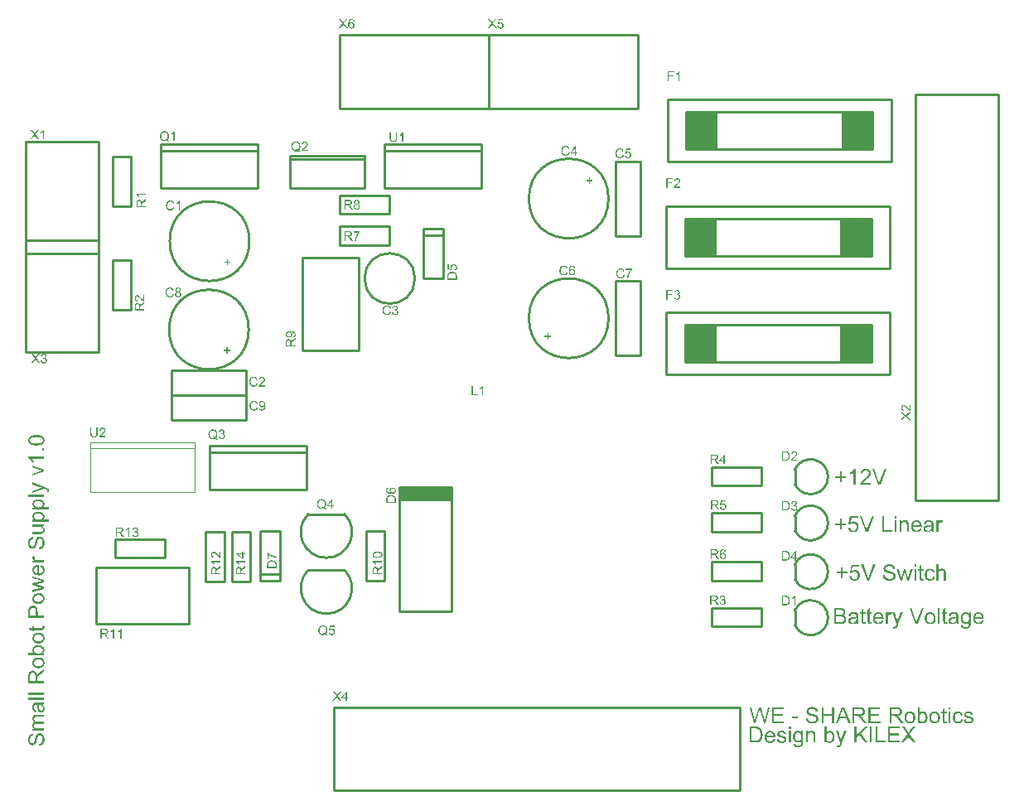
<source format=gto>
G04*
G04 #@! TF.GenerationSoftware,Altium Limited,Altium Designer,18.1.9 (240)*
G04*
G04 Layer_Color=65535*
%FSLAX25Y25*%
%MOIN*%
G70*
G01*
G75*
%ADD10C,0.01000*%
%ADD11C,0.00394*%
%ADD12R,0.21000X0.05000*%
%ADD13R,0.12500X0.15000*%
G36*
X373293Y36066D02*
X372502D01*
Y36964D01*
X373293D01*
Y36066D01*
D02*
G37*
G36*
X317778Y37062D02*
X317846D01*
X318012Y37042D01*
X318207Y37013D01*
X318422Y36974D01*
X318637Y36915D01*
X318842Y36837D01*
X318851D01*
X318861Y36828D01*
X318890Y36818D01*
X318929Y36798D01*
X319027Y36740D01*
X319154Y36672D01*
X319290Y36574D01*
X319427Y36457D01*
X319564Y36320D01*
X319681Y36164D01*
X319691Y36144D01*
X319730Y36086D01*
X319778Y35988D01*
X319827Y35871D01*
X319886Y35725D01*
X319945Y35549D01*
X319984Y35364D01*
X320003Y35159D01*
X319193Y35100D01*
Y35110D01*
Y35129D01*
X319183Y35159D01*
X319173Y35198D01*
X319154Y35305D01*
X319115Y35442D01*
X319056Y35588D01*
X318978Y35735D01*
X318871Y35881D01*
X318744Y36008D01*
X318724Y36018D01*
X318676Y36057D01*
X318588Y36105D01*
X318471Y36164D01*
X318315Y36222D01*
X318119Y36271D01*
X317895Y36310D01*
X317631Y36320D01*
X317505D01*
X317446Y36310D01*
X317368D01*
X317202Y36281D01*
X317017Y36252D01*
X316831Y36203D01*
X316655Y36135D01*
X316577Y36086D01*
X316509Y36037D01*
X316499Y36027D01*
X316460Y35988D01*
X316402Y35930D01*
X316343Y35842D01*
X316275Y35744D01*
X316226Y35627D01*
X316187Y35500D01*
X316167Y35354D01*
Y35334D01*
Y35295D01*
X316177Y35227D01*
X316197Y35149D01*
X316226Y35061D01*
X316275Y34964D01*
X316333Y34876D01*
X316411Y34788D01*
X316421Y34778D01*
X316470Y34749D01*
X316499Y34729D01*
X316538Y34700D01*
X316597Y34680D01*
X316665Y34651D01*
X316743Y34612D01*
X316831Y34573D01*
X316929Y34544D01*
X317046Y34505D01*
X317182Y34456D01*
X317329Y34417D01*
X317495Y34378D01*
X317680Y34329D01*
X317690D01*
X317729Y34319D01*
X317778Y34310D01*
X317846Y34290D01*
X317934Y34271D01*
X318032Y34241D01*
X318246Y34192D01*
X318480Y34124D01*
X318715Y34056D01*
X318832Y34027D01*
X318929Y33988D01*
X319027Y33948D01*
X319105Y33919D01*
X319115D01*
X319134Y33909D01*
X319154Y33890D01*
X319193Y33870D01*
X319290Y33812D01*
X319417Y33744D01*
X319554Y33646D01*
X319691Y33529D01*
X319818Y33402D01*
X319925Y33265D01*
X319935Y33246D01*
X319964Y33197D01*
X320013Y33119D01*
X320062Y33002D01*
X320110Y32875D01*
X320159Y32719D01*
X320188Y32543D01*
X320198Y32358D01*
Y32348D01*
Y32338D01*
Y32309D01*
Y32270D01*
X320179Y32172D01*
X320159Y32045D01*
X320130Y31899D01*
X320071Y31733D01*
X320003Y31557D01*
X319905Y31391D01*
X319896Y31372D01*
X319847Y31313D01*
X319788Y31235D01*
X319691Y31138D01*
X319574Y31020D01*
X319427Y30903D01*
X319251Y30796D01*
X319056Y30689D01*
X319046D01*
X319027Y30679D01*
X318998Y30669D01*
X318959Y30650D01*
X318910Y30630D01*
X318851Y30610D01*
X318695Y30571D01*
X318519Y30523D01*
X318305Y30484D01*
X318080Y30454D01*
X317827Y30445D01*
X317680D01*
X317612Y30454D01*
X317524D01*
X317426Y30464D01*
X317319Y30474D01*
X317094Y30503D01*
X316850Y30552D01*
X316606Y30610D01*
X316372Y30689D01*
X316363D01*
X316343Y30698D01*
X316314Y30718D01*
X316275Y30737D01*
X316167Y30796D01*
X316040Y30884D01*
X315884Y30991D01*
X315738Y31118D01*
X315582Y31274D01*
X315445Y31450D01*
Y31460D01*
X315435Y31469D01*
X315416Y31499D01*
X315396Y31538D01*
X315367Y31587D01*
X315338Y31645D01*
X315279Y31791D01*
X315221Y31957D01*
X315162Y32162D01*
X315123Y32377D01*
X315104Y32611D01*
X315904Y32680D01*
Y32670D01*
Y32660D01*
X315914Y32602D01*
X315933Y32514D01*
X315953Y32397D01*
X315992Y32270D01*
X316031Y32133D01*
X316089Y32006D01*
X316158Y31879D01*
X316167Y31870D01*
X316197Y31830D01*
X316245Y31772D01*
X316323Y31704D01*
X316411Y31626D01*
X316519Y31538D01*
X316655Y31460D01*
X316802Y31382D01*
X316811D01*
X316821Y31372D01*
X316880Y31352D01*
X316968Y31323D01*
X317094Y31294D01*
X317231Y31255D01*
X317407Y31225D01*
X317592Y31206D01*
X317788Y31196D01*
X317866D01*
X317963Y31206D01*
X318071Y31216D01*
X318207Y31225D01*
X318344Y31255D01*
X318490Y31284D01*
X318637Y31333D01*
X318656Y31343D01*
X318695Y31362D01*
X318763Y31391D01*
X318842Y31440D01*
X318939Y31499D01*
X319027Y31567D01*
X319115Y31645D01*
X319193Y31733D01*
X319203Y31743D01*
X319222Y31782D01*
X319251Y31830D01*
X319290Y31899D01*
X319320Y31977D01*
X319349Y32074D01*
X319369Y32172D01*
X319378Y32280D01*
Y32289D01*
Y32328D01*
X319369Y32387D01*
X319359Y32455D01*
X319339Y32543D01*
X319300Y32631D01*
X319261Y32719D01*
X319203Y32807D01*
X319193Y32816D01*
X319173Y32846D01*
X319125Y32885D01*
X319066Y32943D01*
X318988Y33002D01*
X318890Y33060D01*
X318763Y33129D01*
X318627Y33187D01*
X318617Y33197D01*
X318578Y33207D01*
X318500Y33226D01*
X318451Y33246D01*
X318393Y33265D01*
X318315Y33285D01*
X318236Y33304D01*
X318139Y33334D01*
X318041Y33363D01*
X317924Y33392D01*
X317788Y33421D01*
X317641Y33460D01*
X317485Y33500D01*
X317475D01*
X317446Y33509D01*
X317397Y33519D01*
X317338Y33538D01*
X317270Y33558D01*
X317192Y33578D01*
X317007Y33626D01*
X316802Y33695D01*
X316597Y33763D01*
X316411Y33831D01*
X316323Y33861D01*
X316255Y33900D01*
X316245D01*
X316236Y33909D01*
X316177Y33948D01*
X316099Y33997D01*
X316001Y34066D01*
X315884Y34153D01*
X315777Y34251D01*
X315670Y34368D01*
X315572Y34495D01*
X315562Y34514D01*
X315533Y34563D01*
X315504Y34632D01*
X315465Y34729D01*
X315416Y34846D01*
X315387Y34983D01*
X315357Y35139D01*
X315348Y35295D01*
Y35305D01*
Y35315D01*
Y35344D01*
Y35383D01*
X315367Y35471D01*
X315387Y35588D01*
X315416Y35735D01*
X315465Y35881D01*
X315533Y36047D01*
X315621Y36203D01*
Y36213D01*
X315631Y36222D01*
X315670Y36271D01*
X315738Y36349D01*
X315826Y36447D01*
X315933Y36545D01*
X316070Y36652D01*
X316236Y36759D01*
X316421Y36847D01*
X316431D01*
X316441Y36857D01*
X316470Y36867D01*
X316519Y36886D01*
X316567Y36896D01*
X316626Y36915D01*
X316763Y36964D01*
X316938Y37003D01*
X317134Y37033D01*
X317358Y37062D01*
X317592Y37072D01*
X317709D01*
X317778Y37062D01*
D02*
G37*
G36*
X326406Y30552D02*
X325556D01*
Y33578D01*
X322238D01*
Y30552D01*
X321389D01*
Y36964D01*
X322238D01*
Y34329D01*
X325556D01*
Y36964D01*
X326406D01*
Y30552D01*
D02*
G37*
G36*
X380681Y35295D02*
X380808Y35286D01*
X380964Y35266D01*
X381120Y35237D01*
X381286Y35198D01*
X381442Y35139D01*
X381452D01*
X381462Y35129D01*
X381510Y35110D01*
X381589Y35071D01*
X381677Y35032D01*
X381774Y34964D01*
X381881Y34895D01*
X381979Y34807D01*
X382057Y34710D01*
X382067Y34700D01*
X382086Y34661D01*
X382125Y34602D01*
X382174Y34524D01*
X382213Y34427D01*
X382262Y34300D01*
X382301Y34163D01*
X382340Y34007D01*
X381569Y33900D01*
Y33919D01*
X381559Y33958D01*
X381540Y34027D01*
X381510Y34105D01*
X381471Y34192D01*
X381413Y34280D01*
X381345Y34378D01*
X381257Y34456D01*
X381247Y34466D01*
X381208Y34485D01*
X381149Y34524D01*
X381071Y34563D01*
X380974Y34593D01*
X380847Y34632D01*
X380710Y34651D01*
X380544Y34661D01*
X380456D01*
X380359Y34651D01*
X380242Y34641D01*
X380115Y34612D01*
X379988Y34583D01*
X379861Y34534D01*
X379764Y34475D01*
X379754Y34466D01*
X379725Y34446D01*
X379695Y34407D01*
X379656Y34358D01*
X379607Y34300D01*
X379578Y34222D01*
X379549Y34144D01*
X379539Y34056D01*
Y34046D01*
Y34027D01*
X379549Y33997D01*
Y33958D01*
X379578Y33870D01*
X379627Y33773D01*
X379637Y33763D01*
X379646Y33753D01*
X379705Y33704D01*
X379744Y33665D01*
X379793Y33636D01*
X379861Y33597D01*
X379929Y33568D01*
X379939D01*
X379959Y33558D01*
X379998Y33548D01*
X380066Y33529D01*
X380154Y33500D01*
X380281Y33460D01*
X380437Y33421D01*
X380525Y33392D01*
X380632Y33363D01*
X380642D01*
X380671Y33353D01*
X380710Y33343D01*
X380769Y33324D01*
X380837Y33304D01*
X380915Y33285D01*
X381091Y33236D01*
X381286Y33177D01*
X381481Y33109D01*
X381657Y33051D01*
X381735Y33021D01*
X381803Y32992D01*
X381823Y32982D01*
X381862Y32963D01*
X381921Y32933D01*
X381989Y32894D01*
X382077Y32836D01*
X382165Y32758D01*
X382242Y32680D01*
X382321Y32582D01*
X382330Y32572D01*
X382350Y32533D01*
X382379Y32475D01*
X382418Y32397D01*
X382457Y32299D01*
X382487Y32182D01*
X382506Y32055D01*
X382516Y31909D01*
Y31889D01*
Y31840D01*
X382506Y31762D01*
X382487Y31674D01*
X382457Y31557D01*
X382418Y31430D01*
X382360Y31304D01*
X382282Y31167D01*
X382272Y31147D01*
X382242Y31108D01*
X382184Y31050D01*
X382106Y30972D01*
X382018Y30884D01*
X381901Y30796D01*
X381764Y30708D01*
X381608Y30630D01*
X381589Y30620D01*
X381530Y30601D01*
X381442Y30571D01*
X381325Y30542D01*
X381179Y30503D01*
X381013Y30474D01*
X380827Y30454D01*
X380632Y30445D01*
X380544D01*
X380486Y30454D01*
X380408D01*
X380320Y30464D01*
X380115Y30493D01*
X379890Y30532D01*
X379666Y30601D01*
X379441Y30689D01*
X379344Y30747D01*
X379246Y30816D01*
X379237D01*
X379227Y30835D01*
X379168Y30884D01*
X379090Y30972D01*
X378993Y31098D01*
X378895Y31255D01*
X378797Y31450D01*
X378709Y31674D01*
X378651Y31938D01*
X379432Y32065D01*
Y32055D01*
Y32045D01*
X379441Y31987D01*
X379471Y31899D01*
X379500Y31791D01*
X379549Y31674D01*
X379607Y31557D01*
X379695Y31440D01*
X379793Y31333D01*
X379802Y31323D01*
X379851Y31294D01*
X379920Y31255D01*
X380008Y31216D01*
X380134Y31167D01*
X380271Y31128D01*
X380447Y31098D01*
X380632Y31089D01*
X380720D01*
X380818Y31098D01*
X380935Y31118D01*
X381071Y31138D01*
X381208Y31177D01*
X381335Y31235D01*
X381442Y31304D01*
X381452Y31313D01*
X381481Y31343D01*
X381530Y31391D01*
X381579Y31450D01*
X381618Y31528D01*
X381667Y31626D01*
X381696Y31723D01*
X381706Y31830D01*
Y31840D01*
Y31879D01*
X381696Y31918D01*
X381677Y31987D01*
X381647Y32045D01*
X381608Y32123D01*
X381550Y32192D01*
X381471Y32250D01*
X381462Y32260D01*
X381433Y32270D01*
X381384Y32289D01*
X381306Y32328D01*
X381198Y32358D01*
X381062Y32406D01*
X380974Y32436D01*
X380886Y32455D01*
X380779Y32484D01*
X380661Y32514D01*
X380652D01*
X380622Y32524D01*
X380583Y32533D01*
X380525Y32553D01*
X380447Y32572D01*
X380369Y32592D01*
X380183Y32650D01*
X379988Y32709D01*
X379783Y32768D01*
X379598Y32836D01*
X379520Y32865D01*
X379451Y32894D01*
X379441Y32904D01*
X379393Y32924D01*
X379334Y32963D01*
X379266Y33011D01*
X379178Y33070D01*
X379100Y33148D01*
X379012Y33236D01*
X378944Y33334D01*
X378934Y33343D01*
X378914Y33382D01*
X378895Y33441D01*
X378866Y33519D01*
X378826Y33607D01*
X378807Y33714D01*
X378787Y33831D01*
X378778Y33958D01*
Y33968D01*
Y34007D01*
X378787Y34075D01*
X378797Y34144D01*
X378807Y34231D01*
X378836Y34329D01*
X378866Y34436D01*
X378914Y34534D01*
X378924Y34544D01*
X378944Y34583D01*
X378973Y34632D01*
X379022Y34690D01*
X379070Y34758D01*
X379139Y34827D01*
X379217Y34905D01*
X379305Y34973D01*
X379314Y34983D01*
X379344Y34993D01*
X379383Y35022D01*
X379441Y35051D01*
X379510Y35090D01*
X379598Y35129D01*
X379695Y35168D01*
X379802Y35208D01*
X379822D01*
X379861Y35227D01*
X379920Y35237D01*
X380008Y35256D01*
X380115Y35276D01*
X380222Y35286D01*
X380349Y35305D01*
X380574D01*
X380681Y35295D01*
D02*
G37*
G36*
X376484D02*
X376553D01*
X376621Y35286D01*
X376797Y35256D01*
X376992Y35208D01*
X377206Y35139D01*
X377411Y35042D01*
X377597Y34915D01*
X377607D01*
X377616Y34895D01*
X377675Y34846D01*
X377753Y34758D01*
X377851Y34641D01*
X377958Y34485D01*
X378056Y34300D01*
X378143Y34075D01*
X378212Y33831D01*
X377450Y33714D01*
Y33724D01*
X377441Y33734D01*
X377431Y33792D01*
X377402Y33870D01*
X377362Y33978D01*
X377304Y34095D01*
X377236Y34212D01*
X377158Y34319D01*
X377060Y34417D01*
X377050Y34427D01*
X377011Y34456D01*
X376953Y34495D01*
X376874Y34544D01*
X376777Y34583D01*
X376670Y34622D01*
X376533Y34651D01*
X376396Y34661D01*
X376338D01*
X376299Y34651D01*
X376191Y34641D01*
X376055Y34612D01*
X375899Y34554D01*
X375742Y34475D01*
X375576Y34378D01*
X375498Y34310D01*
X375430Y34231D01*
X375411Y34212D01*
X375401Y34183D01*
X375372Y34153D01*
X375342Y34105D01*
X375313Y34046D01*
X375284Y33978D01*
X375254Y33900D01*
X375215Y33812D01*
X375186Y33714D01*
X375157Y33597D01*
X375128Y33480D01*
X375098Y33343D01*
X375089Y33197D01*
X375069Y33041D01*
Y32875D01*
Y32865D01*
Y32836D01*
Y32787D01*
X375079Y32719D01*
Y32641D01*
X375089Y32553D01*
X375118Y32358D01*
X375157Y32133D01*
X375215Y31899D01*
X375303Y31694D01*
X375362Y31596D01*
X375420Y31508D01*
X375440Y31489D01*
X375489Y31440D01*
X375567Y31372D01*
X375674Y31304D01*
X375801Y31225D01*
X375967Y31157D01*
X376143Y31108D01*
X376240Y31098D01*
X376347Y31089D01*
X376426D01*
X376513Y31108D01*
X376621Y31128D01*
X376738Y31157D01*
X376874Y31206D01*
X377001Y31274D01*
X377118Y31372D01*
X377128Y31382D01*
X377167Y31430D01*
X377226Y31489D01*
X377285Y31587D01*
X377353Y31713D01*
X377421Y31860D01*
X377480Y32045D01*
X377519Y32250D01*
X378290Y32143D01*
Y32133D01*
X378280Y32104D01*
X378270Y32065D01*
X378260Y32016D01*
X378241Y31948D01*
X378221Y31870D01*
X378163Y31684D01*
X378075Y31489D01*
X377958Y31274D01*
X377812Y31079D01*
X377636Y30894D01*
X377626D01*
X377616Y30874D01*
X377587Y30854D01*
X377548Y30825D01*
X377489Y30786D01*
X377431Y30747D01*
X377285Y30669D01*
X377099Y30591D01*
X376874Y30513D01*
X376630Y30464D01*
X376494Y30454D01*
X376357Y30445D01*
X376269D01*
X376201Y30454D01*
X376123Y30464D01*
X376025Y30474D01*
X375928Y30493D01*
X375811Y30523D01*
X375567Y30591D01*
X375440Y30650D01*
X375313Y30708D01*
X375186Y30776D01*
X375069Y30854D01*
X374952Y30952D01*
X374835Y31060D01*
X374825Y31069D01*
X374805Y31089D01*
X374786Y31128D01*
X374747Y31177D01*
X374698Y31245D01*
X374649Y31323D01*
X374601Y31411D01*
X374552Y31518D01*
X374493Y31635D01*
X374444Y31772D01*
X374395Y31918D01*
X374347Y32084D01*
X374308Y32250D01*
X374288Y32445D01*
X374269Y32641D01*
X374259Y32855D01*
Y32865D01*
Y32885D01*
Y32933D01*
Y32982D01*
X374269Y33051D01*
Y33119D01*
X374288Y33304D01*
X374317Y33509D01*
X374366Y33724D01*
X374425Y33958D01*
X374503Y34173D01*
Y34183D01*
X374513Y34202D01*
X374532Y34231D01*
X374552Y34271D01*
X374610Y34368D01*
X374688Y34495D01*
X374796Y34632D01*
X374922Y34768D01*
X375079Y34905D01*
X375254Y35022D01*
X375264D01*
X375274Y35032D01*
X375303Y35051D01*
X375342Y35071D01*
X375450Y35110D01*
X375586Y35168D01*
X375742Y35217D01*
X375938Y35266D01*
X376143Y35295D01*
X376357Y35305D01*
X376435D01*
X376484Y35295D01*
D02*
G37*
G36*
X311922Y32475D02*
X309511D01*
Y33265D01*
X311922D01*
Y32475D01*
D02*
G37*
G36*
X298912Y30552D02*
X298082D01*
X296735Y35432D01*
Y35442D01*
X296725Y35461D01*
X296716Y35491D01*
X296706Y35530D01*
X296677Y35637D01*
X296647Y35754D01*
X296608Y35891D01*
X296579Y36008D01*
X296550Y36115D01*
X296540Y36154D01*
X296530Y36184D01*
Y36164D01*
X296511Y36115D01*
X296491Y36027D01*
X296462Y35930D01*
X296433Y35803D01*
X296403Y35686D01*
X296364Y35559D01*
X296335Y35432D01*
X294988Y30552D01*
X294100D01*
X292421Y36964D01*
X293290D01*
X294256Y32748D01*
Y32738D01*
X294266Y32719D01*
X294276Y32680D01*
X294285Y32641D01*
X294295Y32572D01*
X294315Y32504D01*
X294354Y32338D01*
X294393Y32143D01*
X294442Y31918D01*
X294481Y31684D01*
X294529Y31440D01*
Y31450D01*
X294539Y31489D01*
X294549Y31538D01*
X294568Y31606D01*
X294588Y31684D01*
X294607Y31772D01*
X294666Y31977D01*
X294715Y32182D01*
X294764Y32377D01*
X294783Y32455D01*
X294803Y32533D01*
X294812Y32592D01*
X294822Y32631D01*
X296042Y36964D01*
X297067D01*
X297985Y33714D01*
Y33704D01*
X298004Y33656D01*
X298014Y33597D01*
X298043Y33509D01*
X298062Y33402D01*
X298102Y33275D01*
X298131Y33129D01*
X298170Y32972D01*
X298209Y32807D01*
X298248Y32631D01*
X298336Y32240D01*
X298414Y31840D01*
X298482Y31440D01*
Y31450D01*
X298492Y31469D01*
Y31499D01*
X298502Y31547D01*
X298521Y31606D01*
X298531Y31674D01*
X298551Y31752D01*
X298570Y31840D01*
X298619Y32045D01*
X298668Y32289D01*
X298736Y32553D01*
X298804Y32836D01*
X299800Y36964D01*
X300659D01*
X298912Y30552D01*
D02*
G37*
G36*
X373293D02*
X372502D01*
Y35198D01*
X373293D01*
Y30552D01*
D02*
G37*
G36*
X351782Y36955D02*
X351860D01*
X352055Y36945D01*
X352260Y36925D01*
X352474Y36886D01*
X352679Y36847D01*
X352777Y36818D01*
X352865Y36789D01*
X352875D01*
X352885Y36779D01*
X352943Y36759D01*
X353021Y36711D01*
X353119Y36642D01*
X353236Y36564D01*
X353353Y36457D01*
X353470Y36330D01*
X353577Y36174D01*
X353587Y36154D01*
X353616Y36096D01*
X353665Y36008D01*
X353714Y35891D01*
X353763Y35744D01*
X353812Y35578D01*
X353841Y35403D01*
X353851Y35208D01*
Y35198D01*
Y35178D01*
Y35139D01*
X353841Y35090D01*
Y35032D01*
X353831Y34964D01*
X353792Y34807D01*
X353743Y34622D01*
X353665Y34436D01*
X353548Y34241D01*
X353480Y34144D01*
X353402Y34056D01*
X353382Y34036D01*
X353353Y34017D01*
X353324Y33978D01*
X353275Y33948D01*
X353216Y33900D01*
X353148Y33861D01*
X353070Y33812D01*
X352982Y33763D01*
X352875Y33714D01*
X352767Y33665D01*
X352641Y33617D01*
X352514Y33568D01*
X352367Y33529D01*
X352211Y33500D01*
X352045Y33470D01*
X352065Y33460D01*
X352104Y33441D01*
X352162Y33412D01*
X352231Y33373D01*
X352396Y33265D01*
X352484Y33207D01*
X352553Y33148D01*
X352572Y33129D01*
X352621Y33090D01*
X352689Y33011D01*
X352777Y32914D01*
X352885Y32787D01*
X353002Y32641D01*
X353129Y32475D01*
X353255Y32289D01*
X354368Y30552D01*
X353304D01*
X352455Y31879D01*
Y31889D01*
X352435Y31909D01*
X352416Y31938D01*
X352396Y31977D01*
X352328Y32074D01*
X352240Y32201D01*
X352143Y32348D01*
X352035Y32494D01*
X351938Y32631D01*
X351840Y32758D01*
X351830Y32768D01*
X351801Y32807D01*
X351752Y32865D01*
X351704Y32933D01*
X351557Y33070D01*
X351489Y33138D01*
X351411Y33187D01*
X351401Y33197D01*
X351381Y33207D01*
X351342Y33226D01*
X351294Y33255D01*
X351177Y33314D01*
X351030Y33363D01*
X351020D01*
X351001Y33373D01*
X350962D01*
X350913Y33382D01*
X350845Y33392D01*
X350766D01*
X350669Y33402D01*
X349576D01*
Y30552D01*
X348727D01*
Y36964D01*
X351704D01*
X351782Y36955D01*
D02*
G37*
G36*
X344911Y36213D02*
X341124D01*
Y34241D01*
X344667D01*
Y33490D01*
X341124D01*
Y31304D01*
X345057D01*
Y30552D01*
X340275D01*
Y36964D01*
X344911D01*
Y36213D01*
D02*
G37*
G36*
X336859Y36955D02*
X336937D01*
X337132Y36945D01*
X337337Y36925D01*
X337551Y36886D01*
X337756Y36847D01*
X337854Y36818D01*
X337942Y36789D01*
X337952D01*
X337961Y36779D01*
X338020Y36759D01*
X338098Y36711D01*
X338196Y36642D01*
X338313Y36564D01*
X338430Y36457D01*
X338547Y36330D01*
X338654Y36174D01*
X338664Y36154D01*
X338693Y36096D01*
X338742Y36008D01*
X338791Y35891D01*
X338840Y35744D01*
X338889Y35578D01*
X338918Y35403D01*
X338928Y35208D01*
Y35198D01*
Y35178D01*
Y35139D01*
X338918Y35090D01*
Y35032D01*
X338908Y34964D01*
X338869Y34807D01*
X338820Y34622D01*
X338742Y34436D01*
X338625Y34241D01*
X338557Y34144D01*
X338479Y34056D01*
X338459Y34036D01*
X338430Y34017D01*
X338401Y33978D01*
X338352Y33948D01*
X338293Y33900D01*
X338225Y33861D01*
X338147Y33812D01*
X338059Y33763D01*
X337952Y33714D01*
X337844Y33665D01*
X337717Y33617D01*
X337591Y33568D01*
X337444Y33529D01*
X337288Y33500D01*
X337122Y33470D01*
X337142Y33460D01*
X337181Y33441D01*
X337239Y33412D01*
X337308Y33373D01*
X337473Y33265D01*
X337561Y33207D01*
X337630Y33148D01*
X337649Y33129D01*
X337698Y33090D01*
X337766Y33011D01*
X337854Y32914D01*
X337961Y32787D01*
X338078Y32641D01*
X338205Y32475D01*
X338332Y32289D01*
X339445Y30552D01*
X338381D01*
X337532Y31879D01*
Y31889D01*
X337512Y31909D01*
X337493Y31938D01*
X337473Y31977D01*
X337405Y32074D01*
X337317Y32201D01*
X337220Y32348D01*
X337112Y32494D01*
X337015Y32631D01*
X336917Y32758D01*
X336907Y32768D01*
X336878Y32807D01*
X336829Y32865D01*
X336781Y32933D01*
X336634Y33070D01*
X336566Y33138D01*
X336488Y33187D01*
X336478Y33197D01*
X336458Y33207D01*
X336419Y33226D01*
X336370Y33255D01*
X336253Y33314D01*
X336107Y33363D01*
X336097D01*
X336078Y33373D01*
X336039D01*
X335990Y33382D01*
X335922Y33392D01*
X335843D01*
X335746Y33402D01*
X334653D01*
Y30552D01*
X333804D01*
Y36964D01*
X336781D01*
X336859Y36955D01*
D02*
G37*
G36*
X333101Y30552D02*
X332144D01*
X331403Y32494D01*
X328709D01*
X328016Y30552D01*
X327118D01*
X329568Y36964D01*
X330495D01*
X333101Y30552D01*
D02*
G37*
G36*
X306115Y36213D02*
X302328D01*
Y34241D01*
X305871D01*
Y33490D01*
X302328D01*
Y31304D01*
X306261D01*
Y30552D01*
X301479D01*
Y36964D01*
X306115D01*
Y36213D01*
D02*
G37*
G36*
X370931Y35198D02*
X371721D01*
Y34583D01*
X370931D01*
Y31860D01*
Y31850D01*
Y31811D01*
Y31752D01*
X370940Y31684D01*
X370950Y31538D01*
X370960Y31479D01*
X370970Y31430D01*
X370979Y31411D01*
X370999Y31372D01*
X371038Y31323D01*
X371097Y31274D01*
X371116Y31264D01*
X371165Y31255D01*
X371253Y31235D01*
X371370Y31225D01*
X371467D01*
X371516Y31235D01*
X371575D01*
X371721Y31255D01*
X371829Y30562D01*
X371809D01*
X371770Y30552D01*
X371711Y30542D01*
X371624Y30532D01*
X371536Y30513D01*
X371438Y30503D01*
X371233Y30493D01*
X371165D01*
X371087Y30503D01*
X370989Y30513D01*
X370882Y30523D01*
X370765Y30552D01*
X370657Y30581D01*
X370560Y30620D01*
X370550Y30630D01*
X370521Y30650D01*
X370482Y30679D01*
X370433Y30718D01*
X370374Y30767D01*
X370326Y30825D01*
X370267Y30894D01*
X370228Y30972D01*
Y30981D01*
X370218Y31020D01*
X370199Y31079D01*
X370189Y31177D01*
X370169Y31304D01*
X370160Y31372D01*
X370150Y31460D01*
Y31557D01*
X370140Y31665D01*
Y31782D01*
Y31909D01*
Y34583D01*
X369554D01*
Y35198D01*
X370140D01*
Y36340D01*
X370931Y36818D01*
Y35198D01*
D02*
G37*
G36*
X367066Y35295D02*
X367154Y35286D01*
X367241Y35276D01*
X367349Y35256D01*
X367466Y35227D01*
X367710Y35149D01*
X367837Y35100D01*
X367973Y35042D01*
X368100Y34964D01*
X368227Y34876D01*
X368354Y34778D01*
X368471Y34671D01*
X368481Y34661D01*
X368500Y34641D01*
X368530Y34602D01*
X368569Y34554D01*
X368618Y34495D01*
X368666Y34417D01*
X368725Y34319D01*
X368783Y34222D01*
X368832Y34105D01*
X368891Y33968D01*
X368940Y33831D01*
X368988Y33675D01*
X369027Y33509D01*
X369057Y33324D01*
X369076Y33138D01*
X369086Y32933D01*
Y32924D01*
Y32894D01*
Y32846D01*
Y32787D01*
X369076Y32709D01*
Y32621D01*
X369067Y32524D01*
X369057Y32416D01*
X369018Y32192D01*
X368969Y31957D01*
X368901Y31723D01*
X368813Y31518D01*
Y31508D01*
X368803Y31499D01*
X368764Y31430D01*
X368696Y31343D01*
X368608Y31225D01*
X368500Y31098D01*
X368364Y30972D01*
X368208Y30845D01*
X368022Y30728D01*
X368012D01*
X368003Y30718D01*
X367973Y30698D01*
X367934Y30689D01*
X367827Y30640D01*
X367690Y30591D01*
X367525Y30532D01*
X367339Y30493D01*
X367134Y30454D01*
X366910Y30445D01*
X366812D01*
X366744Y30454D01*
X366666Y30464D01*
X366568Y30474D01*
X366461Y30493D01*
X366343Y30523D01*
X366100Y30601D01*
X365963Y30650D01*
X365836Y30708D01*
X365699Y30776D01*
X365573Y30864D01*
X365446Y30962D01*
X365329Y31069D01*
X365319Y31079D01*
X365299Y31098D01*
X365270Y31138D01*
X365241Y31186D01*
X365192Y31255D01*
X365143Y31333D01*
X365085Y31421D01*
X365036Y31528D01*
X364977Y31655D01*
X364918Y31782D01*
X364870Y31938D01*
X364831Y32094D01*
X364792Y32270D01*
X364762Y32455D01*
X364743Y32660D01*
X364733Y32875D01*
Y32894D01*
Y32933D01*
X364743Y33002D01*
Y33090D01*
X364753Y33197D01*
X364772Y33314D01*
X364792Y33451D01*
X364821Y33597D01*
X364860Y33753D01*
X364909Y33909D01*
X364967Y34066D01*
X365036Y34222D01*
X365114Y34378D01*
X365211Y34524D01*
X365319Y34661D01*
X365446Y34788D01*
X365455Y34798D01*
X365475Y34807D01*
X365504Y34837D01*
X365553Y34866D01*
X365612Y34905D01*
X365680Y34954D01*
X365758Y35002D01*
X365856Y35051D01*
X365953Y35090D01*
X366060Y35139D01*
X366314Y35227D01*
X366597Y35286D01*
X366753Y35295D01*
X366910Y35305D01*
X366997D01*
X367066Y35295D01*
D02*
G37*
G36*
X360829Y34680D02*
X360839Y34690D01*
X360849Y34710D01*
X360878Y34739D01*
X360917Y34778D01*
X360966Y34827D01*
X361024Y34876D01*
X361171Y34993D01*
X361346Y35110D01*
X361571Y35208D01*
X361688Y35247D01*
X361815Y35276D01*
X361951Y35295D01*
X362088Y35305D01*
X362166D01*
X362244Y35295D01*
X362352Y35286D01*
X362478Y35266D01*
X362615Y35227D01*
X362752Y35188D01*
X362898Y35129D01*
X362918Y35120D01*
X362966Y35100D01*
X363035Y35061D01*
X363123Y35002D01*
X363220Y34934D01*
X363318Y34846D01*
X363425Y34749D01*
X363523Y34641D01*
X363533Y34632D01*
X363562Y34583D01*
X363611Y34514D01*
X363669Y34427D01*
X363728Y34319D01*
X363796Y34192D01*
X363855Y34046D01*
X363913Y33880D01*
X363923Y33861D01*
X363933Y33802D01*
X363962Y33714D01*
X363991Y33597D01*
X364011Y33460D01*
X364040Y33304D01*
X364050Y33129D01*
X364060Y32943D01*
Y32933D01*
Y32894D01*
Y32826D01*
X364050Y32748D01*
X364040Y32641D01*
X364030Y32533D01*
X364011Y32397D01*
X363982Y32260D01*
X363913Y31967D01*
X363864Y31811D01*
X363806Y31655D01*
X363738Y31499D01*
X363660Y31352D01*
X363572Y31216D01*
X363464Y31089D01*
X363455Y31079D01*
X363435Y31060D01*
X363406Y31030D01*
X363357Y30991D01*
X363308Y30942D01*
X363240Y30884D01*
X363162Y30825D01*
X363064Y30767D01*
X362859Y30650D01*
X362625Y30542D01*
X362488Y30503D01*
X362352Y30474D01*
X362205Y30454D01*
X362049Y30445D01*
X361971D01*
X361912Y30454D01*
X361844Y30464D01*
X361766Y30484D01*
X361581Y30532D01*
X361483Y30562D01*
X361376Y30610D01*
X361268Y30669D01*
X361161Y30737D01*
X361063Y30816D01*
X360956Y30903D01*
X360858Y31011D01*
X360771Y31128D01*
Y30552D01*
X360038D01*
Y36964D01*
X360829D01*
Y34680D01*
D02*
G37*
G36*
X357111Y35295D02*
X357198Y35286D01*
X357286Y35276D01*
X357394Y35256D01*
X357511Y35227D01*
X357755Y35149D01*
X357882Y35100D01*
X358018Y35042D01*
X358145Y34964D01*
X358272Y34876D01*
X358399Y34778D01*
X358516Y34671D01*
X358526Y34661D01*
X358545Y34641D01*
X358575Y34602D01*
X358614Y34554D01*
X358662Y34495D01*
X358711Y34417D01*
X358770Y34319D01*
X358828Y34222D01*
X358877Y34105D01*
X358936Y33968D01*
X358984Y33831D01*
X359033Y33675D01*
X359072Y33509D01*
X359102Y33324D01*
X359121Y33138D01*
X359131Y32933D01*
Y32924D01*
Y32894D01*
Y32846D01*
Y32787D01*
X359121Y32709D01*
Y32621D01*
X359111Y32524D01*
X359102Y32416D01*
X359063Y32192D01*
X359014Y31957D01*
X358945Y31723D01*
X358858Y31518D01*
Y31508D01*
X358848Y31499D01*
X358809Y31430D01*
X358740Y31343D01*
X358653Y31225D01*
X358545Y31098D01*
X358409Y30972D01*
X358253Y30845D01*
X358067Y30728D01*
X358057D01*
X358048Y30718D01*
X358018Y30698D01*
X357979Y30689D01*
X357872Y30640D01*
X357735Y30591D01*
X357569Y30532D01*
X357384Y30493D01*
X357179Y30454D01*
X356954Y30445D01*
X356857D01*
X356788Y30454D01*
X356710Y30464D01*
X356613Y30474D01*
X356505Y30493D01*
X356388Y30523D01*
X356144Y30601D01*
X356008Y30650D01*
X355881Y30708D01*
X355744Y30776D01*
X355617Y30864D01*
X355490Y30962D01*
X355373Y31069D01*
X355363Y31079D01*
X355344Y31098D01*
X355315Y31138D01*
X355285Y31186D01*
X355237Y31255D01*
X355188Y31333D01*
X355129Y31421D01*
X355081Y31528D01*
X355022Y31655D01*
X354963Y31782D01*
X354914Y31938D01*
X354875Y32094D01*
X354837Y32270D01*
X354807Y32455D01*
X354788Y32660D01*
X354778Y32875D01*
Y32894D01*
Y32933D01*
X354788Y33002D01*
Y33090D01*
X354797Y33197D01*
X354817Y33314D01*
X354837Y33451D01*
X354866Y33597D01*
X354905Y33753D01*
X354954Y33909D01*
X355012Y34066D01*
X355081Y34222D01*
X355158Y34378D01*
X355256Y34524D01*
X355363Y34661D01*
X355490Y34788D01*
X355500Y34798D01*
X355520Y34807D01*
X355549Y34837D01*
X355598Y34866D01*
X355656Y34905D01*
X355725Y34954D01*
X355803Y35002D01*
X355900Y35051D01*
X355998Y35090D01*
X356105Y35139D01*
X356359Y35227D01*
X356642Y35286D01*
X356798Y35295D01*
X356954Y35305D01*
X357042D01*
X357111Y35295D01*
D02*
G37*
G36*
X309033Y28264D02*
X308242D01*
Y29162D01*
X309033D01*
Y28264D01*
D02*
G37*
G36*
X356945Y26107D02*
X359355Y22750D01*
X358311D01*
X356691Y25034D01*
X356681Y25043D01*
X356671Y25063D01*
X356642Y25102D01*
X356603Y25161D01*
X356525Y25278D01*
X356427Y25424D01*
X356418Y25414D01*
X356388Y25375D01*
X356359Y25317D01*
X356310Y25239D01*
X356203Y25092D01*
X356154Y25024D01*
X356115Y24965D01*
X354495Y22750D01*
X353480D01*
X355959Y26068D01*
X353773Y29162D01*
X354778D01*
X355949Y27513D01*
Y27503D01*
X355969Y27493D01*
X356008Y27425D01*
X356076Y27337D01*
X356144Y27230D01*
X356232Y27103D01*
X356320Y26966D01*
X356388Y26849D01*
X356457Y26732D01*
X356466Y26751D01*
X356496Y26790D01*
X356544Y26859D01*
X356603Y26947D01*
X356671Y27054D01*
X356759Y27181D01*
X356857Y27308D01*
X356964Y27444D01*
X358253Y29162D01*
X359180D01*
X356945Y26107D01*
D02*
G37*
G36*
X317544Y27493D02*
X317641Y27483D01*
X317758Y27464D01*
X317895Y27435D01*
X318022Y27396D01*
X318158Y27347D01*
X318178Y27337D01*
X318217Y27318D01*
X318275Y27288D01*
X318354Y27239D01*
X318441Y27181D01*
X318529Y27112D01*
X318617Y27035D01*
X318685Y26947D01*
X318695Y26937D01*
X318715Y26908D01*
X318744Y26849D01*
X318783Y26781D01*
X318822Y26703D01*
X318861Y26605D01*
X318900Y26488D01*
X318929Y26371D01*
Y26361D01*
X318939Y26332D01*
X318949Y26273D01*
X318959Y26195D01*
Y26088D01*
X318969Y25951D01*
X318978Y25795D01*
Y25600D01*
Y22750D01*
X318188D01*
Y25570D01*
Y25580D01*
Y25590D01*
Y25648D01*
Y25736D01*
X318178Y25844D01*
X318168Y25951D01*
X318149Y26078D01*
X318119Y26185D01*
X318090Y26283D01*
Y26293D01*
X318071Y26322D01*
X318051Y26371D01*
X318022Y26420D01*
X317973Y26488D01*
X317914Y26546D01*
X317846Y26615D01*
X317768Y26673D01*
X317758Y26683D01*
X317729Y26693D01*
X317680Y26722D01*
X317612Y26751D01*
X317534Y26771D01*
X317436Y26800D01*
X317338Y26810D01*
X317221Y26820D01*
X317134D01*
X317046Y26800D01*
X316919Y26781D01*
X316782Y26742D01*
X316646Y26683D01*
X316489Y26605D01*
X316353Y26498D01*
X316333Y26478D01*
X316294Y26429D01*
X316236Y26351D01*
X316206Y26293D01*
X316177Y26224D01*
X316138Y26146D01*
X316109Y26059D01*
X316079Y25961D01*
X316050Y25853D01*
X316021Y25727D01*
X316011Y25590D01*
X315992Y25444D01*
Y25287D01*
Y22750D01*
X315201D01*
Y27396D01*
X315914D01*
Y26732D01*
X315923Y26742D01*
X315933Y26761D01*
X315962Y26800D01*
X316011Y26849D01*
X316060Y26908D01*
X316128Y26976D01*
X316197Y27044D01*
X316284Y27122D01*
X316392Y27191D01*
X316499Y27259D01*
X316616Y27327D01*
X316753Y27386D01*
X316890Y27435D01*
X317046Y27474D01*
X317212Y27493D01*
X317387Y27503D01*
X317456D01*
X317544Y27493D01*
D02*
G37*
G36*
X305470D02*
X305597Y27483D01*
X305753Y27464D01*
X305910Y27435D01*
X306076Y27396D01*
X306232Y27337D01*
X306241D01*
X306251Y27327D01*
X306300Y27308D01*
X306378Y27269D01*
X306466Y27230D01*
X306563Y27161D01*
X306671Y27093D01*
X306768Y27005D01*
X306846Y26908D01*
X306856Y26898D01*
X306876Y26859D01*
X306915Y26800D01*
X306964Y26722D01*
X307003Y26625D01*
X307051Y26498D01*
X307090Y26361D01*
X307130Y26205D01*
X306359Y26098D01*
Y26117D01*
X306349Y26156D01*
X306329Y26224D01*
X306300Y26302D01*
X306261Y26390D01*
X306202Y26478D01*
X306134Y26576D01*
X306046Y26654D01*
X306036Y26664D01*
X305997Y26683D01*
X305939Y26722D01*
X305861Y26761D01*
X305763Y26790D01*
X305636Y26829D01*
X305500Y26849D01*
X305334Y26859D01*
X305246D01*
X305148Y26849D01*
X305031Y26839D01*
X304904Y26810D01*
X304777Y26781D01*
X304650Y26732D01*
X304553Y26673D01*
X304543Y26664D01*
X304514Y26644D01*
X304485Y26605D01*
X304446Y26556D01*
X304397Y26498D01*
X304367Y26420D01*
X304338Y26342D01*
X304328Y26254D01*
Y26244D01*
Y26224D01*
X304338Y26195D01*
Y26156D01*
X304367Y26068D01*
X304416Y25971D01*
X304426Y25961D01*
X304436Y25951D01*
X304494Y25902D01*
X304533Y25863D01*
X304582Y25834D01*
X304650Y25795D01*
X304719Y25766D01*
X304729D01*
X304748Y25756D01*
X304787Y25746D01*
X304855Y25727D01*
X304943Y25697D01*
X305070Y25658D01*
X305226Y25619D01*
X305314Y25590D01*
X305422Y25561D01*
X305431D01*
X305461Y25551D01*
X305500Y25541D01*
X305558Y25522D01*
X305627Y25502D01*
X305705Y25483D01*
X305880Y25434D01*
X306076Y25375D01*
X306271Y25307D01*
X306446Y25248D01*
X306524Y25219D01*
X306593Y25190D01*
X306612Y25180D01*
X306651Y25161D01*
X306710Y25131D01*
X306778Y25092D01*
X306866Y25034D01*
X306954Y24956D01*
X307032Y24878D01*
X307110Y24780D01*
X307120Y24770D01*
X307139Y24731D01*
X307169Y24672D01*
X307208Y24595D01*
X307247Y24497D01*
X307276Y24380D01*
X307295Y24253D01*
X307305Y24106D01*
Y24087D01*
Y24038D01*
X307295Y23960D01*
X307276Y23872D01*
X307247Y23755D01*
X307208Y23628D01*
X307149Y23501D01*
X307071Y23365D01*
X307061Y23345D01*
X307032Y23306D01*
X306973Y23248D01*
X306895Y23169D01*
X306807Y23082D01*
X306690Y22994D01*
X306554Y22906D01*
X306398Y22828D01*
X306378Y22818D01*
X306319Y22799D01*
X306232Y22769D01*
X306115Y22740D01*
X305968Y22701D01*
X305802Y22672D01*
X305617Y22652D01*
X305422Y22643D01*
X305334D01*
X305275Y22652D01*
X305197D01*
X305109Y22662D01*
X304904Y22691D01*
X304680Y22730D01*
X304455Y22799D01*
X304231Y22886D01*
X304133Y22945D01*
X304036Y23013D01*
X304026D01*
X304016Y23033D01*
X303958Y23082D01*
X303879Y23169D01*
X303782Y23296D01*
X303684Y23452D01*
X303587Y23648D01*
X303499Y23872D01*
X303440Y24136D01*
X304221Y24263D01*
Y24253D01*
Y24243D01*
X304231Y24184D01*
X304260Y24097D01*
X304289Y23989D01*
X304338Y23872D01*
X304397Y23755D01*
X304485Y23638D01*
X304582Y23531D01*
X304592Y23521D01*
X304641Y23492D01*
X304709Y23452D01*
X304797Y23414D01*
X304924Y23365D01*
X305061Y23326D01*
X305236Y23296D01*
X305422Y23287D01*
X305509D01*
X305607Y23296D01*
X305724Y23316D01*
X305861Y23335D01*
X305997Y23374D01*
X306124Y23433D01*
X306232Y23501D01*
X306241Y23511D01*
X306271Y23540D01*
X306319Y23589D01*
X306368Y23648D01*
X306407Y23726D01*
X306456Y23823D01*
X306485Y23921D01*
X306495Y24028D01*
Y24038D01*
Y24077D01*
X306485Y24116D01*
X306466Y24184D01*
X306437Y24243D01*
X306398Y24321D01*
X306339Y24389D01*
X306261Y24448D01*
X306251Y24458D01*
X306222Y24468D01*
X306173Y24487D01*
X306095Y24526D01*
X305988Y24555D01*
X305851Y24604D01*
X305763Y24633D01*
X305675Y24653D01*
X305568Y24682D01*
X305451Y24712D01*
X305441D01*
X305412Y24721D01*
X305373Y24731D01*
X305314Y24751D01*
X305236Y24770D01*
X305158Y24790D01*
X304973Y24848D01*
X304777Y24907D01*
X304573Y24965D01*
X304387Y25034D01*
X304309Y25063D01*
X304241Y25092D01*
X304231Y25102D01*
X304182Y25122D01*
X304123Y25161D01*
X304055Y25209D01*
X303967Y25268D01*
X303889Y25346D01*
X303801Y25434D01*
X303733Y25531D01*
X303723Y25541D01*
X303704Y25580D01*
X303684Y25639D01*
X303655Y25717D01*
X303616Y25805D01*
X303596Y25912D01*
X303577Y26029D01*
X303567Y26156D01*
Y26166D01*
Y26205D01*
X303577Y26273D01*
X303587Y26342D01*
X303596Y26429D01*
X303626Y26527D01*
X303655Y26634D01*
X303704Y26732D01*
X303714Y26742D01*
X303733Y26781D01*
X303762Y26829D01*
X303811Y26888D01*
X303860Y26956D01*
X303928Y27025D01*
X304006Y27103D01*
X304094Y27171D01*
X304104Y27181D01*
X304133Y27191D01*
X304172Y27220D01*
X304231Y27249D01*
X304299Y27288D01*
X304387Y27327D01*
X304485Y27366D01*
X304592Y27405D01*
X304611D01*
X304650Y27425D01*
X304709Y27435D01*
X304797Y27454D01*
X304904Y27474D01*
X305012Y27483D01*
X305138Y27503D01*
X305363D01*
X305470Y27493D01*
D02*
G37*
G36*
X337171Y26556D02*
X339982Y22750D01*
X338859D01*
X336576Y25980D01*
X335531Y24975D01*
Y22750D01*
X334682D01*
Y29162D01*
X335531D01*
Y25990D01*
X338713Y29162D01*
X339865D01*
X337171Y26556D01*
D02*
G37*
G36*
X329695Y22672D02*
Y22662D01*
X329685Y22643D01*
X329665Y22603D01*
X329646Y22545D01*
X329626Y22486D01*
X329597Y22418D01*
X329538Y22252D01*
X329461Y22076D01*
X329392Y21911D01*
X329324Y21745D01*
X329285Y21676D01*
X329256Y21618D01*
X329246Y21598D01*
X329217Y21559D01*
X329177Y21491D01*
X329119Y21403D01*
X329041Y21315D01*
X328963Y21217D01*
X328865Y21130D01*
X328767Y21052D01*
X328758Y21042D01*
X328719Y21022D01*
X328660Y20993D01*
X328582Y20964D01*
X328494Y20925D01*
X328377Y20895D01*
X328260Y20876D01*
X328123Y20866D01*
X328084D01*
X328035Y20876D01*
X327977D01*
X327899Y20886D01*
X327811Y20905D01*
X327616Y20964D01*
X327528Y21696D01*
X327538D01*
X327567Y21686D01*
X327616Y21676D01*
X327684Y21657D01*
X327821Y21627D01*
X327977Y21618D01*
X328026D01*
X328065Y21627D01*
X328133D01*
X328270Y21657D01*
X328338Y21676D01*
X328397Y21705D01*
X328406D01*
X328426Y21725D01*
X328455Y21745D01*
X328485Y21774D01*
X328572Y21852D01*
X328660Y21959D01*
Y21969D01*
X328670Y21989D01*
X328689Y22018D01*
X328719Y22076D01*
X328748Y22154D01*
X328787Y22252D01*
X328836Y22389D01*
X328894Y22545D01*
X328904Y22555D01*
X328914Y22594D01*
X328943Y22652D01*
X328973Y22740D01*
X327206Y27396D01*
X328045D01*
X329012Y24721D01*
Y24712D01*
X329021Y24702D01*
X329031Y24672D01*
X329041Y24633D01*
X329080Y24526D01*
X329129Y24389D01*
X329177Y24233D01*
X329236Y24048D01*
X329294Y23853D01*
X329353Y23648D01*
Y23658D01*
X329363Y23667D01*
Y23697D01*
X329382Y23736D01*
X329402Y23843D01*
X329441Y23970D01*
X329490Y24126D01*
X329548Y24302D01*
X329607Y24487D01*
X329675Y24682D01*
X330671Y27396D01*
X331452D01*
X329695Y22672D01*
D02*
G37*
G36*
X352816Y28411D02*
X349029D01*
Y26439D01*
X352572D01*
Y25688D01*
X349029D01*
Y23501D01*
X352962D01*
Y22750D01*
X348180D01*
Y29162D01*
X352816D01*
Y28411D01*
D02*
G37*
G36*
X343993Y23501D02*
X347146D01*
Y22750D01*
X343144D01*
Y29162D01*
X343993D01*
Y23501D01*
D02*
G37*
G36*
X341690Y22750D02*
X340841D01*
Y29162D01*
X341690D01*
Y22750D01*
D02*
G37*
G36*
X309033D02*
X308242D01*
Y27396D01*
X309033D01*
Y22750D01*
D02*
G37*
G36*
X295047Y29152D02*
X295222Y29143D01*
X295418Y29123D01*
X295603Y29094D01*
X295759Y29065D01*
X295769D01*
X295789Y29055D01*
X295808D01*
X295847Y29035D01*
X295954Y29006D01*
X296081Y28957D01*
X296228Y28899D01*
X296384Y28820D01*
X296540Y28723D01*
X296696Y28606D01*
X296706D01*
X296716Y28586D01*
X296784Y28528D01*
X296872Y28430D01*
X296979Y28303D01*
X297106Y28147D01*
X297233Y27962D01*
X297350Y27747D01*
X297457Y27503D01*
Y27493D01*
X297467Y27474D01*
X297477Y27435D01*
X297497Y27386D01*
X297516Y27327D01*
X297535Y27249D01*
X297565Y27161D01*
X297584Y27064D01*
X297604Y26956D01*
X297633Y26839D01*
X297672Y26586D01*
X297701Y26302D01*
X297711Y25990D01*
Y25980D01*
Y25961D01*
Y25922D01*
Y25863D01*
X297701Y25805D01*
Y25727D01*
X297692Y25551D01*
X297672Y25356D01*
X297633Y25131D01*
X297594Y24907D01*
X297535Y24692D01*
Y24682D01*
X297526Y24663D01*
X297516Y24633D01*
X297506Y24595D01*
X297467Y24497D01*
X297418Y24360D01*
X297360Y24214D01*
X297282Y24058D01*
X297194Y23901D01*
X297096Y23755D01*
X297087Y23736D01*
X297047Y23697D01*
X296999Y23628D01*
X296921Y23540D01*
X296843Y23452D01*
X296735Y23355D01*
X296628Y23257D01*
X296511Y23169D01*
X296501Y23160D01*
X296452Y23140D01*
X296384Y23101D01*
X296296Y23052D01*
X296189Y23004D01*
X296062Y22955D01*
X295915Y22906D01*
X295749Y22857D01*
X295730D01*
X295671Y22838D01*
X295584Y22828D01*
X295457Y22808D01*
X295310Y22789D01*
X295134Y22769D01*
X294939Y22760D01*
X294725Y22750D01*
X292421D01*
Y29162D01*
X294881D01*
X295047Y29152D01*
D02*
G37*
G36*
X323448Y26878D02*
X323458Y26888D01*
X323468Y26908D01*
X323497Y26937D01*
X323536Y26976D01*
X323585Y27025D01*
X323643Y27073D01*
X323790Y27191D01*
X323966Y27308D01*
X324190Y27405D01*
X324307Y27444D01*
X324434Y27474D01*
X324571Y27493D01*
X324707Y27503D01*
X324785D01*
X324864Y27493D01*
X324971Y27483D01*
X325098Y27464D01*
X325234Y27425D01*
X325371Y27386D01*
X325517Y27327D01*
X325537Y27318D01*
X325586Y27298D01*
X325654Y27259D01*
X325742Y27200D01*
X325839Y27132D01*
X325937Y27044D01*
X326045Y26947D01*
X326142Y26839D01*
X326152Y26829D01*
X326181Y26781D01*
X326230Y26712D01*
X326289Y26625D01*
X326347Y26517D01*
X326415Y26390D01*
X326474Y26244D01*
X326533Y26078D01*
X326542Y26059D01*
X326552Y26000D01*
X326581Y25912D01*
X326610Y25795D01*
X326630Y25658D01*
X326659Y25502D01*
X326669Y25326D01*
X326679Y25141D01*
Y25131D01*
Y25092D01*
Y25024D01*
X326669Y24946D01*
X326659Y24838D01*
X326650Y24731D01*
X326630Y24595D01*
X326601Y24458D01*
X326533Y24165D01*
X326484Y24009D01*
X326425Y23853D01*
X326357Y23697D01*
X326279Y23550D01*
X326191Y23414D01*
X326083Y23287D01*
X326074Y23277D01*
X326054Y23257D01*
X326025Y23228D01*
X325976Y23189D01*
X325927Y23140D01*
X325859Y23082D01*
X325781Y23023D01*
X325683Y22964D01*
X325478Y22847D01*
X325244Y22740D01*
X325108Y22701D01*
X324971Y22672D01*
X324825Y22652D01*
X324668Y22643D01*
X324590D01*
X324532Y22652D01*
X324463Y22662D01*
X324385Y22682D01*
X324200Y22730D01*
X324102Y22760D01*
X323995Y22808D01*
X323887Y22867D01*
X323780Y22935D01*
X323682Y23013D01*
X323575Y23101D01*
X323478Y23209D01*
X323390Y23326D01*
Y22750D01*
X322658D01*
Y29162D01*
X323448D01*
Y26878D01*
D02*
G37*
G36*
X300834Y27493D02*
X300912Y27483D01*
X301010Y27474D01*
X301108Y27454D01*
X301225Y27425D01*
X301459Y27347D01*
X301586Y27298D01*
X301713Y27230D01*
X301840Y27161D01*
X301967Y27073D01*
X302084Y26976D01*
X302201Y26859D01*
X302210Y26849D01*
X302230Y26829D01*
X302259Y26790D01*
X302298Y26742D01*
X302337Y26673D01*
X302386Y26595D01*
X302445Y26507D01*
X302503Y26400D01*
X302552Y26273D01*
X302611Y26146D01*
X302660Y26000D01*
X302708Y25834D01*
X302738Y25668D01*
X302767Y25483D01*
X302786Y25287D01*
X302796Y25073D01*
Y25063D01*
Y25024D01*
Y24956D01*
X302786Y24868D01*
X299331D01*
Y24858D01*
Y24838D01*
X299341Y24790D01*
Y24741D01*
X299351Y24672D01*
X299361Y24604D01*
X299400Y24429D01*
X299458Y24243D01*
X299527Y24048D01*
X299634Y23853D01*
X299761Y23687D01*
X299780Y23667D01*
X299829Y23628D01*
X299917Y23560D01*
X300024Y23492D01*
X300171Y23414D01*
X300337Y23345D01*
X300522Y23306D01*
X300727Y23287D01*
X300805D01*
X300883Y23296D01*
X300981Y23316D01*
X301098Y23345D01*
X301225Y23384D01*
X301352Y23433D01*
X301469Y23511D01*
X301479Y23521D01*
X301518Y23560D01*
X301576Y23609D01*
X301644Y23697D01*
X301723Y23794D01*
X301801Y23921D01*
X301879Y24077D01*
X301957Y24253D01*
X302767Y24146D01*
Y24136D01*
X302757Y24116D01*
X302747Y24077D01*
X302728Y24028D01*
X302708Y23970D01*
X302679Y23901D01*
X302601Y23736D01*
X302503Y23560D01*
X302386Y23374D01*
X302230Y23189D01*
X302054Y23033D01*
X302045D01*
X302035Y23013D01*
X302006Y22994D01*
X301957Y22974D01*
X301908Y22945D01*
X301849Y22906D01*
X301781Y22877D01*
X301693Y22838D01*
X301508Y22769D01*
X301274Y22701D01*
X301020Y22662D01*
X300727Y22643D01*
X300629D01*
X300561Y22652D01*
X300473Y22662D01*
X300376Y22672D01*
X300268Y22691D01*
X300141Y22720D01*
X299888Y22799D01*
X299751Y22847D01*
X299624Y22906D01*
X299487Y22974D01*
X299361Y23062D01*
X299234Y23160D01*
X299117Y23267D01*
X299107Y23277D01*
X299087Y23296D01*
X299058Y23335D01*
X299029Y23384D01*
X298980Y23443D01*
X298931Y23521D01*
X298873Y23618D01*
X298824Y23726D01*
X298765Y23843D01*
X298707Y23970D01*
X298658Y24116D01*
X298619Y24272D01*
X298580Y24438D01*
X298551Y24624D01*
X298531Y24819D01*
X298521Y25024D01*
Y25034D01*
Y25073D01*
Y25141D01*
X298531Y25219D01*
X298541Y25317D01*
X298551Y25434D01*
X298570Y25561D01*
X298599Y25697D01*
X298668Y25990D01*
X298716Y26136D01*
X298775Y26293D01*
X298843Y26439D01*
X298921Y26586D01*
X299009Y26722D01*
X299117Y26849D01*
X299126Y26859D01*
X299146Y26878D01*
X299175Y26908D01*
X299224Y26956D01*
X299283Y27005D01*
X299361Y27054D01*
X299439Y27112D01*
X299536Y27181D01*
X299644Y27239D01*
X299761Y27298D01*
X299888Y27347D01*
X300034Y27405D01*
X300181Y27444D01*
X300337Y27474D01*
X300502Y27493D01*
X300678Y27503D01*
X300766D01*
X300834Y27493D01*
D02*
G37*
G36*
X312068D02*
X312137Y27483D01*
X312224Y27464D01*
X312410Y27415D01*
X312517Y27386D01*
X312625Y27337D01*
X312742Y27288D01*
X312859Y27220D01*
X312966Y27142D01*
X313083Y27054D01*
X313191Y26947D01*
X313288Y26829D01*
Y27396D01*
X314010D01*
Y23374D01*
Y23365D01*
Y23326D01*
Y23277D01*
Y23199D01*
X314001Y23111D01*
Y23013D01*
X313991Y22896D01*
X313981Y22779D01*
X313952Y22535D01*
X313913Y22281D01*
X313864Y22047D01*
X313825Y21940D01*
X313786Y21852D01*
Y21842D01*
X313776Y21832D01*
X313747Y21774D01*
X313688Y21696D01*
X313620Y21588D01*
X313522Y21471D01*
X313405Y21354D01*
X313259Y21237D01*
X313093Y21130D01*
X313083D01*
X313073Y21120D01*
X313044Y21110D01*
X313005Y21091D01*
X312908Y21042D01*
X312771Y21003D01*
X312595Y20954D01*
X312390Y20905D01*
X312166Y20876D01*
X311912Y20866D01*
X311834D01*
X311775Y20876D01*
X311707D01*
X311619Y20886D01*
X311434Y20915D01*
X311219Y20964D01*
X310995Y21022D01*
X310770Y21120D01*
X310565Y21247D01*
X310555D01*
X310546Y21266D01*
X310487Y21315D01*
X310409Y21403D01*
X310311Y21530D01*
X310224Y21686D01*
X310145Y21881D01*
X310097Y22106D01*
X310077Y22232D01*
Y22369D01*
X310838Y22262D01*
Y22242D01*
X310848Y22203D01*
X310868Y22145D01*
X310887Y22067D01*
X310926Y21979D01*
X310975Y21891D01*
X311034Y21813D01*
X311112Y21745D01*
X311121Y21735D01*
X311170Y21705D01*
X311229Y21676D01*
X311326Y21637D01*
X311434Y21588D01*
X311570Y21559D01*
X311736Y21530D01*
X311912Y21520D01*
X312000D01*
X312097Y21530D01*
X312224Y21549D01*
X312361Y21579D01*
X312498Y21618D01*
X312634Y21666D01*
X312751Y21745D01*
X312761Y21754D01*
X312800Y21784D01*
X312849Y21832D01*
X312917Y21901D01*
X312986Y21989D01*
X313044Y22086D01*
X313103Y22213D01*
X313152Y22350D01*
Y22359D01*
X313161Y22399D01*
X313171Y22467D01*
X313181Y22564D01*
X313200Y22701D01*
Y22789D01*
X313210Y22877D01*
Y22984D01*
Y23091D01*
Y23218D01*
Y23355D01*
X313200Y23345D01*
X313191Y23326D01*
X313161Y23296D01*
X313122Y23257D01*
X313064Y23218D01*
X313005Y23160D01*
X312859Y23052D01*
X312673Y22945D01*
X312449Y22847D01*
X312332Y22808D01*
X312205Y22779D01*
X312068Y22760D01*
X311931Y22750D01*
X311844D01*
X311775Y22760D01*
X311697Y22769D01*
X311600Y22789D01*
X311502Y22808D01*
X311385Y22838D01*
X311268Y22867D01*
X311151Y22916D01*
X311024Y22974D01*
X310907Y23043D01*
X310780Y23121D01*
X310663Y23209D01*
X310555Y23316D01*
X310448Y23433D01*
X310438Y23443D01*
X310429Y23462D01*
X310399Y23501D01*
X310370Y23560D01*
X310331Y23628D01*
X310282Y23706D01*
X310233Y23794D01*
X310185Y23901D01*
X310136Y24019D01*
X310087Y24146D01*
X310048Y24282D01*
X309999Y24429D01*
X309941Y24741D01*
X309931Y24916D01*
X309921Y25092D01*
Y25102D01*
Y25122D01*
Y25161D01*
Y25209D01*
X309931Y25268D01*
Y25336D01*
X309950Y25492D01*
X309980Y25688D01*
X310018Y25892D01*
X310077Y26107D01*
X310155Y26322D01*
Y26332D01*
X310165Y26351D01*
X310185Y26381D01*
X310204Y26420D01*
X310253Y26517D01*
X310331Y26644D01*
X310438Y26781D01*
X310555Y26927D01*
X310692Y27064D01*
X310858Y27191D01*
X310868D01*
X310877Y27200D01*
X310907Y27220D01*
X310936Y27239D01*
X311034Y27288D01*
X311160Y27347D01*
X311326Y27405D01*
X311502Y27454D01*
X311707Y27493D01*
X311931Y27503D01*
X312010D01*
X312068Y27493D01*
D02*
G37*
G36*
X61160Y264862D02*
X60686D01*
Y267869D01*
X60680Y267863D01*
X60657Y267840D01*
X60616Y267811D01*
X60563Y267770D01*
X60499Y267717D01*
X60423Y267664D01*
X60335Y267600D01*
X60236Y267542D01*
X60230D01*
X60224Y267536D01*
X60189Y267512D01*
X60136Y267483D01*
X60072Y267448D01*
X59996Y267407D01*
X59914Y267372D01*
X59826Y267331D01*
X59744Y267296D01*
Y267758D01*
X59750D01*
X59762Y267764D01*
X59785Y267776D01*
X59809Y267793D01*
X59844Y267811D01*
X59885Y267828D01*
X59978Y267881D01*
X60084Y267945D01*
X60201Y268021D01*
X60318Y268109D01*
X60429Y268203D01*
X60435Y268208D01*
X60441Y268214D01*
X60476Y268249D01*
X60528Y268302D01*
X60593Y268366D01*
X60663Y268448D01*
X60733Y268536D01*
X60797Y268630D01*
X60850Y268723D01*
X61160D01*
Y264862D01*
D02*
G37*
G36*
X57135Y268764D02*
X57182D01*
X57241Y268758D01*
X57299Y268747D01*
X57369Y268741D01*
X57516Y268706D01*
X57679Y268659D01*
X57843Y268600D01*
X57925Y268559D01*
X58007Y268513D01*
X58013D01*
X58025Y268501D01*
X58048Y268489D01*
X58077Y268466D01*
X58112Y268442D01*
X58153Y268407D01*
X58247Y268331D01*
X58352Y268232D01*
X58463Y268109D01*
X58563Y267969D01*
X58656Y267805D01*
Y267799D01*
X58668Y267787D01*
X58680Y267758D01*
X58691Y267723D01*
X58709Y267682D01*
X58727Y267635D01*
X58750Y267577D01*
X58773Y267506D01*
X58791Y267436D01*
X58814Y267354D01*
X58849Y267185D01*
X58873Y266992D01*
X58885Y266781D01*
Y266775D01*
Y266758D01*
Y266734D01*
Y266699D01*
X58879Y266658D01*
Y266611D01*
X58873Y266559D01*
X58867Y266494D01*
X58849Y266366D01*
X58820Y266219D01*
X58785Y266073D01*
X58738Y265927D01*
Y265921D01*
X58732Y265909D01*
X58721Y265892D01*
X58709Y265863D01*
X58697Y265833D01*
X58674Y265792D01*
X58627Y265705D01*
X58569Y265605D01*
X58492Y265494D01*
X58405Y265383D01*
X58299Y265272D01*
X58305D01*
X58317Y265260D01*
X58335Y265248D01*
X58358Y265231D01*
X58393Y265213D01*
X58428Y265190D01*
X58516Y265137D01*
X58615Y265079D01*
X58727Y265020D01*
X58843Y264962D01*
X58960Y264915D01*
X58803Y264570D01*
X58797D01*
X58785Y264576D01*
X58762Y264587D01*
X58732Y264599D01*
X58697Y264611D01*
X58650Y264634D01*
X58604Y264657D01*
X58545Y264681D01*
X58422Y264745D01*
X58282Y264827D01*
X58130Y264921D01*
X57978Y265032D01*
X57972D01*
X57960Y265020D01*
X57937Y265008D01*
X57902Y264997D01*
X57861Y264979D01*
X57814Y264956D01*
X57761Y264938D01*
X57703Y264915D01*
X57633Y264891D01*
X57562Y264874D01*
X57399Y264833D01*
X57223Y264809D01*
X57036Y264798D01*
X56983D01*
X56948Y264804D01*
X56901D01*
X56849Y264809D01*
X56790Y264821D01*
X56726Y264827D01*
X56580Y264856D01*
X56422Y264903D01*
X56258Y264962D01*
X56094Y265044D01*
X56088Y265049D01*
X56077Y265055D01*
X56053Y265073D01*
X56024Y265090D01*
X55989Y265114D01*
X55948Y265149D01*
X55854Y265225D01*
X55749Y265324D01*
X55644Y265447D01*
X55538Y265588D01*
X55445Y265751D01*
Y265757D01*
X55433Y265775D01*
X55421Y265798D01*
X55410Y265833D01*
X55392Y265874D01*
X55374Y265927D01*
X55351Y265985D01*
X55334Y266050D01*
X55310Y266126D01*
X55287Y266202D01*
X55252Y266377D01*
X55228Y266570D01*
X55216Y266781D01*
Y266787D01*
Y266804D01*
Y266840D01*
X55222Y266875D01*
Y266927D01*
X55228Y266986D01*
X55234Y267050D01*
X55246Y267120D01*
X55275Y267284D01*
X55310Y267454D01*
X55369Y267635D01*
X55445Y267811D01*
Y267816D01*
X55456Y267834D01*
X55468Y267857D01*
X55486Y267887D01*
X55509Y267928D01*
X55538Y267974D01*
X55614Y268074D01*
X55708Y268191D01*
X55819Y268308D01*
X55948Y268425D01*
X56100Y268524D01*
X56106Y268530D01*
X56117Y268536D01*
X56141Y268548D01*
X56176Y268565D01*
X56217Y268583D01*
X56264Y268600D01*
X56316Y268624D01*
X56381Y268647D01*
X56445Y268671D01*
X56521Y268694D01*
X56679Y268729D01*
X56860Y268758D01*
X57048Y268770D01*
X57100D01*
X57135Y268764D01*
D02*
G37*
G36*
X173494Y215274D02*
X173541Y215268D01*
X173593Y215262D01*
X173652Y215256D01*
X173716Y215244D01*
X173856Y215203D01*
X174003Y215151D01*
X174085Y215116D01*
X174161Y215075D01*
X174237Y215028D01*
X174307Y214975D01*
X174313Y214969D01*
X174325Y214958D01*
X174348Y214934D01*
X174377Y214905D01*
X174412Y214870D01*
X174453Y214823D01*
X174494Y214771D01*
X174535Y214706D01*
X174582Y214642D01*
X174623Y214566D01*
X174664Y214478D01*
X174699Y214390D01*
X174728Y214291D01*
X174751Y214191D01*
X174763Y214080D01*
X174769Y213963D01*
Y213911D01*
X174763Y213876D01*
X174757Y213835D01*
X174751Y213782D01*
X174746Y213723D01*
X174734Y213659D01*
X174699Y213525D01*
X174646Y213384D01*
X174611Y213314D01*
X174570Y213244D01*
X174529Y213174D01*
X174477Y213109D01*
X174471Y213103D01*
X174465Y213098D01*
X174447Y213080D01*
X174424Y213056D01*
X174395Y213033D01*
X174360Y213004D01*
X174319Y212975D01*
X174272Y212940D01*
X174161Y212875D01*
X174026Y212811D01*
X173874Y212764D01*
X173786Y212747D01*
X173698Y212735D01*
X173663Y213232D01*
X173669D01*
X173681D01*
X173698Y213238D01*
X173722Y213244D01*
X173786Y213261D01*
X173868Y213285D01*
X173956Y213314D01*
X174044Y213361D01*
X174131Y213413D01*
X174207Y213484D01*
X174213Y213495D01*
X174237Y213519D01*
X174260Y213560D01*
X174295Y213618D01*
X174325Y213688D01*
X174354Y213770D01*
X174377Y213864D01*
X174383Y213963D01*
Y213998D01*
X174377Y214022D01*
X174371Y214086D01*
X174354Y214168D01*
X174319Y214256D01*
X174278Y214355D01*
X174213Y214449D01*
X174178Y214496D01*
X174131Y214542D01*
X174126D01*
X174120Y214554D01*
X174085Y214578D01*
X174026Y214618D01*
X173950Y214659D01*
X173851Y214700D01*
X173734Y214741D01*
X173599Y214765D01*
X173447Y214776D01*
X173441D01*
X173429D01*
X173406D01*
X173383Y214771D01*
X173347D01*
X173307Y214765D01*
X173213Y214747D01*
X173114Y214724D01*
X173008Y214683D01*
X172903Y214624D01*
X172809Y214548D01*
X172798Y214537D01*
X172774Y214507D01*
X172733Y214460D01*
X172692Y214390D01*
X172651Y214308D01*
X172610Y214203D01*
X172587Y214086D01*
X172575Y213957D01*
Y213916D01*
X172581Y213876D01*
X172587Y213817D01*
X172605Y213753D01*
X172622Y213683D01*
X172651Y213612D01*
X172687Y213542D01*
X172692Y213536D01*
X172704Y213513D01*
X172727Y213478D01*
X172757Y213437D01*
X172798Y213396D01*
X172844Y213349D01*
X172897Y213302D01*
X172956Y213261D01*
X172891Y212817D01*
X170920Y213191D01*
Y215098D01*
X171370D01*
Y213565D01*
X172406Y213355D01*
X172400Y213361D01*
X172394Y213372D01*
X172382Y213390D01*
X172365Y213413D01*
X172347Y213449D01*
X172330Y213484D01*
X172283Y213577D01*
X172236Y213683D01*
X172201Y213805D01*
X172172Y213940D01*
X172160Y214080D01*
Y214127D01*
X172166Y214162D01*
X172172Y214209D01*
X172178Y214256D01*
X172189Y214314D01*
X172201Y214373D01*
X172248Y214507D01*
X172271Y214578D01*
X172306Y214648D01*
X172347Y214724D01*
X172394Y214794D01*
X172447Y214864D01*
X172511Y214929D01*
X172517Y214934D01*
X172529Y214946D01*
X172546Y214964D01*
X172575Y214981D01*
X172610Y215010D01*
X172651Y215040D01*
X172698Y215069D01*
X172751Y215104D01*
X172815Y215139D01*
X172880Y215168D01*
X172956Y215198D01*
X173032Y215227D01*
X173119Y215244D01*
X173207Y215262D01*
X173307Y215274D01*
X173406Y215280D01*
X173412D01*
X173429D01*
X173459D01*
X173494Y215274D01*
D02*
G37*
G36*
X172874Y212220D02*
X172921D01*
X173026Y212214D01*
X173143Y212202D01*
X173277Y212179D01*
X173412Y212156D01*
X173541Y212121D01*
X173546D01*
X173558Y212115D01*
X173576Y212109D01*
X173599Y212103D01*
X173658Y212080D01*
X173740Y212050D01*
X173827Y212015D01*
X173921Y211968D01*
X174014Y211916D01*
X174102Y211857D01*
X174114Y211851D01*
X174137Y211828D01*
X174178Y211799D01*
X174231Y211752D01*
X174284Y211705D01*
X174342Y211641D01*
X174400Y211577D01*
X174453Y211506D01*
X174459Y211500D01*
X174471Y211471D01*
X174494Y211430D01*
X174523Y211378D01*
X174553Y211313D01*
X174582Y211237D01*
X174611Y211149D01*
X174640Y211050D01*
Y211038D01*
X174652Y211003D01*
X174658Y210950D01*
X174670Y210875D01*
X174681Y210787D01*
X174693Y210681D01*
X174699Y210564D01*
X174705Y210436D01*
Y209055D01*
X170861D01*
Y210529D01*
X170867Y210629D01*
X170873Y210734D01*
X170885Y210851D01*
X170902Y210962D01*
X170920Y211056D01*
Y211062D01*
X170926Y211073D01*
Y211085D01*
X170937Y211108D01*
X170955Y211173D01*
X170984Y211249D01*
X171019Y211337D01*
X171066Y211430D01*
X171124Y211524D01*
X171195Y211617D01*
Y211623D01*
X171206Y211629D01*
X171241Y211670D01*
X171300Y211723D01*
X171376Y211787D01*
X171470Y211863D01*
X171581Y211939D01*
X171710Y212009D01*
X171856Y212074D01*
X171862D01*
X171873Y212080D01*
X171897Y212085D01*
X171926Y212097D01*
X171961Y212109D01*
X172008Y212121D01*
X172061Y212138D01*
X172119Y212150D01*
X172183Y212161D01*
X172254Y212179D01*
X172406Y212202D01*
X172575Y212220D01*
X172763Y212226D01*
X172768D01*
X172780D01*
X172803D01*
X172839D01*
X172874Y212220D01*
D02*
G37*
G36*
X148946Y125382D02*
X148981D01*
X149075Y125371D01*
X149174Y125347D01*
X149291Y125324D01*
X149408Y125283D01*
X149525Y125230D01*
X149531D01*
X149537Y125224D01*
X149554Y125213D01*
X149578Y125201D01*
X149630Y125166D01*
X149701Y125119D01*
X149777Y125055D01*
X149853Y124979D01*
X149929Y124897D01*
X149999Y124797D01*
X150005Y124785D01*
X150022Y124750D01*
X150052Y124692D01*
X150081Y124622D01*
X150110Y124528D01*
X150139Y124423D01*
X150157Y124306D01*
X150163Y124183D01*
Y124160D01*
X150157Y124125D01*
Y124083D01*
X150151Y124037D01*
X150139Y123978D01*
X150128Y123914D01*
X150110Y123844D01*
X150087Y123768D01*
X150057Y123686D01*
X150022Y123610D01*
X149981Y123528D01*
X149929Y123446D01*
X149870Y123364D01*
X149806Y123288D01*
X149730Y123218D01*
X149724Y123212D01*
X149706Y123200D01*
X149683Y123183D01*
X149648Y123159D01*
X149601Y123130D01*
X149543Y123101D01*
X149472Y123066D01*
X149391Y123036D01*
X149297Y123001D01*
X149192Y122966D01*
X149075Y122937D01*
X148946Y122908D01*
X148806Y122884D01*
X148648Y122867D01*
X148484Y122855D01*
X148302Y122849D01*
X148297D01*
X148291D01*
X148273D01*
X148256D01*
X148197D01*
X148121Y122855D01*
X148028Y122861D01*
X147922Y122873D01*
X147805Y122884D01*
X147682Y122902D01*
X147548Y122919D01*
X147413Y122949D01*
X147279Y122984D01*
X147150Y123025D01*
X147016Y123072D01*
X146898Y123124D01*
X146782Y123188D01*
X146682Y123259D01*
X146676Y123265D01*
X146665Y123276D01*
X146641Y123294D01*
X146612Y123323D01*
X146577Y123364D01*
X146542Y123405D01*
X146501Y123458D01*
X146460Y123516D01*
X146419Y123580D01*
X146378Y123656D01*
X146343Y123732D01*
X146308Y123820D01*
X146278Y123914D01*
X146255Y124013D01*
X146243Y124119D01*
X146237Y124230D01*
Y124271D01*
X146243Y124306D01*
Y124341D01*
X146249Y124388D01*
X146267Y124493D01*
X146302Y124610D01*
X146349Y124733D01*
X146407Y124856D01*
X146448Y124914D01*
X146495Y124973D01*
Y124979D01*
X146507Y124984D01*
X146542Y125020D01*
X146600Y125066D01*
X146676Y125125D01*
X146776Y125189D01*
X146893Y125242D01*
X147033Y125294D01*
X147191Y125324D01*
X147226Y124856D01*
X147220D01*
X147214D01*
X147179Y124844D01*
X147133Y124827D01*
X147074Y124809D01*
X146939Y124750D01*
X146881Y124715D01*
X146828Y124674D01*
X146817Y124669D01*
X146793Y124639D01*
X146764Y124598D01*
X146723Y124546D01*
X146688Y124476D01*
X146653Y124394D01*
X146629Y124300D01*
X146624Y124200D01*
Y124160D01*
X146629Y124119D01*
X146641Y124066D01*
X146653Y124002D01*
X146676Y123931D01*
X146711Y123867D01*
X146752Y123797D01*
X146758Y123785D01*
X146782Y123762D01*
X146822Y123721D01*
X146875Y123674D01*
X146939Y123616D01*
X147021Y123557D01*
X147121Y123498D01*
X147232Y123446D01*
X147238D01*
X147244Y123440D01*
X147267Y123434D01*
X147290Y123428D01*
X147320Y123417D01*
X147361Y123405D01*
X147407Y123393D01*
X147460Y123381D01*
X147519Y123370D01*
X147583Y123358D01*
X147659Y123346D01*
X147735Y123335D01*
X147823Y123329D01*
X147916Y123323D01*
X148016Y123317D01*
X148115D01*
X148109Y123323D01*
X148080Y123346D01*
X148033Y123381D01*
X147975Y123434D01*
X147910Y123493D01*
X147846Y123563D01*
X147788Y123645D01*
X147735Y123732D01*
X147729Y123744D01*
X147717Y123774D01*
X147694Y123826D01*
X147671Y123890D01*
X147647Y123967D01*
X147624Y124054D01*
X147612Y124148D01*
X147606Y124247D01*
Y124294D01*
X147612Y124329D01*
X147618Y124370D01*
X147624Y124417D01*
X147647Y124528D01*
X147694Y124651D01*
X147717Y124721D01*
X147753Y124785D01*
X147793Y124856D01*
X147840Y124926D01*
X147893Y124990D01*
X147957Y125055D01*
X147963Y125060D01*
X147975Y125066D01*
X147992Y125084D01*
X148022Y125107D01*
X148057Y125131D01*
X148098Y125160D01*
X148144Y125189D01*
X148197Y125224D01*
X148261Y125253D01*
X148326Y125283D01*
X148402Y125312D01*
X148478Y125335D01*
X148566Y125359D01*
X148653Y125376D01*
X148753Y125382D01*
X148852Y125388D01*
X148858D01*
X148870D01*
X148888D01*
X148911D01*
X148946Y125382D01*
D02*
G37*
G36*
X148267Y122358D02*
X148314D01*
X148419Y122352D01*
X148537Y122340D01*
X148671Y122317D01*
X148806Y122293D01*
X148934Y122258D01*
X148940D01*
X148952Y122253D01*
X148969Y122247D01*
X148993Y122241D01*
X149051Y122217D01*
X149133Y122188D01*
X149221Y122153D01*
X149314Y122106D01*
X149408Y122054D01*
X149496Y121995D01*
X149508Y121989D01*
X149531Y121966D01*
X149572Y121937D01*
X149625Y121890D01*
X149677Y121843D01*
X149736Y121779D01*
X149794Y121714D01*
X149847Y121644D01*
X149853Y121638D01*
X149864Y121609D01*
X149888Y121568D01*
X149917Y121515D01*
X149946Y121451D01*
X149976Y121375D01*
X150005Y121287D01*
X150034Y121188D01*
Y121176D01*
X150046Y121141D01*
X150052Y121088D01*
X150063Y121012D01*
X150075Y120924D01*
X150087Y120819D01*
X150093Y120702D01*
X150098Y120573D01*
Y119193D01*
X146255D01*
Y120667D01*
X146261Y120767D01*
X146267Y120872D01*
X146278Y120989D01*
X146296Y121100D01*
X146314Y121194D01*
Y121200D01*
X146319Y121211D01*
Y121223D01*
X146331Y121246D01*
X146349Y121311D01*
X146378Y121387D01*
X146413Y121474D01*
X146460Y121568D01*
X146518Y121662D01*
X146588Y121755D01*
Y121761D01*
X146600Y121767D01*
X146635Y121808D01*
X146694Y121861D01*
X146770Y121925D01*
X146863Y122001D01*
X146975Y122077D01*
X147103Y122147D01*
X147249Y122212D01*
X147255D01*
X147267Y122217D01*
X147290Y122223D01*
X147320Y122235D01*
X147355Y122247D01*
X147402Y122258D01*
X147454Y122276D01*
X147513Y122288D01*
X147577Y122299D01*
X147647Y122317D01*
X147799Y122340D01*
X147969Y122358D01*
X148156Y122364D01*
X148162D01*
X148174D01*
X148197D01*
X148232D01*
X148267Y122358D01*
D02*
G37*
G36*
X135618Y228133D02*
X135613Y228127D01*
X135601Y228115D01*
X135583Y228092D01*
X135554Y228063D01*
X135525Y228022D01*
X135484Y227975D01*
X135437Y227916D01*
X135390Y227858D01*
X135338Y227788D01*
X135279Y227706D01*
X135215Y227624D01*
X135156Y227530D01*
X135092Y227431D01*
X135022Y227326D01*
X134957Y227208D01*
X134887Y227092D01*
X134881Y227086D01*
X134870Y227062D01*
X134852Y227027D01*
X134829Y226980D01*
X134799Y226922D01*
X134764Y226852D01*
X134723Y226770D01*
X134682Y226682D01*
X134642Y226588D01*
X134595Y226483D01*
X134548Y226372D01*
X134501Y226255D01*
X134413Y226015D01*
X134331Y225758D01*
Y225752D01*
X134326Y225734D01*
X134320Y225711D01*
X134308Y225676D01*
X134296Y225629D01*
X134285Y225576D01*
X134273Y225512D01*
X134255Y225448D01*
X134244Y225372D01*
X134226Y225290D01*
X134197Y225114D01*
X134174Y224915D01*
X134156Y224705D01*
X133670D01*
Y224711D01*
Y224728D01*
Y224751D01*
X133676Y224787D01*
Y224828D01*
X133682Y224880D01*
X133688Y224945D01*
X133694Y225009D01*
X133705Y225085D01*
X133717Y225173D01*
X133729Y225260D01*
X133746Y225354D01*
X133764Y225459D01*
X133787Y225565D01*
X133846Y225799D01*
Y225804D01*
X133852Y225828D01*
X133863Y225863D01*
X133875Y225910D01*
X133893Y225968D01*
X133916Y226033D01*
X133940Y226109D01*
X133969Y226197D01*
X134004Y226284D01*
X134039Y226384D01*
X134121Y226594D01*
X134220Y226817D01*
X134331Y227039D01*
X134337Y227045D01*
X134349Y227068D01*
X134367Y227097D01*
X134390Y227138D01*
X134419Y227191D01*
X134454Y227250D01*
X134495Y227314D01*
X134536Y227390D01*
X134642Y227548D01*
X134758Y227717D01*
X134881Y227887D01*
X135016Y228051D01*
X133132D01*
Y228501D01*
X135618D01*
Y228133D01*
D02*
G37*
G36*
X131260Y228542D02*
X131307D01*
X131424Y228537D01*
X131547Y228525D01*
X131676Y228501D01*
X131798Y228478D01*
X131857Y228460D01*
X131910Y228443D01*
X131915D01*
X131921Y228437D01*
X131956Y228425D01*
X132003Y228396D01*
X132062Y228355D01*
X132132Y228308D01*
X132202Y228244D01*
X132272Y228168D01*
X132337Y228074D01*
X132342Y228063D01*
X132360Y228028D01*
X132389Y227975D01*
X132419Y227905D01*
X132448Y227817D01*
X132477Y227717D01*
X132494Y227612D01*
X132500Y227495D01*
Y227489D01*
Y227478D01*
Y227454D01*
X132494Y227425D01*
Y227390D01*
X132489Y227349D01*
X132465Y227255D01*
X132436Y227144D01*
X132389Y227033D01*
X132319Y226916D01*
X132278Y226857D01*
X132231Y226805D01*
X132220Y226793D01*
X132202Y226782D01*
X132185Y226758D01*
X132155Y226741D01*
X132120Y226711D01*
X132079Y226688D01*
X132032Y226659D01*
X131980Y226629D01*
X131915Y226600D01*
X131851Y226571D01*
X131775Y226542D01*
X131699Y226512D01*
X131611Y226489D01*
X131518Y226471D01*
X131418Y226454D01*
X131430Y226448D01*
X131453Y226436D01*
X131488Y226419D01*
X131529Y226395D01*
X131629Y226331D01*
X131681Y226296D01*
X131722Y226261D01*
X131734Y226249D01*
X131763Y226226D01*
X131804Y226179D01*
X131857Y226120D01*
X131921Y226044D01*
X131991Y225957D01*
X132068Y225857D01*
X132143Y225746D01*
X132810Y224705D01*
X132173D01*
X131664Y225500D01*
Y225506D01*
X131652Y225518D01*
X131640Y225535D01*
X131629Y225559D01*
X131588Y225617D01*
X131535Y225693D01*
X131477Y225781D01*
X131412Y225869D01*
X131354Y225951D01*
X131295Y226027D01*
X131289Y226033D01*
X131272Y226056D01*
X131243Y226091D01*
X131213Y226132D01*
X131126Y226214D01*
X131085Y226255D01*
X131038Y226284D01*
X131032Y226290D01*
X131020Y226296D01*
X130997Y226308D01*
X130968Y226325D01*
X130897Y226360D01*
X130810Y226390D01*
X130804D01*
X130792Y226395D01*
X130769D01*
X130739Y226401D01*
X130699Y226407D01*
X130652D01*
X130593Y226413D01*
X129938D01*
Y224705D01*
X129429D01*
Y228548D01*
X131213D01*
X131260Y228542D01*
D02*
G37*
G36*
X221204Y214682D02*
X221239D01*
X221286Y214676D01*
X221391Y214658D01*
X221508Y214623D01*
X221631Y214577D01*
X221754Y214518D01*
X221812Y214477D01*
X221871Y214430D01*
X221877D01*
X221883Y214419D01*
X221918Y214384D01*
X221965Y214325D01*
X222023Y214249D01*
X222087Y214150D01*
X222140Y214033D01*
X222193Y213892D01*
X222222Y213734D01*
X221754Y213699D01*
Y213705D01*
Y213711D01*
X221742Y213746D01*
X221725Y213793D01*
X221707Y213851D01*
X221649Y213986D01*
X221614Y214044D01*
X221573Y214097D01*
X221567Y214109D01*
X221537Y214132D01*
X221497Y214161D01*
X221444Y214202D01*
X221374Y214237D01*
X221292Y214272D01*
X221198Y214296D01*
X221099Y214302D01*
X221058D01*
X221017Y214296D01*
X220964Y214284D01*
X220900Y214272D01*
X220830Y214249D01*
X220765Y214214D01*
X220695Y214173D01*
X220683Y214167D01*
X220660Y214144D01*
X220619Y214103D01*
X220572Y214050D01*
X220514Y213986D01*
X220455Y213904D01*
X220397Y213804D01*
X220344Y213693D01*
Y213687D01*
X220338Y213682D01*
X220332Y213658D01*
X220326Y213635D01*
X220315Y213605D01*
X220303Y213565D01*
X220291Y213518D01*
X220280Y213465D01*
X220268Y213407D01*
X220256Y213342D01*
X220245Y213266D01*
X220233Y213190D01*
X220227Y213102D01*
X220221Y213009D01*
X220215Y212909D01*
Y212810D01*
X220221Y212816D01*
X220245Y212845D01*
X220280Y212892D01*
X220332Y212950D01*
X220391Y213015D01*
X220461Y213079D01*
X220543Y213138D01*
X220631Y213190D01*
X220642Y213196D01*
X220672Y213208D01*
X220724Y213231D01*
X220789Y213254D01*
X220865Y213278D01*
X220953Y213301D01*
X221046Y213313D01*
X221146Y213319D01*
X221192D01*
X221227Y213313D01*
X221268Y213307D01*
X221315Y213301D01*
X221426Y213278D01*
X221549Y213231D01*
X221619Y213208D01*
X221684Y213173D01*
X221754Y213132D01*
X221824Y213085D01*
X221888Y213032D01*
X221953Y212968D01*
X221959Y212962D01*
X221965Y212950D01*
X221982Y212933D01*
X222006Y212903D01*
X222029Y212868D01*
X222058Y212827D01*
X222087Y212781D01*
X222123Y212728D01*
X222152Y212664D01*
X222181Y212599D01*
X222210Y212523D01*
X222234Y212447D01*
X222257Y212359D01*
X222275Y212272D01*
X222280Y212172D01*
X222286Y212073D01*
Y212067D01*
Y212055D01*
Y212038D01*
Y212014D01*
X222280Y211979D01*
Y211944D01*
X222269Y211851D01*
X222245Y211751D01*
X222222Y211634D01*
X222181Y211517D01*
X222128Y211400D01*
Y211394D01*
X222123Y211388D01*
X222111Y211371D01*
X222099Y211347D01*
X222064Y211295D01*
X222017Y211225D01*
X221953Y211149D01*
X221877Y211072D01*
X221795Y210996D01*
X221695Y210926D01*
X221684Y210920D01*
X221649Y210903D01*
X221590Y210874D01*
X221520Y210844D01*
X221426Y210815D01*
X221321Y210786D01*
X221204Y210768D01*
X221081Y210762D01*
X221058D01*
X221023Y210768D01*
X220982D01*
X220935Y210774D01*
X220876Y210786D01*
X220812Y210798D01*
X220742Y210815D01*
X220666Y210839D01*
X220584Y210868D01*
X220508Y210903D01*
X220426Y210944D01*
X220344Y210996D01*
X220262Y211055D01*
X220186Y211119D01*
X220116Y211195D01*
X220110Y211201D01*
X220098Y211219D01*
X220081Y211242D01*
X220057Y211277D01*
X220028Y211324D01*
X219999Y211383D01*
X219964Y211453D01*
X219935Y211535D01*
X219900Y211628D01*
X219864Y211734D01*
X219835Y211851D01*
X219806Y211979D01*
X219782Y212120D01*
X219765Y212278D01*
X219753Y212441D01*
X219747Y212623D01*
Y212629D01*
Y212634D01*
Y212652D01*
Y212669D01*
Y212728D01*
X219753Y212804D01*
X219759Y212898D01*
X219771Y213003D01*
X219782Y213120D01*
X219800Y213243D01*
X219818Y213377D01*
X219847Y213512D01*
X219882Y213647D01*
X219923Y213775D01*
X219970Y213910D01*
X220022Y214027D01*
X220087Y214144D01*
X220157Y214243D01*
X220163Y214249D01*
X220174Y214261D01*
X220192Y214284D01*
X220221Y214313D01*
X220262Y214349D01*
X220303Y214384D01*
X220356Y214424D01*
X220414Y214465D01*
X220479Y214506D01*
X220555Y214547D01*
X220631Y214582D01*
X220719Y214618D01*
X220812Y214647D01*
X220912Y214670D01*
X221017Y214682D01*
X221128Y214688D01*
X221169D01*
X221204Y214682D01*
D02*
G37*
G36*
X217852Y214729D02*
X217899Y214723D01*
X217957Y214717D01*
X218022Y214711D01*
X218092Y214700D01*
X218244Y214664D01*
X218408Y214612D01*
X218490Y214577D01*
X218571Y214536D01*
X218648Y214489D01*
X218724Y214436D01*
X218729Y214430D01*
X218741Y214424D01*
X218759Y214407D01*
X218788Y214384D01*
X218817Y214354D01*
X218858Y214313D01*
X218899Y214272D01*
X218940Y214226D01*
X218987Y214167D01*
X219028Y214109D01*
X219075Y214038D01*
X219121Y213962D01*
X219162Y213886D01*
X219203Y213799D01*
X219273Y213611D01*
X218770Y213494D01*
Y213500D01*
X218765Y213512D01*
X218759Y213535D01*
X218747Y213565D01*
X218729Y213600D01*
X218712Y213641D01*
X218671Y213728D01*
X218618Y213828D01*
X218548Y213933D01*
X218472Y214027D01*
X218378Y214109D01*
X218367Y214114D01*
X218332Y214138D01*
X218279Y214167D01*
X218203Y214208D01*
X218115Y214243D01*
X218004Y214272D01*
X217881Y214296D01*
X217741Y214302D01*
X217700D01*
X217671Y214296D01*
X217630D01*
X217589Y214290D01*
X217483Y214272D01*
X217366Y214249D01*
X217244Y214208D01*
X217121Y214155D01*
X217004Y214085D01*
X216998D01*
X216992Y214073D01*
X216957Y214044D01*
X216904Y213998D01*
X216840Y213933D01*
X216776Y213851D01*
X216705Y213758D01*
X216641Y213641D01*
X216588Y213512D01*
Y213506D01*
X216582Y213494D01*
X216577Y213477D01*
X216571Y213448D01*
X216559Y213418D01*
X216553Y213377D01*
X216530Y213284D01*
X216507Y213173D01*
X216489Y213050D01*
X216477Y212915D01*
X216471Y212775D01*
Y212769D01*
Y212751D01*
Y212728D01*
Y212693D01*
X216477Y212652D01*
Y212599D01*
X216483Y212547D01*
X216489Y212488D01*
X216507Y212354D01*
X216530Y212207D01*
X216565Y212061D01*
X216612Y211921D01*
Y211915D01*
X216618Y211903D01*
X216629Y211886D01*
X216641Y211862D01*
X216670Y211792D01*
X216717Y211716D01*
X216781Y211622D01*
X216858Y211535D01*
X216945Y211447D01*
X217051Y211371D01*
X217056D01*
X217062Y211365D01*
X217080Y211353D01*
X217103Y211342D01*
X217167Y211318D01*
X217249Y211283D01*
X217343Y211254D01*
X217454Y211225D01*
X217577Y211201D01*
X217706Y211195D01*
X217747D01*
X217776Y211201D01*
X217811D01*
X217858Y211207D01*
X217957Y211225D01*
X218068Y211254D01*
X218191Y211301D01*
X218308Y211359D01*
X218425Y211441D01*
X218431Y211447D01*
X218437Y211453D01*
X218472Y211488D01*
X218525Y211546D01*
X218589Y211622D01*
X218653Y211728D01*
X218724Y211851D01*
X218782Y212003D01*
X218829Y212172D01*
X219338Y212044D01*
Y212038D01*
X219332Y212014D01*
X219320Y211985D01*
X219309Y211938D01*
X219285Y211892D01*
X219262Y211827D01*
X219238Y211763D01*
X219203Y211693D01*
X219127Y211535D01*
X219022Y211377D01*
X218905Y211225D01*
X218835Y211154D01*
X218759Y211090D01*
X218753Y211084D01*
X218741Y211078D01*
X218718Y211061D01*
X218683Y211037D01*
X218642Y211014D01*
X218595Y210985D01*
X218542Y210956D01*
X218478Y210926D01*
X218408Y210897D01*
X218332Y210868D01*
X218244Y210839D01*
X218156Y210815D01*
X217963Y210774D01*
X217858Y210768D01*
X217747Y210762D01*
X217688D01*
X217641Y210768D01*
X217589D01*
X217530Y210774D01*
X217460Y210786D01*
X217390Y210792D01*
X217226Y210827D01*
X217056Y210868D01*
X216893Y210932D01*
X216811Y210967D01*
X216735Y211014D01*
X216729Y211020D01*
X216717Y211026D01*
X216700Y211043D01*
X216670Y211061D01*
X216600Y211119D01*
X216518Y211201D01*
X216419Y211301D01*
X216325Y211429D01*
X216226Y211576D01*
X216144Y211745D01*
Y211751D01*
X216138Y211769D01*
X216126Y211792D01*
X216114Y211827D01*
X216097Y211874D01*
X216079Y211927D01*
X216062Y211985D01*
X216044Y212055D01*
X216027Y212125D01*
X216009Y212207D01*
X215974Y212383D01*
X215951Y212570D01*
X215945Y212775D01*
Y212781D01*
Y212804D01*
Y212833D01*
X215951Y212874D01*
Y212927D01*
X215957Y212991D01*
X215962Y213056D01*
X215974Y213132D01*
X216003Y213296D01*
X216038Y213471D01*
X216097Y213652D01*
X216173Y213822D01*
Y213828D01*
X216185Y213840D01*
X216196Y213863D01*
X216214Y213898D01*
X216237Y213933D01*
X216267Y213974D01*
X216343Y214073D01*
X216430Y214185D01*
X216542Y214296D01*
X216676Y214407D01*
X216822Y214501D01*
X216828D01*
X216840Y214512D01*
X216863Y214524D01*
X216898Y214536D01*
X216933Y214553D01*
X216980Y214577D01*
X217039Y214594D01*
X217097Y214618D01*
X217162Y214641D01*
X217232Y214658D01*
X217390Y214700D01*
X217565Y214723D01*
X217753Y214735D01*
X217811D01*
X217852Y214729D01*
D02*
G37*
G36*
X211504Y186492D02*
X212557D01*
Y186047D01*
X211504D01*
Y185000D01*
X211065D01*
Y186047D01*
X210018D01*
Y186492D01*
X211065D01*
Y187539D01*
X211504D01*
Y186492D01*
D02*
G37*
G36*
X240687Y213548D02*
X240733Y213542D01*
X240792Y213536D01*
X240856Y213530D01*
X240927Y213518D01*
X241079Y213483D01*
X241242Y213431D01*
X241324Y213396D01*
X241406Y213355D01*
X241482Y213308D01*
X241558Y213255D01*
X241564Y213249D01*
X241576Y213243D01*
X241593Y213226D01*
X241623Y213203D01*
X241652Y213173D01*
X241693Y213132D01*
X241734Y213091D01*
X241775Y213045D01*
X241822Y212986D01*
X241863Y212928D01*
X241909Y212857D01*
X241956Y212781D01*
X241997Y212705D01*
X242038Y212617D01*
X242108Y212430D01*
X241605Y212313D01*
Y212319D01*
X241599Y212331D01*
X241593Y212354D01*
X241582Y212384D01*
X241564Y212419D01*
X241547Y212459D01*
X241506Y212547D01*
X241453Y212647D01*
X241383Y212752D01*
X241307Y212846D01*
X241213Y212928D01*
X241201Y212933D01*
X241166Y212957D01*
X241114Y212986D01*
X241038Y213027D01*
X240950Y213062D01*
X240839Y213091D01*
X240716Y213115D01*
X240576Y213121D01*
X240534D01*
X240505Y213115D01*
X240464D01*
X240423Y213109D01*
X240318Y213091D01*
X240201Y213068D01*
X240078Y213027D01*
X239955Y212974D01*
X239838Y212904D01*
X239832D01*
X239827Y212892D01*
X239792Y212863D01*
X239739Y212816D01*
X239675Y212752D01*
X239610Y212670D01*
X239540Y212577D01*
X239476Y212459D01*
X239423Y212331D01*
Y212325D01*
X239417Y212313D01*
X239411Y212296D01*
X239405Y212266D01*
X239394Y212237D01*
X239388Y212196D01*
X239365Y212103D01*
X239341Y211992D01*
X239324Y211869D01*
X239312Y211734D01*
X239306Y211594D01*
Y211588D01*
Y211570D01*
Y211547D01*
Y211512D01*
X239312Y211471D01*
Y211418D01*
X239318Y211366D01*
X239324Y211307D01*
X239341Y211173D01*
X239365Y211026D01*
X239400Y210880D01*
X239446Y210740D01*
Y210734D01*
X239452Y210722D01*
X239464Y210704D01*
X239476Y210681D01*
X239505Y210611D01*
X239552Y210535D01*
X239616Y210441D01*
X239692Y210353D01*
X239780Y210266D01*
X239885Y210190D01*
X239891D01*
X239897Y210184D01*
X239914Y210172D01*
X239938Y210160D01*
X240002Y210137D01*
X240084Y210102D01*
X240178Y210073D01*
X240289Y210044D01*
X240412Y210020D01*
X240540Y210014D01*
X240581D01*
X240611Y210020D01*
X240646D01*
X240692Y210026D01*
X240792Y210044D01*
X240903Y210073D01*
X241026Y210120D01*
X241143Y210178D01*
X241260Y210260D01*
X241266Y210266D01*
X241272Y210272D01*
X241307Y210307D01*
X241359Y210365D01*
X241424Y210441D01*
X241488Y210547D01*
X241558Y210669D01*
X241617Y210822D01*
X241664Y210991D01*
X242173Y210862D01*
Y210857D01*
X242167Y210833D01*
X242155Y210804D01*
X242143Y210757D01*
X242120Y210710D01*
X242096Y210646D01*
X242073Y210582D01*
X242038Y210511D01*
X241962Y210353D01*
X241857Y210196D01*
X241740Y210044D01*
X241669Y209973D01*
X241593Y209909D01*
X241587Y209903D01*
X241576Y209897D01*
X241552Y209880D01*
X241517Y209856D01*
X241476Y209833D01*
X241430Y209804D01*
X241377Y209774D01*
X241313Y209745D01*
X241242Y209716D01*
X241166Y209687D01*
X241079Y209657D01*
X240991Y209634D01*
X240798Y209593D01*
X240692Y209587D01*
X240581Y209581D01*
X240523D01*
X240476Y209587D01*
X240423D01*
X240365Y209593D01*
X240295Y209605D01*
X240225Y209611D01*
X240061Y209646D01*
X239891Y209687D01*
X239727Y209751D01*
X239645Y209786D01*
X239569Y209833D01*
X239563Y209839D01*
X239552Y209845D01*
X239534Y209862D01*
X239505Y209880D01*
X239435Y209938D01*
X239353Y210020D01*
X239253Y210120D01*
X239160Y210248D01*
X239060Y210395D01*
X238978Y210564D01*
Y210570D01*
X238973Y210588D01*
X238961Y210611D01*
X238949Y210646D01*
X238932Y210693D01*
X238914Y210746D01*
X238896Y210804D01*
X238879Y210874D01*
X238861Y210944D01*
X238844Y211026D01*
X238809Y211202D01*
X238785Y211389D01*
X238779Y211594D01*
Y211600D01*
Y211623D01*
Y211652D01*
X238785Y211693D01*
Y211746D01*
X238791Y211810D01*
X238797Y211875D01*
X238809Y211951D01*
X238838Y212114D01*
X238873Y212290D01*
X238932Y212471D01*
X239008Y212641D01*
Y212647D01*
X239019Y212658D01*
X239031Y212682D01*
X239049Y212717D01*
X239072Y212752D01*
X239101Y212793D01*
X239177Y212892D01*
X239265Y213004D01*
X239376Y213115D01*
X239511Y213226D01*
X239657Y213319D01*
X239663D01*
X239675Y213331D01*
X239698Y213343D01*
X239733Y213355D01*
X239768Y213372D01*
X239815Y213396D01*
X239874Y213413D01*
X239932Y213437D01*
X239996Y213460D01*
X240067Y213477D01*
X240225Y213518D01*
X240400Y213542D01*
X240587Y213554D01*
X240646D01*
X240687Y213548D01*
D02*
G37*
G36*
X245121Y213074D02*
X245115Y213068D01*
X245103Y213056D01*
X245086Y213033D01*
X245057Y213004D01*
X245027Y212963D01*
X244986Y212916D01*
X244940Y212857D01*
X244893Y212799D01*
X244840Y212729D01*
X244782Y212647D01*
X244717Y212565D01*
X244659Y212471D01*
X244594Y212372D01*
X244524Y212266D01*
X244460Y212150D01*
X244390Y212033D01*
X244384Y212027D01*
X244372Y212003D01*
X244355Y211968D01*
X244331Y211921D01*
X244302Y211863D01*
X244267Y211793D01*
X244226Y211711D01*
X244185Y211623D01*
X244144Y211529D01*
X244097Y211424D01*
X244050Y211313D01*
X244004Y211196D01*
X243916Y210956D01*
X243834Y210699D01*
Y210693D01*
X243828Y210675D01*
X243822Y210652D01*
X243811Y210617D01*
X243799Y210570D01*
X243787Y210517D01*
X243775Y210453D01*
X243758Y210389D01*
X243746Y210313D01*
X243729Y210231D01*
X243699Y210055D01*
X243676Y209856D01*
X243658Y209646D01*
X243173D01*
Y209651D01*
Y209669D01*
Y209693D01*
X243179Y209728D01*
Y209769D01*
X243185Y209821D01*
X243190Y209886D01*
X243196Y209950D01*
X243208Y210026D01*
X243220Y210114D01*
X243231Y210201D01*
X243249Y210295D01*
X243267Y210400D01*
X243290Y210506D01*
X243348Y210740D01*
Y210746D01*
X243354Y210769D01*
X243366Y210804D01*
X243378Y210851D01*
X243395Y210909D01*
X243419Y210974D01*
X243442Y211050D01*
X243471Y211137D01*
X243506Y211225D01*
X243541Y211325D01*
X243623Y211535D01*
X243723Y211757D01*
X243834Y211980D01*
X243840Y211986D01*
X243851Y212009D01*
X243869Y212038D01*
X243892Y212079D01*
X243922Y212132D01*
X243957Y212190D01*
X243998Y212255D01*
X244039Y212331D01*
X244144Y212489D01*
X244261Y212658D01*
X244384Y212828D01*
X244518Y212992D01*
X242635D01*
Y213442D01*
X245121D01*
Y213074D01*
D02*
G37*
G36*
X5782Y146502D02*
X5890D01*
X6016Y146492D01*
X6153Y146482D01*
X6446Y146453D01*
X6748Y146414D01*
X7051Y146355D01*
X7188Y146316D01*
X7324Y146277D01*
X7334D01*
X7354Y146268D01*
X7393Y146258D01*
X7441Y146238D01*
X7500Y146209D01*
X7559Y146180D01*
X7715Y146102D01*
X7890Y146004D01*
X8066Y145887D01*
X8242Y145750D01*
X8398Y145584D01*
Y145575D01*
X8417Y145565D01*
X8427Y145536D01*
X8456Y145506D01*
X8515Y145399D01*
X8583Y145272D01*
X8652Y145096D01*
X8710Y144901D01*
X8749Y144677D01*
X8769Y144423D01*
Y144335D01*
X8759Y144267D01*
X8749Y144189D01*
X8730Y144101D01*
X8710Y144003D01*
X8691Y143896D01*
X8613Y143662D01*
X8554Y143535D01*
X8495Y143418D01*
X8417Y143291D01*
X8330Y143174D01*
X8232Y143066D01*
X8115Y142959D01*
X8105Y142949D01*
X8076Y142930D01*
X8027Y142900D01*
X7959Y142861D01*
X7871Y142813D01*
X7763Y142764D01*
X7637Y142705D01*
X7480Y142647D01*
X7315Y142588D01*
X7119Y142529D01*
X6905Y142481D01*
X6670Y142432D01*
X6407Y142393D01*
X6134Y142364D01*
X5821Y142344D01*
X5499Y142334D01*
X5489D01*
X5450D01*
X5392D01*
X5314D01*
X5216Y142344D01*
X5109D01*
X4982Y142354D01*
X4845Y142364D01*
X4552Y142393D01*
X4250Y142432D01*
X3947Y142481D01*
X3811Y142520D01*
X3674Y142559D01*
X3664D01*
X3645Y142569D01*
X3606Y142588D01*
X3557Y142608D01*
X3498Y142627D01*
X3430Y142656D01*
X3274Y142734D01*
X3098Y142832D01*
X2922Y142949D01*
X2757Y143086D01*
X2600Y143252D01*
Y143262D01*
X2581Y143271D01*
X2561Y143300D01*
X2542Y143340D01*
X2483Y143437D01*
X2405Y143574D01*
X2337Y143740D01*
X2278Y143945D01*
X2239Y144169D01*
X2220Y144423D01*
Y144511D01*
X2230Y144608D01*
X2249Y144726D01*
X2269Y144862D01*
X2308Y145018D01*
X2366Y145175D01*
X2434Y145321D01*
X2444Y145340D01*
X2474Y145389D01*
X2522Y145457D01*
X2581Y145555D01*
X2669Y145653D01*
X2776Y145760D01*
X2893Y145867D01*
X3030Y145965D01*
X3049Y145975D01*
X3098Y146004D01*
X3186Y146053D01*
X3293Y146111D01*
X3430Y146170D01*
X3596Y146238D01*
X3781Y146307D01*
X3986Y146365D01*
X3996D01*
X4016Y146375D01*
X4045D01*
X4094Y146385D01*
X4143Y146404D01*
X4211Y146414D01*
X4299Y146424D01*
X4386Y146443D01*
X4494Y146453D01*
X4601Y146463D01*
X4728Y146482D01*
X4865Y146492D01*
X5011Y146502D01*
X5158D01*
X5499Y146512D01*
X5509D01*
X5548D01*
X5607D01*
X5685D01*
X5782Y146502D01*
D02*
G37*
G36*
X8661Y140285D02*
X7763D01*
Y141183D01*
X8661D01*
Y140285D01*
D02*
G37*
G36*
Y137044D02*
X3645D01*
X3655Y137035D01*
X3694Y136996D01*
X3742Y136927D01*
X3811Y136839D01*
X3898Y136732D01*
X3986Y136605D01*
X4094Y136459D01*
X4191Y136293D01*
Y136283D01*
X4201Y136273D01*
X4240Y136215D01*
X4289Y136127D01*
X4347Y136020D01*
X4416Y135893D01*
X4474Y135756D01*
X4543Y135610D01*
X4601Y135473D01*
X3830D01*
Y135483D01*
X3821Y135502D01*
X3801Y135541D01*
X3772Y135580D01*
X3742Y135639D01*
X3713Y135707D01*
X3625Y135863D01*
X3518Y136039D01*
X3391Y136234D01*
X3245Y136430D01*
X3088Y136615D01*
X3079Y136625D01*
X3069Y136634D01*
X3010Y136693D01*
X2922Y136781D01*
X2815Y136888D01*
X2678Y137005D01*
X2532Y137122D01*
X2376Y137230D01*
X2220Y137318D01*
Y137835D01*
X8661D01*
Y137044D01*
D02*
G37*
G36*
X8661Y132633D02*
Y131891D01*
X4016Y130124D01*
Y130954D01*
X6807Y131950D01*
X6826Y131959D01*
X6885Y131979D01*
X6973Y132008D01*
X7090Y132047D01*
X7227Y132096D01*
X7383Y132145D01*
X7559Y132203D01*
X7734Y132252D01*
X7715Y132262D01*
X7666Y132272D01*
X7588Y132301D01*
X7490Y132330D01*
X7363Y132369D01*
X7207Y132418D01*
X7041Y132477D01*
X6856Y132545D01*
X4016Y133580D01*
Y134390D01*
X8661Y132633D01*
D02*
G37*
G36*
X8739Y125684D02*
X8749D01*
X8769Y125674D01*
X8808Y125654D01*
X8866Y125635D01*
X8925Y125615D01*
X8993Y125586D01*
X9159Y125528D01*
X9335Y125450D01*
X9501Y125381D01*
X9667Y125313D01*
X9735Y125274D01*
X9794Y125244D01*
X9813Y125235D01*
X9852Y125206D01*
X9921Y125166D01*
X10008Y125108D01*
X10096Y125030D01*
X10194Y124952D01*
X10282Y124854D01*
X10360Y124757D01*
X10369Y124747D01*
X10389Y124708D01*
X10418Y124649D01*
X10447Y124571D01*
X10486Y124483D01*
X10516Y124366D01*
X10535Y124249D01*
X10545Y124112D01*
Y124073D01*
X10535Y124024D01*
Y123966D01*
X10526Y123888D01*
X10506Y123800D01*
X10447Y123605D01*
X9715Y123517D01*
Y123527D01*
X9725Y123556D01*
X9735Y123605D01*
X9754Y123673D01*
X9784Y123810D01*
X9794Y123966D01*
Y124015D01*
X9784Y124054D01*
Y124122D01*
X9754Y124259D01*
X9735Y124327D01*
X9706Y124386D01*
Y124395D01*
X9686Y124415D01*
X9667Y124444D01*
X9637Y124474D01*
X9559Y124561D01*
X9452Y124649D01*
X9442D01*
X9423Y124659D01*
X9393Y124678D01*
X9335Y124708D01*
X9257Y124737D01*
X9159Y124776D01*
X9023Y124825D01*
X8866Y124883D01*
X8857Y124893D01*
X8818Y124903D01*
X8759Y124932D01*
X8671Y124961D01*
X4016Y123195D01*
Y124034D01*
X6690Y125001D01*
X6700D01*
X6709Y125010D01*
X6739Y125020D01*
X6778Y125030D01*
X6885Y125069D01*
X7022Y125118D01*
X7178Y125166D01*
X7363Y125225D01*
X7559Y125284D01*
X7763Y125342D01*
X7754D01*
X7744Y125352D01*
X7715D01*
X7676Y125371D01*
X7568Y125391D01*
X7441Y125430D01*
X7285Y125479D01*
X7110Y125537D01*
X6924Y125596D01*
X6729Y125664D01*
X4016Y126660D01*
Y127441D01*
X8739Y125684D01*
D02*
G37*
G36*
X8661Y121633D02*
X2249D01*
Y122424D01*
X8661D01*
Y121633D01*
D02*
G37*
G36*
X6495Y120687D02*
X6563D01*
X6739Y120667D01*
X6934Y120628D01*
X7149Y120589D01*
X7373Y120521D01*
X7598Y120433D01*
X7607D01*
X7627Y120423D01*
X7656Y120404D01*
X7695Y120384D01*
X7793Y120326D01*
X7920Y120247D01*
X8056Y120140D01*
X8203Y120013D01*
X8339Y119867D01*
X8466Y119691D01*
Y119681D01*
X8476Y119672D01*
X8495Y119642D01*
X8515Y119603D01*
X8564Y119506D01*
X8613Y119379D01*
X8671Y119223D01*
X8720Y119057D01*
X8759Y118861D01*
X8769Y118666D01*
Y118598D01*
X8759Y118530D01*
X8749Y118432D01*
X8730Y118325D01*
X8700Y118208D01*
X8661Y118081D01*
X8613Y117964D01*
X8603Y117954D01*
X8583Y117915D01*
X8544Y117856D01*
X8495Y117788D01*
X8437Y117700D01*
X8369Y117622D01*
X8281Y117534D01*
X8193Y117456D01*
X10438D01*
Y116665D01*
X4016D01*
Y117388D01*
X4621D01*
X4601Y117397D01*
X4562Y117427D01*
X4504Y117485D01*
X4426Y117554D01*
X4338Y117632D01*
X4250Y117729D01*
X4162Y117837D01*
X4094Y117954D01*
X4084Y117973D01*
X4064Y118012D01*
X4035Y118081D01*
X3996Y118168D01*
X3967Y118286D01*
X3938Y118412D01*
X3918Y118559D01*
X3908Y118725D01*
Y118823D01*
X3928Y118940D01*
X3947Y119076D01*
X3986Y119242D01*
X4035Y119418D01*
X4113Y119594D01*
X4221Y119769D01*
Y119779D01*
X4230Y119789D01*
X4279Y119847D01*
X4347Y119925D01*
X4445Y120033D01*
X4562Y120140D01*
X4718Y120257D01*
X4884Y120364D01*
X5089Y120462D01*
X5099D01*
X5119Y120472D01*
X5148Y120482D01*
X5187Y120501D01*
X5236Y120521D01*
X5304Y120540D01*
X5450Y120579D01*
X5636Y120618D01*
X5841Y120657D01*
X6065Y120687D01*
X6309Y120696D01*
X6319D01*
X6339D01*
X6378D01*
X6426D01*
X6495Y120687D01*
D02*
G37*
G36*
Y115709D02*
X6563D01*
X6739Y115690D01*
X6934Y115650D01*
X7149Y115611D01*
X7373Y115543D01*
X7598Y115455D01*
X7607D01*
X7627Y115445D01*
X7656Y115426D01*
X7695Y115406D01*
X7793Y115348D01*
X7920Y115270D01*
X8056Y115162D01*
X8203Y115036D01*
X8339Y114889D01*
X8466Y114714D01*
Y114704D01*
X8476Y114694D01*
X8495Y114665D01*
X8515Y114626D01*
X8564Y114528D01*
X8613Y114401D01*
X8671Y114245D01*
X8720Y114079D01*
X8759Y113884D01*
X8769Y113689D01*
Y113620D01*
X8759Y113552D01*
X8749Y113454D01*
X8730Y113347D01*
X8700Y113230D01*
X8661Y113103D01*
X8613Y112986D01*
X8603Y112976D01*
X8583Y112937D01*
X8544Y112879D01*
X8495Y112810D01*
X8437Y112723D01*
X8369Y112644D01*
X8281Y112557D01*
X8193Y112478D01*
X10438D01*
Y111688D01*
X4016D01*
Y112410D01*
X4621D01*
X4601Y112420D01*
X4562Y112449D01*
X4504Y112508D01*
X4426Y112576D01*
X4338Y112654D01*
X4250Y112752D01*
X4162Y112859D01*
X4094Y112976D01*
X4084Y112996D01*
X4064Y113035D01*
X4035Y113103D01*
X3996Y113191D01*
X3967Y113308D01*
X3938Y113435D01*
X3918Y113581D01*
X3908Y113747D01*
Y113845D01*
X3928Y113962D01*
X3947Y114099D01*
X3986Y114265D01*
X4035Y114440D01*
X4113Y114616D01*
X4221Y114792D01*
Y114801D01*
X4230Y114811D01*
X4279Y114870D01*
X4347Y114948D01*
X4445Y115055D01*
X4562Y115162D01*
X4718Y115280D01*
X4884Y115387D01*
X5089Y115484D01*
X5099D01*
X5119Y115494D01*
X5148Y115504D01*
X5187Y115524D01*
X5236Y115543D01*
X5304Y115563D01*
X5450Y115602D01*
X5636Y115641D01*
X5841Y115680D01*
X6065Y115709D01*
X6309Y115719D01*
X6319D01*
X6339D01*
X6378D01*
X6426D01*
X6495Y115709D01*
D02*
G37*
G36*
X8661Y109755D02*
X7988D01*
X7998Y109746D01*
X8017Y109726D01*
X8056Y109697D01*
X8105Y109658D01*
X8173Y109599D01*
X8232Y109531D01*
X8310Y109453D01*
X8378Y109365D01*
X8447Y109267D01*
X8525Y109160D01*
X8583Y109033D01*
X8642Y108906D01*
X8700Y108760D01*
X8739Y108614D01*
X8759Y108448D01*
X8769Y108282D01*
Y108213D01*
X8759Y108135D01*
X8749Y108028D01*
X8730Y107911D01*
X8700Y107784D01*
X8661Y107647D01*
X8613Y107511D01*
X8603Y107491D01*
X8583Y107452D01*
X8554Y107394D01*
X8505Y107315D01*
X8447Y107228D01*
X8378Y107140D01*
X8310Y107062D01*
X8222Y106984D01*
X8213Y106974D01*
X8183Y106954D01*
X8125Y106925D01*
X8056Y106896D01*
X7969Y106847D01*
X7871Y106808D01*
X7763Y106769D01*
X7637Y106740D01*
X7627D01*
X7588Y106730D01*
X7539D01*
X7461Y106720D01*
X7354Y106710D01*
X7227D01*
X7080Y106701D01*
X6905D01*
X4016D01*
Y107491D01*
X6602D01*
X6612D01*
X6631D01*
X6661D01*
X6700D01*
X6807D01*
X6934Y107501D01*
X7070D01*
X7207Y107511D01*
X7334Y107520D01*
X7432Y107530D01*
X7441D01*
X7480Y107550D01*
X7539Y107569D01*
X7607Y107598D01*
X7685Y107638D01*
X7773Y107696D01*
X7851Y107764D01*
X7920Y107843D01*
X7929Y107852D01*
X7949Y107891D01*
X7978Y107940D01*
X8008Y108008D01*
X8037Y108096D01*
X8066Y108194D01*
X8086Y108311D01*
X8095Y108438D01*
Y108496D01*
X8086Y108565D01*
X8076Y108652D01*
X8056Y108750D01*
X8017Y108858D01*
X7978Y108975D01*
X7920Y109092D01*
X7910Y109101D01*
X7881Y109141D01*
X7842Y109199D01*
X7783Y109267D01*
X7715Y109336D01*
X7627Y109414D01*
X7529Y109472D01*
X7422Y109531D01*
X7402Y109541D01*
X7363Y109550D01*
X7295Y109570D01*
X7188Y109599D01*
X7061Y109628D01*
X6905Y109648D01*
X6719Y109658D01*
X6514Y109668D01*
X4016D01*
Y110458D01*
X8661D01*
Y109755D01*
D02*
G37*
G36*
X7041Y105637D02*
X7168Y105617D01*
X7315Y105588D01*
X7480Y105529D01*
X7656Y105461D01*
X7822Y105363D01*
X7842Y105354D01*
X7900Y105305D01*
X7978Y105246D01*
X8076Y105149D01*
X8193Y105032D01*
X8310Y104885D01*
X8417Y104709D01*
X8525Y104514D01*
Y104505D01*
X8535Y104485D01*
X8544Y104456D01*
X8564Y104417D01*
X8583Y104368D01*
X8603Y104309D01*
X8642Y104153D01*
X8691Y103978D01*
X8730Y103763D01*
X8759Y103538D01*
X8769Y103285D01*
Y103138D01*
X8759Y103070D01*
Y102982D01*
X8749Y102884D01*
X8739Y102777D01*
X8710Y102552D01*
X8661Y102308D01*
X8603Y102065D01*
X8525Y101830D01*
Y101821D01*
X8515Y101801D01*
X8495Y101772D01*
X8476Y101733D01*
X8417Y101625D01*
X8330Y101498D01*
X8222Y101342D01*
X8095Y101196D01*
X7939Y101040D01*
X7763Y100903D01*
X7754D01*
X7744Y100893D01*
X7715Y100874D01*
X7676Y100854D01*
X7627Y100825D01*
X7568Y100796D01*
X7422Y100737D01*
X7256Y100679D01*
X7051Y100620D01*
X6836Y100581D01*
X6602Y100561D01*
X6534Y101362D01*
X6543D01*
X6553D01*
X6612Y101372D01*
X6700Y101391D01*
X6817Y101411D01*
X6944Y101450D01*
X7080Y101489D01*
X7207Y101547D01*
X7334Y101616D01*
X7344Y101625D01*
X7383Y101655D01*
X7441Y101703D01*
X7510Y101781D01*
X7588Y101869D01*
X7676Y101977D01*
X7754Y102113D01*
X7832Y102260D01*
Y102269D01*
X7842Y102279D01*
X7861Y102338D01*
X7890Y102426D01*
X7920Y102552D01*
X7959Y102689D01*
X7988Y102865D01*
X8008Y103050D01*
X8017Y103245D01*
Y103324D01*
X8008Y103421D01*
X7998Y103528D01*
X7988Y103665D01*
X7959Y103802D01*
X7929Y103948D01*
X7881Y104095D01*
X7871Y104114D01*
X7851Y104153D01*
X7822Y104221D01*
X7773Y104300D01*
X7715Y104397D01*
X7646Y104485D01*
X7568Y104573D01*
X7480Y104651D01*
X7471Y104661D01*
X7432Y104680D01*
X7383Y104709D01*
X7315Y104748D01*
X7237Y104778D01*
X7139Y104807D01*
X7041Y104827D01*
X6934Y104836D01*
X6924D01*
X6885D01*
X6826Y104827D01*
X6758Y104817D01*
X6670Y104797D01*
X6583Y104758D01*
X6495Y104719D01*
X6407Y104661D01*
X6397Y104651D01*
X6368Y104631D01*
X6329Y104583D01*
X6270Y104524D01*
X6212Y104446D01*
X6153Y104348D01*
X6085Y104221D01*
X6026Y104085D01*
X6016Y104075D01*
X6007Y104036D01*
X5987Y103958D01*
X5968Y103909D01*
X5948Y103851D01*
X5929Y103772D01*
X5909Y103694D01*
X5880Y103597D01*
X5850Y103499D01*
X5821Y103382D01*
X5792Y103245D01*
X5753Y103099D01*
X5714Y102943D01*
Y102933D01*
X5704Y102904D01*
X5694Y102855D01*
X5675Y102796D01*
X5655Y102728D01*
X5636Y102650D01*
X5587Y102465D01*
X5519Y102260D01*
X5450Y102055D01*
X5382Y101869D01*
X5353Y101781D01*
X5314Y101713D01*
Y101703D01*
X5304Y101694D01*
X5265Y101635D01*
X5216Y101557D01*
X5148Y101459D01*
X5060Y101342D01*
X4962Y101235D01*
X4845Y101128D01*
X4718Y101030D01*
X4699Y101020D01*
X4650Y100991D01*
X4582Y100962D01*
X4484Y100923D01*
X4367Y100874D01*
X4230Y100845D01*
X4074Y100815D01*
X3918Y100805D01*
X3908D01*
X3898D01*
X3869D01*
X3830D01*
X3742Y100825D01*
X3625Y100845D01*
X3479Y100874D01*
X3333Y100923D01*
X3167Y100991D01*
X3010Y101079D01*
X3001D01*
X2991Y101089D01*
X2942Y101128D01*
X2864Y101196D01*
X2766Y101284D01*
X2669Y101391D01*
X2561Y101528D01*
X2454Y101694D01*
X2366Y101879D01*
Y101889D01*
X2356Y101899D01*
X2347Y101928D01*
X2327Y101977D01*
X2317Y102025D01*
X2298Y102084D01*
X2249Y102221D01*
X2210Y102396D01*
X2181Y102592D01*
X2152Y102816D01*
X2142Y103050D01*
Y103167D01*
X2152Y103236D01*
Y103304D01*
X2171Y103470D01*
X2200Y103665D01*
X2239Y103880D01*
X2298Y104095D01*
X2376Y104300D01*
Y104309D01*
X2386Y104319D01*
X2396Y104348D01*
X2415Y104387D01*
X2474Y104485D01*
X2542Y104612D01*
X2640Y104748D01*
X2757Y104885D01*
X2893Y105022D01*
X3049Y105139D01*
X3069Y105149D01*
X3128Y105188D01*
X3225Y105236D01*
X3342Y105285D01*
X3489Y105344D01*
X3664Y105402D01*
X3850Y105441D01*
X4055Y105461D01*
X4113Y104651D01*
X4104D01*
X4084D01*
X4055Y104641D01*
X4016Y104631D01*
X3908Y104612D01*
X3772Y104573D01*
X3625Y104514D01*
X3479Y104436D01*
X3333Y104329D01*
X3206Y104202D01*
X3196Y104182D01*
X3157Y104134D01*
X3108Y104046D01*
X3049Y103929D01*
X2991Y103772D01*
X2942Y103577D01*
X2903Y103353D01*
X2893Y103089D01*
Y102962D01*
X2903Y102904D01*
Y102826D01*
X2932Y102660D01*
X2962Y102474D01*
X3010Y102289D01*
X3079Y102113D01*
X3128Y102035D01*
X3176Y101967D01*
X3186Y101957D01*
X3225Y101918D01*
X3284Y101860D01*
X3371Y101801D01*
X3469Y101733D01*
X3586Y101684D01*
X3713Y101645D01*
X3859Y101625D01*
X3879D01*
X3918D01*
X3986Y101635D01*
X4064Y101655D01*
X4152Y101684D01*
X4250Y101733D01*
X4338Y101791D01*
X4426Y101869D01*
X4435Y101879D01*
X4465Y101928D01*
X4484Y101957D01*
X4513Y101996D01*
X4533Y102055D01*
X4562Y102123D01*
X4601Y102201D01*
X4640Y102289D01*
X4670Y102387D01*
X4709Y102504D01*
X4757Y102640D01*
X4797Y102787D01*
X4835Y102953D01*
X4884Y103138D01*
Y103148D01*
X4894Y103187D01*
X4904Y103236D01*
X4923Y103304D01*
X4943Y103392D01*
X4972Y103489D01*
X5021Y103704D01*
X5089Y103938D01*
X5158Y104173D01*
X5187Y104290D01*
X5226Y104387D01*
X5265Y104485D01*
X5294Y104563D01*
Y104573D01*
X5304Y104592D01*
X5324Y104612D01*
X5343Y104651D01*
X5402Y104748D01*
X5470Y104875D01*
X5567Y105012D01*
X5685Y105149D01*
X5812Y105276D01*
X5948Y105383D01*
X5968Y105393D01*
X6016Y105422D01*
X6095Y105471D01*
X6212Y105520D01*
X6339Y105568D01*
X6495Y105617D01*
X6670Y105647D01*
X6856Y105656D01*
X6866D01*
X6875D01*
X6905D01*
X6944D01*
X7041Y105637D01*
D02*
G37*
G36*
X4894Y97507D02*
X4884Y97497D01*
X4865Y97458D01*
X4835Y97399D01*
X4806Y97331D01*
X4777Y97243D01*
X4748Y97145D01*
X4728Y97038D01*
X4718Y96931D01*
Y96892D01*
X4728Y96843D01*
X4738Y96775D01*
X4757Y96706D01*
X4787Y96628D01*
X4826Y96550D01*
X4874Y96472D01*
X4884Y96462D01*
X4904Y96443D01*
X4943Y96404D01*
X4992Y96365D01*
X5050Y96316D01*
X5128Y96267D01*
X5216Y96228D01*
X5314Y96189D01*
X5333Y96179D01*
X5382Y96170D01*
X5470Y96150D01*
X5587Y96130D01*
X5724Y96101D01*
X5880Y96082D01*
X6046Y96072D01*
X6231Y96062D01*
X8661D01*
Y95272D01*
X4016D01*
Y95984D01*
X4709D01*
X4699Y95994D01*
X4640Y96033D01*
X4552Y96082D01*
X4455Y96140D01*
X4347Y96218D01*
X4240Y96306D01*
X4143Y96384D01*
X4074Y96472D01*
X4064Y96482D01*
X4045Y96511D01*
X4025Y96560D01*
X3986Y96628D01*
X3957Y96697D01*
X3938Y96784D01*
X3918Y96882D01*
X3908Y96980D01*
Y97048D01*
X3918Y97126D01*
X3938Y97233D01*
X3977Y97351D01*
X4016Y97487D01*
X4084Y97633D01*
X4172Y97790D01*
X4894Y97507D01*
D02*
G37*
G36*
X6543Y94305D02*
Y90850D01*
X6553D01*
X6573D01*
X6622Y90860D01*
X6670D01*
X6739Y90870D01*
X6807Y90880D01*
X6983Y90919D01*
X7168Y90977D01*
X7363Y91045D01*
X7559Y91153D01*
X7724Y91280D01*
X7744Y91299D01*
X7783Y91348D01*
X7851Y91436D01*
X7920Y91543D01*
X7998Y91690D01*
X8066Y91856D01*
X8105Y92041D01*
X8125Y92246D01*
Y92324D01*
X8115Y92402D01*
X8095Y92500D01*
X8066Y92617D01*
X8027Y92744D01*
X7978Y92871D01*
X7900Y92988D01*
X7890Y92997D01*
X7851Y93037D01*
X7802Y93095D01*
X7715Y93163D01*
X7617Y93242D01*
X7490Y93320D01*
X7334Y93398D01*
X7158Y93476D01*
X7266Y94286D01*
X7276D01*
X7295Y94276D01*
X7334Y94266D01*
X7383Y94247D01*
X7441Y94227D01*
X7510Y94198D01*
X7676Y94120D01*
X7851Y94022D01*
X8037Y93905D01*
X8222Y93749D01*
X8378Y93573D01*
Y93564D01*
X8398Y93554D01*
X8417Y93524D01*
X8437Y93476D01*
X8466Y93427D01*
X8505Y93368D01*
X8535Y93300D01*
X8574Y93212D01*
X8642Y93027D01*
X8710Y92792D01*
X8749Y92539D01*
X8769Y92246D01*
Y92148D01*
X8759Y92080D01*
X8749Y91992D01*
X8739Y91895D01*
X8720Y91787D01*
X8691Y91660D01*
X8613Y91407D01*
X8564Y91270D01*
X8505Y91143D01*
X8437Y91006D01*
X8349Y90880D01*
X8252Y90753D01*
X8144Y90636D01*
X8134Y90626D01*
X8115Y90606D01*
X8076Y90577D01*
X8027Y90548D01*
X7969Y90499D01*
X7890Y90450D01*
X7793Y90392D01*
X7685Y90343D01*
X7568Y90284D01*
X7441Y90226D01*
X7295Y90177D01*
X7139Y90138D01*
X6973Y90099D01*
X6787Y90070D01*
X6592Y90050D01*
X6387Y90040D01*
X6378D01*
X6339D01*
X6270D01*
X6192Y90050D01*
X6095Y90060D01*
X5977Y90070D01*
X5850Y90089D01*
X5714Y90118D01*
X5421Y90187D01*
X5275Y90235D01*
X5119Y90294D01*
X4972Y90362D01*
X4826Y90440D01*
X4689Y90528D01*
X4562Y90636D01*
X4552Y90645D01*
X4533Y90665D01*
X4504Y90694D01*
X4455Y90743D01*
X4406Y90802D01*
X4357Y90880D01*
X4299Y90958D01*
X4230Y91055D01*
X4172Y91163D01*
X4113Y91280D01*
X4064Y91407D01*
X4006Y91553D01*
X3967Y91699D01*
X3938Y91856D01*
X3918Y92022D01*
X3908Y92197D01*
Y92285D01*
X3918Y92353D01*
X3928Y92431D01*
X3938Y92529D01*
X3957Y92627D01*
X3986Y92744D01*
X4064Y92978D01*
X4113Y93105D01*
X4182Y93232D01*
X4250Y93359D01*
X4338Y93485D01*
X4435Y93603D01*
X4552Y93720D01*
X4562Y93730D01*
X4582Y93749D01*
X4621Y93778D01*
X4670Y93817D01*
X4738Y93856D01*
X4816Y93905D01*
X4904Y93964D01*
X5011Y94022D01*
X5138Y94071D01*
X5265Y94130D01*
X5411Y94178D01*
X5577Y94227D01*
X5743Y94257D01*
X5929Y94286D01*
X6124Y94305D01*
X6339Y94315D01*
X6348D01*
X6387D01*
X6456D01*
X6543Y94305D01*
D02*
G37*
G36*
X8661Y88176D02*
Y87366D01*
X5890Y86634D01*
X5089Y86449D01*
X8661Y85502D01*
Y84662D01*
X4016Y83267D01*
Y84096D01*
X6700Y84828D01*
X7695Y85092D01*
X7685D01*
X7666Y85102D01*
X7627Y85111D01*
X7598Y85121D01*
X7549Y85131D01*
X7500Y85141D01*
X7432Y85160D01*
X7354Y85180D01*
X7266Y85199D01*
X7158Y85229D01*
X7032Y85258D01*
X6895Y85297D01*
X6739Y85336D01*
X4016Y86078D01*
Y86878D01*
X6719Y87581D01*
X7607Y87805D01*
X6709Y88069D01*
X4016Y88879D01*
Y89640D01*
X8661Y88176D01*
D02*
G37*
G36*
X6504Y82906D02*
X6592D01*
X6690Y82896D01*
X6797Y82886D01*
X7022Y82847D01*
X7256Y82798D01*
X7490Y82730D01*
X7695Y82642D01*
X7705D01*
X7715Y82632D01*
X7783Y82593D01*
X7871Y82525D01*
X7988Y82437D01*
X8115Y82330D01*
X8242Y82193D01*
X8369Y82037D01*
X8486Y81852D01*
Y81842D01*
X8495Y81832D01*
X8515Y81803D01*
X8525Y81764D01*
X8574Y81656D01*
X8622Y81520D01*
X8681Y81354D01*
X8720Y81168D01*
X8759Y80963D01*
X8769Y80739D01*
Y80641D01*
X8759Y80573D01*
X8749Y80495D01*
X8739Y80397D01*
X8720Y80290D01*
X8691Y80173D01*
X8613Y79929D01*
X8564Y79792D01*
X8505Y79665D01*
X8437Y79529D01*
X8349Y79402D01*
X8252Y79275D01*
X8144Y79158D01*
X8134Y79148D01*
X8115Y79128D01*
X8076Y79099D01*
X8027Y79070D01*
X7959Y79021D01*
X7881Y78972D01*
X7793Y78914D01*
X7685Y78865D01*
X7559Y78806D01*
X7432Y78748D01*
X7276Y78699D01*
X7119Y78660D01*
X6944Y78621D01*
X6758Y78592D01*
X6553Y78572D01*
X6339Y78562D01*
X6319D01*
X6280D01*
X6212Y78572D01*
X6124D01*
X6016Y78582D01*
X5899Y78601D01*
X5763Y78621D01*
X5616Y78650D01*
X5460Y78689D01*
X5304Y78738D01*
X5148Y78797D01*
X4992Y78865D01*
X4835Y78943D01*
X4689Y79041D01*
X4552Y79148D01*
X4426Y79275D01*
X4416Y79285D01*
X4406Y79304D01*
X4377Y79334D01*
X4347Y79382D01*
X4309Y79441D01*
X4260Y79509D01*
X4211Y79587D01*
X4162Y79685D01*
X4123Y79782D01*
X4074Y79890D01*
X3986Y80144D01*
X3928Y80427D01*
X3918Y80583D01*
X3908Y80739D01*
Y80827D01*
X3918Y80895D01*
X3928Y80983D01*
X3938Y81071D01*
X3957Y81178D01*
X3986Y81295D01*
X4064Y81539D01*
X4113Y81666D01*
X4172Y81803D01*
X4250Y81930D01*
X4338Y82056D01*
X4435Y82183D01*
X4543Y82301D01*
X4552Y82310D01*
X4572Y82330D01*
X4611Y82359D01*
X4660Y82398D01*
X4718Y82447D01*
X4797Y82496D01*
X4894Y82554D01*
X4992Y82613D01*
X5109Y82662D01*
X5245Y82720D01*
X5382Y82769D01*
X5538Y82818D01*
X5704Y82857D01*
X5890Y82886D01*
X6075Y82906D01*
X6280Y82915D01*
X6290D01*
X6319D01*
X6368D01*
X6426D01*
X6504Y82906D01*
D02*
G37*
G36*
X4240Y77869D02*
X4309Y77860D01*
X4396Y77850D01*
X4484Y77840D01*
X4582Y77811D01*
X4806Y77752D01*
X5031Y77655D01*
X5148Y77596D01*
X5265Y77528D01*
X5382Y77450D01*
X5489Y77352D01*
X5499Y77342D01*
X5509Y77323D01*
X5538Y77294D01*
X5577Y77255D01*
X5616Y77186D01*
X5665Y77118D01*
X5714Y77030D01*
X5763Y76923D01*
X5821Y76806D01*
X5870Y76669D01*
X5919Y76513D01*
X5958Y76347D01*
X5997Y76152D01*
X6026Y75947D01*
X6036Y75722D01*
X6046Y75478D01*
Y73839D01*
X8661D01*
Y72989D01*
X2249D01*
Y75615D01*
X2259Y75761D01*
X2269Y75918D01*
X2278Y76083D01*
X2298Y76240D01*
X2317Y76376D01*
Y76396D01*
X2337Y76454D01*
X2356Y76542D01*
X2386Y76649D01*
X2425Y76776D01*
X2474Y76903D01*
X2542Y77040D01*
X2620Y77167D01*
X2630Y77176D01*
X2659Y77225D01*
X2708Y77284D01*
X2776Y77352D01*
X2864Y77430D01*
X2971Y77518D01*
X3088Y77606D01*
X3235Y77684D01*
X3254Y77694D01*
X3303Y77713D01*
X3381Y77743D01*
X3489Y77782D01*
X3616Y77821D01*
X3762Y77850D01*
X3928Y77869D01*
X4104Y77879D01*
X4113D01*
X4143D01*
X4182D01*
X4240Y77869D01*
D02*
G37*
G36*
X8652Y69710D02*
X8661Y69671D01*
X8671Y69612D01*
X8681Y69525D01*
X8700Y69437D01*
X8710Y69339D01*
X8720Y69134D01*
Y69066D01*
X8710Y68988D01*
X8700Y68890D01*
X8691Y68783D01*
X8661Y68666D01*
X8632Y68559D01*
X8593Y68461D01*
X8583Y68451D01*
X8564Y68422D01*
X8535Y68383D01*
X8495Y68334D01*
X8447Y68275D01*
X8388Y68227D01*
X8320Y68168D01*
X8242Y68129D01*
X8232D01*
X8193Y68119D01*
X8134Y68100D01*
X8037Y68090D01*
X7910Y68071D01*
X7842Y68061D01*
X7754Y68051D01*
X7656D01*
X7549Y68041D01*
X7432D01*
X7305D01*
X4631D01*
Y67456D01*
X4016D01*
Y68041D01*
X2874D01*
X2396Y68832D01*
X4016D01*
Y69622D01*
X4631D01*
Y68832D01*
X7354D01*
X7363D01*
X7402D01*
X7461D01*
X7529Y68841D01*
X7676Y68851D01*
X7734Y68861D01*
X7783Y68871D01*
X7802Y68880D01*
X7842Y68900D01*
X7890Y68939D01*
X7939Y68998D01*
X7949Y69017D01*
X7959Y69066D01*
X7978Y69154D01*
X7988Y69271D01*
Y69368D01*
X7978Y69417D01*
Y69476D01*
X7959Y69622D01*
X8652Y69730D01*
Y69710D01*
D02*
G37*
G36*
X6504Y66977D02*
X6592D01*
X6690Y66968D01*
X6797Y66958D01*
X7022Y66919D01*
X7256Y66870D01*
X7490Y66802D01*
X7695Y66714D01*
X7705D01*
X7715Y66704D01*
X7783Y66665D01*
X7871Y66597D01*
X7988Y66509D01*
X8115Y66401D01*
X8242Y66265D01*
X8369Y66109D01*
X8486Y65923D01*
Y65913D01*
X8495Y65904D01*
X8515Y65874D01*
X8525Y65835D01*
X8574Y65728D01*
X8622Y65591D01*
X8681Y65425D01*
X8720Y65240D01*
X8759Y65035D01*
X8769Y64811D01*
Y64713D01*
X8759Y64645D01*
X8749Y64567D01*
X8739Y64469D01*
X8720Y64362D01*
X8691Y64245D01*
X8613Y64000D01*
X8564Y63864D01*
X8505Y63737D01*
X8437Y63600D01*
X8349Y63473D01*
X8252Y63347D01*
X8144Y63230D01*
X8134Y63220D01*
X8115Y63200D01*
X8076Y63171D01*
X8027Y63142D01*
X7959Y63093D01*
X7881Y63044D01*
X7793Y62985D01*
X7685Y62937D01*
X7559Y62878D01*
X7432Y62820D01*
X7276Y62771D01*
X7119Y62732D01*
X6944Y62693D01*
X6758Y62663D01*
X6553Y62644D01*
X6339Y62634D01*
X6319D01*
X6280D01*
X6212Y62644D01*
X6124D01*
X6016Y62654D01*
X5899Y62673D01*
X5763Y62693D01*
X5616Y62722D01*
X5460Y62761D01*
X5304Y62810D01*
X5148Y62868D01*
X4992Y62937D01*
X4835Y63015D01*
X4689Y63112D01*
X4552Y63220D01*
X4426Y63347D01*
X4416Y63356D01*
X4406Y63376D01*
X4377Y63405D01*
X4347Y63454D01*
X4309Y63512D01*
X4260Y63581D01*
X4211Y63659D01*
X4162Y63757D01*
X4123Y63854D01*
X4074Y63961D01*
X3986Y64215D01*
X3928Y64498D01*
X3918Y64654D01*
X3908Y64811D01*
Y64899D01*
X3918Y64967D01*
X3928Y65055D01*
X3938Y65142D01*
X3957Y65250D01*
X3986Y65367D01*
X4064Y65611D01*
X4113Y65738D01*
X4172Y65874D01*
X4250Y66001D01*
X4338Y66128D01*
X4435Y66255D01*
X4543Y66372D01*
X4552Y66382D01*
X4572Y66401D01*
X4611Y66431D01*
X4660Y66470D01*
X4718Y66519D01*
X4797Y66567D01*
X4894Y66626D01*
X4992Y66685D01*
X5109Y66733D01*
X5245Y66792D01*
X5382Y66841D01*
X5538Y66890D01*
X5704Y66928D01*
X5890Y66958D01*
X6075Y66977D01*
X6280Y66987D01*
X6290D01*
X6319D01*
X6368D01*
X6426D01*
X6504Y66977D01*
D02*
G37*
G36*
X6465Y61951D02*
X6573Y61941D01*
X6680Y61931D01*
X6817Y61912D01*
X6953Y61883D01*
X7246Y61814D01*
X7402Y61765D01*
X7559Y61707D01*
X7715Y61639D01*
X7861Y61560D01*
X7998Y61473D01*
X8125Y61365D01*
X8134Y61356D01*
X8154Y61336D01*
X8183Y61307D01*
X8222Y61258D01*
X8271Y61209D01*
X8330Y61141D01*
X8388Y61063D01*
X8447Y60965D01*
X8564Y60760D01*
X8671Y60526D01*
X8710Y60389D01*
X8739Y60253D01*
X8759Y60106D01*
X8769Y59950D01*
Y59872D01*
X8759Y59813D01*
X8749Y59745D01*
X8730Y59667D01*
X8681Y59482D01*
X8652Y59384D01*
X8603Y59277D01*
X8544Y59169D01*
X8476Y59062D01*
X8398Y58964D01*
X8310Y58857D01*
X8203Y58759D01*
X8086Y58672D01*
X8661D01*
Y57940D01*
X2249D01*
Y58730D01*
X4533D01*
X4523Y58740D01*
X4504Y58750D01*
X4474Y58779D01*
X4435Y58818D01*
X4386Y58867D01*
X4338Y58925D01*
X4221Y59072D01*
X4104Y59247D01*
X4006Y59472D01*
X3967Y59589D01*
X3938Y59716D01*
X3918Y59852D01*
X3908Y59989D01*
Y60067D01*
X3918Y60145D01*
X3928Y60253D01*
X3947Y60380D01*
X3986Y60516D01*
X4025Y60653D01*
X4084Y60799D01*
X4094Y60819D01*
X4113Y60868D01*
X4152Y60936D01*
X4211Y61024D01*
X4279Y61121D01*
X4367Y61219D01*
X4465Y61326D01*
X4572Y61424D01*
X4582Y61434D01*
X4631Y61463D01*
X4699Y61512D01*
X4787Y61570D01*
X4894Y61629D01*
X5021Y61697D01*
X5167Y61756D01*
X5333Y61814D01*
X5353Y61824D01*
X5411Y61834D01*
X5499Y61863D01*
X5616Y61892D01*
X5753Y61912D01*
X5909Y61941D01*
X6085Y61951D01*
X6270Y61961D01*
X6280D01*
X6319D01*
X6387D01*
X6465Y61951D01*
D02*
G37*
G36*
X6504Y57022D02*
X6592D01*
X6690Y57012D01*
X6797Y57003D01*
X7022Y56964D01*
X7256Y56915D01*
X7490Y56846D01*
X7695Y56759D01*
X7705D01*
X7715Y56749D01*
X7783Y56710D01*
X7871Y56642D01*
X7988Y56554D01*
X8115Y56446D01*
X8242Y56310D01*
X8369Y56154D01*
X8486Y55968D01*
Y55958D01*
X8495Y55949D01*
X8515Y55919D01*
X8525Y55880D01*
X8574Y55773D01*
X8622Y55636D01*
X8681Y55470D01*
X8720Y55285D01*
X8759Y55080D01*
X8769Y54855D01*
Y54758D01*
X8759Y54690D01*
X8749Y54611D01*
X8739Y54514D01*
X8720Y54406D01*
X8691Y54289D01*
X8613Y54045D01*
X8564Y53909D01*
X8505Y53782D01*
X8437Y53645D01*
X8349Y53518D01*
X8252Y53391D01*
X8144Y53274D01*
X8134Y53264D01*
X8115Y53245D01*
X8076Y53216D01*
X8027Y53187D01*
X7959Y53138D01*
X7881Y53089D01*
X7793Y53030D01*
X7685Y52982D01*
X7559Y52923D01*
X7432Y52864D01*
X7276Y52816D01*
X7119Y52776D01*
X6944Y52737D01*
X6758Y52708D01*
X6553Y52689D01*
X6339Y52679D01*
X6319D01*
X6280D01*
X6212Y52689D01*
X6124D01*
X6016Y52698D01*
X5899Y52718D01*
X5763Y52737D01*
X5616Y52767D01*
X5460Y52806D01*
X5304Y52855D01*
X5148Y52913D01*
X4992Y52982D01*
X4835Y53060D01*
X4689Y53157D01*
X4552Y53264D01*
X4426Y53391D01*
X4416Y53401D01*
X4406Y53421D01*
X4377Y53450D01*
X4347Y53499D01*
X4309Y53557D01*
X4260Y53626D01*
X4211Y53704D01*
X4162Y53801D01*
X4123Y53899D01*
X4074Y54006D01*
X3986Y54260D01*
X3928Y54543D01*
X3918Y54699D01*
X3908Y54855D01*
Y54943D01*
X3918Y55012D01*
X3928Y55099D01*
X3938Y55187D01*
X3957Y55295D01*
X3986Y55412D01*
X4064Y55656D01*
X4113Y55783D01*
X4172Y55919D01*
X4250Y56046D01*
X4338Y56173D01*
X4435Y56300D01*
X4543Y56417D01*
X4552Y56427D01*
X4572Y56446D01*
X4611Y56476D01*
X4660Y56515D01*
X4718Y56563D01*
X4797Y56612D01*
X4894Y56671D01*
X4992Y56729D01*
X5109Y56778D01*
X5245Y56837D01*
X5382Y56885D01*
X5538Y56934D01*
X5704Y56973D01*
X5890Y57003D01*
X6075Y57022D01*
X6280Y57032D01*
X6290D01*
X6319D01*
X6368D01*
X6426D01*
X6504Y57022D01*
D02*
G37*
G36*
X8661Y51205D02*
X7334Y50356D01*
X7324D01*
X7305Y50336D01*
X7276Y50317D01*
X7237Y50297D01*
X7139Y50229D01*
X7012Y50141D01*
X6866Y50044D01*
X6719Y49936D01*
X6583Y49839D01*
X6456Y49741D01*
X6446Y49731D01*
X6407Y49702D01*
X6348Y49653D01*
X6280Y49604D01*
X6143Y49458D01*
X6075Y49390D01*
X6026Y49312D01*
X6016Y49302D01*
X6007Y49283D01*
X5987Y49243D01*
X5958Y49195D01*
X5899Y49077D01*
X5850Y48931D01*
Y48921D01*
X5841Y48902D01*
Y48863D01*
X5831Y48814D01*
X5821Y48746D01*
Y48668D01*
X5812Y48570D01*
Y47477D01*
X8661D01*
Y46628D01*
X2249D01*
Y49604D01*
X2259Y49683D01*
Y49761D01*
X2269Y49956D01*
X2288Y50161D01*
X2327Y50376D01*
X2366Y50581D01*
X2396Y50678D01*
X2425Y50766D01*
Y50776D01*
X2434Y50785D01*
X2454Y50844D01*
X2503Y50922D01*
X2571Y51020D01*
X2649Y51137D01*
X2757Y51254D01*
X2884Y51371D01*
X3040Y51478D01*
X3059Y51488D01*
X3118Y51517D01*
X3206Y51566D01*
X3323Y51615D01*
X3469Y51664D01*
X3635Y51713D01*
X3811Y51742D01*
X4006Y51752D01*
X4016D01*
X4035D01*
X4074D01*
X4123Y51742D01*
X4182D01*
X4250Y51732D01*
X4406Y51693D01*
X4592Y51644D01*
X4777Y51566D01*
X4972Y51449D01*
X5070Y51381D01*
X5158Y51303D01*
X5177Y51283D01*
X5197Y51254D01*
X5236Y51225D01*
X5265Y51176D01*
X5314Y51117D01*
X5353Y51049D01*
X5402Y50971D01*
X5450Y50883D01*
X5499Y50776D01*
X5548Y50668D01*
X5597Y50542D01*
X5646Y50415D01*
X5685Y50268D01*
X5714Y50112D01*
X5743Y49946D01*
X5753Y49966D01*
X5773Y50005D01*
X5802Y50063D01*
X5841Y50132D01*
X5948Y50297D01*
X6007Y50385D01*
X6065Y50454D01*
X6085Y50473D01*
X6124Y50522D01*
X6202Y50590D01*
X6300Y50678D01*
X6426Y50785D01*
X6573Y50903D01*
X6739Y51029D01*
X6924Y51156D01*
X8661Y52269D01*
Y51205D01*
D02*
G37*
G36*
Y42021D02*
X2249D01*
Y42812D01*
X8661D01*
Y42021D01*
D02*
G37*
G36*
Y40030D02*
X2249D01*
Y40821D01*
X8661D01*
Y40030D01*
D02*
G37*
G36*
Y38254D02*
X8652Y38244D01*
X8622Y38234D01*
X8564Y38215D01*
X8495Y38185D01*
X8408Y38156D01*
X8310Y38137D01*
X8203Y38117D01*
X8076Y38098D01*
X8095Y38078D01*
X8134Y38019D01*
X8203Y37941D01*
X8281Y37824D01*
X8378Y37697D01*
X8466Y37551D01*
X8544Y37405D01*
X8613Y37248D01*
X8622Y37229D01*
X8632Y37180D01*
X8661Y37102D01*
X8691Y36995D01*
X8720Y36858D01*
X8739Y36712D01*
X8759Y36555D01*
X8769Y36380D01*
Y36311D01*
X8759Y36253D01*
Y36194D01*
X8749Y36116D01*
X8720Y35950D01*
X8681Y35755D01*
X8613Y35570D01*
X8525Y35375D01*
X8398Y35208D01*
X8378Y35189D01*
X8330Y35140D01*
X8252Y35082D01*
X8134Y35004D01*
X7998Y34925D01*
X7842Y34867D01*
X7646Y34818D01*
X7441Y34799D01*
X7422D01*
X7383D01*
X7315Y34808D01*
X7237Y34818D01*
X7139Y34838D01*
X7032Y34857D01*
X6924Y34896D01*
X6817Y34945D01*
X6807Y34955D01*
X6768Y34974D01*
X6719Y35004D01*
X6651Y35052D01*
X6583Y35111D01*
X6504Y35189D01*
X6436Y35267D01*
X6368Y35355D01*
X6358Y35365D01*
X6339Y35404D01*
X6309Y35452D01*
X6270Y35521D01*
X6221Y35609D01*
X6182Y35697D01*
X6143Y35804D01*
X6104Y35921D01*
Y35931D01*
X6095Y35970D01*
X6085Y36019D01*
X6065Y36097D01*
X6046Y36194D01*
X6026Y36321D01*
X6007Y36458D01*
X5987Y36624D01*
Y36634D01*
X5977Y36663D01*
Y36712D01*
X5968Y36780D01*
X5958Y36858D01*
X5948Y36946D01*
X5909Y37161D01*
X5870Y37385D01*
X5831Y37619D01*
X5773Y37844D01*
X5743Y37941D01*
X5714Y38029D01*
X5704D01*
X5685D01*
X5626Y38039D01*
X5558D01*
X5528D01*
X5509D01*
X5499D01*
X5489D01*
X5431D01*
X5343Y38029D01*
X5245Y38010D01*
X5138Y37980D01*
X5021Y37941D01*
X4923Y37892D01*
X4835Y37814D01*
X4826Y37805D01*
X4797Y37756D01*
X4748Y37688D01*
X4699Y37590D01*
X4650Y37463D01*
X4601Y37307D01*
X4572Y37121D01*
X4562Y36917D01*
Y36829D01*
X4572Y36731D01*
X4582Y36604D01*
X4611Y36468D01*
X4640Y36341D01*
X4689Y36204D01*
X4757Y36097D01*
X4767Y36087D01*
X4797Y36058D01*
X4845Y36009D01*
X4914Y35950D01*
X5011Y35882D01*
X5128Y35823D01*
X5275Y35755D01*
X5441Y35706D01*
X5333Y34935D01*
X5324D01*
X5314Y34945D01*
X5255Y34955D01*
X5167Y34984D01*
X5050Y35013D01*
X4923Y35062D01*
X4797Y35121D01*
X4660Y35189D01*
X4543Y35277D01*
X4533Y35287D01*
X4494Y35326D01*
X4435Y35375D01*
X4367Y35452D01*
X4299Y35550D01*
X4221Y35677D01*
X4143Y35814D01*
X4074Y35970D01*
Y35980D01*
X4064Y35989D01*
X4055Y36019D01*
X4045Y36048D01*
X4025Y36145D01*
X3986Y36272D01*
X3957Y36428D01*
X3938Y36604D01*
X3918Y36809D01*
X3908Y37024D01*
Y37121D01*
X3918Y37229D01*
X3928Y37365D01*
X3947Y37522D01*
X3967Y37688D01*
X4006Y37844D01*
X4055Y37990D01*
X4064Y38010D01*
X4074Y38049D01*
X4113Y38117D01*
X4152Y38195D01*
X4201Y38283D01*
X4260Y38381D01*
X4328Y38459D01*
X4406Y38537D01*
X4416Y38546D01*
X4445Y38566D01*
X4484Y38595D01*
X4552Y38634D01*
X4631Y38673D01*
X4718Y38712D01*
X4826Y38751D01*
X4943Y38781D01*
X4953D01*
X4982Y38790D01*
X5031Y38800D01*
X5109Y38810D01*
X5206D01*
X5333Y38820D01*
X5480Y38829D01*
X5665D01*
X6719D01*
X6729D01*
X6768D01*
X6826D01*
X6895D01*
X6983D01*
X7080D01*
X7305Y38839D01*
X7549D01*
X7773Y38849D01*
X7881Y38859D01*
X7969D01*
X8046Y38868D01*
X8115Y38878D01*
X8125D01*
X8164Y38888D01*
X8222Y38898D01*
X8291Y38917D01*
X8369Y38947D01*
X8466Y38986D01*
X8661Y39074D01*
Y38254D01*
D02*
G37*
G36*
Y33130D02*
X5743D01*
X5733D01*
X5724D01*
X5665D01*
X5577D01*
X5480Y33120D01*
X5255Y33100D01*
X5148Y33081D01*
X5060Y33052D01*
X5050D01*
X5021Y33032D01*
X4982Y33013D01*
X4933Y32983D01*
X4884Y32944D01*
X4826Y32895D01*
X4767Y32837D01*
X4718Y32768D01*
X4709Y32759D01*
X4699Y32730D01*
X4679Y32690D01*
X4650Y32642D01*
X4631Y32573D01*
X4611Y32485D01*
X4601Y32398D01*
X4592Y32300D01*
Y32222D01*
X4611Y32124D01*
X4631Y32017D01*
X4670Y31890D01*
X4728Y31754D01*
X4816Y31607D01*
X4923Y31480D01*
X4943Y31470D01*
X4982Y31431D01*
X5060Y31383D01*
X5177Y31324D01*
X5324Y31256D01*
X5499Y31207D01*
X5714Y31168D01*
X5968Y31158D01*
X8661D01*
Y30368D01*
X5646D01*
X5636D01*
X5626D01*
X5597D01*
X5558D01*
X5460Y30358D01*
X5353Y30348D01*
X5216Y30319D01*
X5089Y30290D01*
X4962Y30241D01*
X4855Y30172D01*
X4845Y30163D01*
X4816Y30133D01*
X4767Y30094D01*
X4718Y30026D01*
X4679Y29938D01*
X4631Y29831D01*
X4601Y29704D01*
X4592Y29548D01*
Y29489D01*
X4601Y29431D01*
X4611Y29343D01*
X4631Y29255D01*
X4670Y29148D01*
X4709Y29040D01*
X4767Y28933D01*
X4777Y28923D01*
X4797Y28884D01*
X4845Y28835D01*
X4894Y28777D01*
X4972Y28708D01*
X5060Y28640D01*
X5167Y28582D01*
X5285Y28523D01*
X5304Y28513D01*
X5343Y28503D01*
X5421Y28484D01*
X5528Y28464D01*
X5665Y28435D01*
X5831Y28416D01*
X6026Y28406D01*
X6251Y28396D01*
X8661D01*
Y27606D01*
X4016D01*
Y28308D01*
X4670D01*
X4650Y28318D01*
X4611Y28347D01*
X4552Y28396D01*
X4474Y28464D01*
X4386Y28543D01*
X4299Y28640D01*
X4201Y28757D01*
X4123Y28884D01*
X4113Y28904D01*
X4094Y28952D01*
X4055Y29030D01*
X4016Y29128D01*
X3977Y29255D01*
X3938Y29392D01*
X3918Y29557D01*
X3908Y29723D01*
Y29811D01*
X3918Y29909D01*
X3938Y30026D01*
X3957Y30153D01*
X3996Y30299D01*
X4055Y30436D01*
X4123Y30563D01*
X4133Y30582D01*
X4162Y30621D01*
X4211Y30680D01*
X4279Y30748D01*
X4367Y30826D01*
X4465Y30904D01*
X4592Y30973D01*
X4728Y31031D01*
X4718Y31041D01*
X4689Y31060D01*
X4650Y31090D01*
X4601Y31129D01*
X4533Y31187D01*
X4465Y31256D01*
X4396Y31334D01*
X4318Y31422D01*
X4240Y31519D01*
X4172Y31627D01*
X4035Y31880D01*
X3986Y32017D01*
X3947Y32163D01*
X3918Y32310D01*
X3908Y32476D01*
Y32544D01*
X3918Y32593D01*
Y32651D01*
X3928Y32720D01*
X3957Y32866D01*
X4006Y33042D01*
X4074Y33217D01*
X4172Y33383D01*
X4299Y33540D01*
X4318Y33559D01*
X4367Y33598D01*
X4465Y33657D01*
X4592Y33735D01*
X4757Y33803D01*
X4953Y33862D01*
X5197Y33901D01*
X5333Y33920D01*
X5480D01*
X8661D01*
Y33130D01*
D02*
G37*
G36*
X7041Y26532D02*
X7168Y26512D01*
X7315Y26483D01*
X7480Y26425D01*
X7656Y26356D01*
X7822Y26259D01*
X7842Y26249D01*
X7900Y26200D01*
X7978Y26142D01*
X8076Y26044D01*
X8193Y25927D01*
X8310Y25780D01*
X8417Y25605D01*
X8525Y25409D01*
Y25400D01*
X8535Y25380D01*
X8544Y25351D01*
X8564Y25312D01*
X8583Y25263D01*
X8603Y25205D01*
X8642Y25048D01*
X8691Y24873D01*
X8730Y24658D01*
X8759Y24433D01*
X8769Y24180D01*
Y24033D01*
X8759Y23965D01*
Y23877D01*
X8749Y23780D01*
X8739Y23672D01*
X8710Y23448D01*
X8661Y23204D01*
X8603Y22960D01*
X8525Y22726D01*
Y22716D01*
X8515Y22696D01*
X8495Y22667D01*
X8476Y22628D01*
X8417Y22521D01*
X8330Y22394D01*
X8222Y22238D01*
X8095Y22091D01*
X7939Y21935D01*
X7763Y21798D01*
X7754D01*
X7744Y21789D01*
X7715Y21769D01*
X7676Y21749D01*
X7627Y21720D01*
X7568Y21691D01*
X7422Y21632D01*
X7256Y21574D01*
X7051Y21515D01*
X6836Y21476D01*
X6602Y21457D01*
X6534Y22257D01*
X6543D01*
X6553D01*
X6612Y22267D01*
X6700Y22286D01*
X6817Y22306D01*
X6944Y22345D01*
X7080Y22384D01*
X7207Y22442D01*
X7334Y22511D01*
X7344Y22521D01*
X7383Y22550D01*
X7441Y22599D01*
X7510Y22677D01*
X7588Y22764D01*
X7676Y22872D01*
X7754Y23009D01*
X7832Y23155D01*
Y23165D01*
X7842Y23174D01*
X7861Y23233D01*
X7890Y23321D01*
X7920Y23448D01*
X7959Y23584D01*
X7988Y23760D01*
X8008Y23945D01*
X8017Y24141D01*
Y24219D01*
X8008Y24316D01*
X7998Y24424D01*
X7988Y24560D01*
X7959Y24697D01*
X7929Y24843D01*
X7881Y24990D01*
X7871Y25009D01*
X7851Y25048D01*
X7822Y25117D01*
X7773Y25195D01*
X7715Y25292D01*
X7646Y25380D01*
X7568Y25468D01*
X7480Y25546D01*
X7471Y25556D01*
X7432Y25575D01*
X7383Y25605D01*
X7315Y25644D01*
X7237Y25673D01*
X7139Y25702D01*
X7041Y25722D01*
X6934Y25732D01*
X6924D01*
X6885D01*
X6826Y25722D01*
X6758Y25712D01*
X6670Y25692D01*
X6583Y25653D01*
X6495Y25614D01*
X6407Y25556D01*
X6397Y25546D01*
X6368Y25527D01*
X6329Y25478D01*
X6270Y25419D01*
X6212Y25341D01*
X6153Y25244D01*
X6085Y25117D01*
X6026Y24980D01*
X6016Y24970D01*
X6007Y24931D01*
X5987Y24853D01*
X5968Y24804D01*
X5948Y24746D01*
X5929Y24668D01*
X5909Y24590D01*
X5880Y24492D01*
X5850Y24395D01*
X5821Y24277D01*
X5792Y24141D01*
X5753Y23994D01*
X5714Y23838D01*
Y23828D01*
X5704Y23799D01*
X5694Y23750D01*
X5675Y23692D01*
X5655Y23623D01*
X5636Y23545D01*
X5587Y23360D01*
X5519Y23155D01*
X5450Y22950D01*
X5382Y22764D01*
X5353Y22677D01*
X5314Y22608D01*
Y22599D01*
X5304Y22589D01*
X5265Y22530D01*
X5216Y22452D01*
X5148Y22355D01*
X5060Y22238D01*
X4962Y22130D01*
X4845Y22023D01*
X4718Y21925D01*
X4699Y21915D01*
X4650Y21886D01*
X4582Y21857D01*
X4484Y21818D01*
X4367Y21769D01*
X4230Y21740D01*
X4074Y21711D01*
X3918Y21701D01*
X3908D01*
X3898D01*
X3869D01*
X3830D01*
X3742Y21720D01*
X3625Y21740D01*
X3479Y21769D01*
X3333Y21818D01*
X3167Y21886D01*
X3010Y21974D01*
X3001D01*
X2991Y21984D01*
X2942Y22023D01*
X2864Y22091D01*
X2766Y22179D01*
X2669Y22286D01*
X2561Y22423D01*
X2454Y22589D01*
X2366Y22774D01*
Y22784D01*
X2356Y22794D01*
X2347Y22823D01*
X2327Y22872D01*
X2317Y22921D01*
X2298Y22979D01*
X2249Y23116D01*
X2210Y23292D01*
X2181Y23487D01*
X2152Y23711D01*
X2142Y23945D01*
Y24063D01*
X2152Y24131D01*
Y24199D01*
X2171Y24365D01*
X2200Y24560D01*
X2239Y24775D01*
X2298Y24990D01*
X2376Y25195D01*
Y25205D01*
X2386Y25214D01*
X2396Y25244D01*
X2415Y25283D01*
X2474Y25380D01*
X2542Y25507D01*
X2640Y25644D01*
X2757Y25780D01*
X2893Y25917D01*
X3049Y26034D01*
X3069Y26044D01*
X3128Y26083D01*
X3225Y26132D01*
X3342Y26180D01*
X3489Y26239D01*
X3664Y26298D01*
X3850Y26337D01*
X4055Y26356D01*
X4113Y25546D01*
X4104D01*
X4084D01*
X4055Y25536D01*
X4016Y25527D01*
X3908Y25507D01*
X3772Y25468D01*
X3625Y25409D01*
X3479Y25331D01*
X3333Y25224D01*
X3206Y25097D01*
X3196Y25078D01*
X3157Y25029D01*
X3108Y24941D01*
X3049Y24824D01*
X2991Y24668D01*
X2942Y24473D01*
X2903Y24248D01*
X2893Y23984D01*
Y23858D01*
X2903Y23799D01*
Y23721D01*
X2932Y23555D01*
X2962Y23370D01*
X3010Y23184D01*
X3079Y23009D01*
X3128Y22930D01*
X3176Y22862D01*
X3186Y22852D01*
X3225Y22813D01*
X3284Y22755D01*
X3371Y22696D01*
X3469Y22628D01*
X3586Y22579D01*
X3713Y22540D01*
X3859Y22521D01*
X3879D01*
X3918D01*
X3986Y22530D01*
X4064Y22550D01*
X4152Y22579D01*
X4250Y22628D01*
X4338Y22686D01*
X4426Y22764D01*
X4435Y22774D01*
X4465Y22823D01*
X4484Y22852D01*
X4513Y22891D01*
X4533Y22950D01*
X4562Y23018D01*
X4601Y23096D01*
X4640Y23184D01*
X4670Y23282D01*
X4709Y23399D01*
X4757Y23536D01*
X4797Y23682D01*
X4835Y23848D01*
X4884Y24033D01*
Y24043D01*
X4894Y24082D01*
X4904Y24131D01*
X4923Y24199D01*
X4943Y24287D01*
X4972Y24385D01*
X5021Y24599D01*
X5089Y24834D01*
X5158Y25068D01*
X5187Y25185D01*
X5226Y25283D01*
X5265Y25380D01*
X5294Y25458D01*
Y25468D01*
X5304Y25488D01*
X5324Y25507D01*
X5343Y25546D01*
X5402Y25644D01*
X5470Y25771D01*
X5567Y25907D01*
X5685Y26044D01*
X5812Y26171D01*
X5948Y26278D01*
X5968Y26288D01*
X6016Y26317D01*
X6095Y26366D01*
X6212Y26415D01*
X6339Y26464D01*
X6495Y26512D01*
X6670Y26542D01*
X6856Y26551D01*
X6866D01*
X6875D01*
X6905D01*
X6944D01*
X7041Y26532D01*
D02*
G37*
G36*
X359503Y93514D02*
X358713D01*
Y94412D01*
X359503D01*
Y93514D01*
D02*
G37*
G36*
X348767Y94510D02*
X348835D01*
X349001Y94490D01*
X349197Y94461D01*
X349411Y94422D01*
X349626Y94363D01*
X349831Y94285D01*
X349841D01*
X349850Y94276D01*
X349880Y94266D01*
X349919Y94246D01*
X350016Y94188D01*
X350143Y94120D01*
X350280Y94022D01*
X350416Y93905D01*
X350553Y93768D01*
X350670Y93612D01*
X350680Y93593D01*
X350719Y93534D01*
X350768Y93436D01*
X350817Y93319D01*
X350875Y93173D01*
X350934Y92997D01*
X350973Y92812D01*
X350992Y92607D01*
X350182Y92548D01*
Y92558D01*
Y92577D01*
X350172Y92607D01*
X350163Y92646D01*
X350143Y92753D01*
X350104Y92890D01*
X350046Y93036D01*
X349968Y93183D01*
X349860Y93329D01*
X349733Y93456D01*
X349714Y93466D01*
X349665Y93505D01*
X349577Y93553D01*
X349460Y93612D01*
X349304Y93671D01*
X349109Y93719D01*
X348884Y93758D01*
X348621Y93768D01*
X348494D01*
X348435Y93758D01*
X348357D01*
X348191Y93729D01*
X348006Y93700D01*
X347820Y93651D01*
X347645Y93583D01*
X347567Y93534D01*
X347498Y93485D01*
X347488Y93475D01*
X347449Y93436D01*
X347391Y93378D01*
X347332Y93290D01*
X347264Y93192D01*
X347215Y93075D01*
X347176Y92948D01*
X347157Y92802D01*
Y92782D01*
Y92743D01*
X347166Y92675D01*
X347186Y92597D01*
X347215Y92509D01*
X347264Y92412D01*
X347323Y92324D01*
X347401Y92236D01*
X347410Y92226D01*
X347459Y92197D01*
X347488Y92177D01*
X347528Y92148D01*
X347586Y92128D01*
X347654Y92099D01*
X347732Y92060D01*
X347820Y92021D01*
X347918Y91992D01*
X348035Y91953D01*
X348172Y91904D01*
X348318Y91865D01*
X348484Y91826D01*
X348669Y91777D01*
X348679D01*
X348718Y91767D01*
X348767Y91758D01*
X348835Y91738D01*
X348923Y91719D01*
X349021Y91689D01*
X349236Y91641D01*
X349470Y91572D01*
X349704Y91504D01*
X349821Y91475D01*
X349919Y91435D01*
X350016Y91396D01*
X350094Y91367D01*
X350104D01*
X350124Y91357D01*
X350143Y91338D01*
X350182Y91318D01*
X350280Y91260D01*
X350407Y91192D01*
X350543Y91094D01*
X350680Y90977D01*
X350807Y90850D01*
X350914Y90713D01*
X350924Y90694D01*
X350953Y90645D01*
X351002Y90567D01*
X351051Y90450D01*
X351100Y90323D01*
X351149Y90167D01*
X351178Y89991D01*
X351187Y89806D01*
Y89796D01*
Y89786D01*
Y89757D01*
Y89718D01*
X351168Y89620D01*
X351149Y89493D01*
X351119Y89347D01*
X351061Y89181D01*
X350992Y89005D01*
X350895Y88839D01*
X350885Y88820D01*
X350836Y88761D01*
X350778Y88683D01*
X350680Y88586D01*
X350563Y88468D01*
X350416Y88351D01*
X350241Y88244D01*
X350046Y88137D01*
X350036D01*
X350016Y88127D01*
X349987Y88117D01*
X349948Y88098D01*
X349899Y88078D01*
X349841Y88059D01*
X349685Y88020D01*
X349509Y87971D01*
X349294Y87932D01*
X349070Y87902D01*
X348816Y87893D01*
X348669D01*
X348601Y87902D01*
X348513D01*
X348416Y87912D01*
X348308Y87922D01*
X348084Y87951D01*
X347840Y88000D01*
X347596Y88059D01*
X347362Y88137D01*
X347352D01*
X347332Y88146D01*
X347303Y88166D01*
X347264Y88185D01*
X347157Y88244D01*
X347030Y88332D01*
X346874Y88439D01*
X346727Y88566D01*
X346571Y88722D01*
X346434Y88898D01*
Y88908D01*
X346425Y88917D01*
X346405Y88947D01*
X346386Y88986D01*
X346356Y89035D01*
X346327Y89093D01*
X346269Y89240D01*
X346210Y89405D01*
X346151Y89610D01*
X346112Y89825D01*
X346093Y90059D01*
X346893Y90128D01*
Y90118D01*
Y90108D01*
X346903Y90050D01*
X346922Y89962D01*
X346942Y89845D01*
X346981Y89718D01*
X347020Y89581D01*
X347079Y89454D01*
X347147Y89327D01*
X347157Y89318D01*
X347186Y89279D01*
X347235Y89220D01*
X347313Y89152D01*
X347401Y89074D01*
X347508Y88986D01*
X347645Y88908D01*
X347791Y88830D01*
X347801D01*
X347811Y88820D01*
X347869Y88800D01*
X347957Y88771D01*
X348084Y88742D01*
X348220Y88703D01*
X348396Y88673D01*
X348582Y88654D01*
X348777Y88644D01*
X348855D01*
X348953Y88654D01*
X349060Y88664D01*
X349197Y88673D01*
X349333Y88703D01*
X349480Y88732D01*
X349626Y88781D01*
X349645Y88791D01*
X349685Y88810D01*
X349753Y88839D01*
X349831Y88888D01*
X349928Y88947D01*
X350016Y89015D01*
X350104Y89093D01*
X350182Y89181D01*
X350192Y89191D01*
X350212Y89230D01*
X350241Y89279D01*
X350280Y89347D01*
X350309Y89425D01*
X350338Y89523D01*
X350358Y89620D01*
X350368Y89727D01*
Y89737D01*
Y89776D01*
X350358Y89835D01*
X350348Y89903D01*
X350329Y89991D01*
X350290Y90079D01*
X350251Y90167D01*
X350192Y90255D01*
X350182Y90264D01*
X350163Y90294D01*
X350114Y90333D01*
X350055Y90391D01*
X349977Y90450D01*
X349880Y90508D01*
X349753Y90577D01*
X349616Y90635D01*
X349606Y90645D01*
X349567Y90655D01*
X349489Y90674D01*
X349441Y90694D01*
X349382Y90713D01*
X349304Y90733D01*
X349226Y90752D01*
X349128Y90782D01*
X349031Y90811D01*
X348913Y90840D01*
X348777Y90869D01*
X348630Y90908D01*
X348474Y90948D01*
X348464D01*
X348435Y90957D01*
X348386Y90967D01*
X348328Y90987D01*
X348259Y91006D01*
X348181Y91026D01*
X347996Y91074D01*
X347791Y91143D01*
X347586Y91211D01*
X347401Y91279D01*
X347313Y91309D01*
X347245Y91348D01*
X347235D01*
X347225Y91357D01*
X347166Y91396D01*
X347088Y91445D01*
X346991Y91514D01*
X346874Y91601D01*
X346766Y91699D01*
X346659Y91816D01*
X346561Y91943D01*
X346551Y91963D01*
X346522Y92011D01*
X346493Y92080D01*
X346454Y92177D01*
X346405Y92294D01*
X346376Y92431D01*
X346347Y92587D01*
X346337Y92743D01*
Y92753D01*
Y92763D01*
Y92792D01*
Y92831D01*
X346356Y92919D01*
X346376Y93036D01*
X346405Y93183D01*
X346454Y93329D01*
X346522Y93495D01*
X346610Y93651D01*
Y93661D01*
X346620Y93671D01*
X346659Y93719D01*
X346727Y93797D01*
X346815Y93895D01*
X346922Y93993D01*
X347059Y94100D01*
X347225Y94207D01*
X347410Y94295D01*
X347420D01*
X347430Y94305D01*
X347459Y94315D01*
X347508Y94334D01*
X347557Y94344D01*
X347615Y94363D01*
X347752Y94412D01*
X347928Y94451D01*
X348123Y94481D01*
X348347Y94510D01*
X348582Y94520D01*
X348699D01*
X348767Y94510D01*
D02*
G37*
G36*
X365183Y92743D02*
X365252D01*
X365320Y92734D01*
X365496Y92704D01*
X365691Y92655D01*
X365906Y92587D01*
X366111Y92490D01*
X366296Y92363D01*
X366306D01*
X366316Y92343D01*
X366374Y92294D01*
X366452Y92207D01*
X366550Y92089D01*
X366657Y91933D01*
X366755Y91748D01*
X366843Y91523D01*
X366911Y91279D01*
X366150Y91162D01*
Y91172D01*
X366140Y91182D01*
X366130Y91240D01*
X366101Y91318D01*
X366062Y91426D01*
X366003Y91543D01*
X365935Y91660D01*
X365857Y91767D01*
X365759Y91865D01*
X365749Y91875D01*
X365710Y91904D01*
X365652Y91943D01*
X365574Y91992D01*
X365476Y92031D01*
X365369Y92070D01*
X365232Y92099D01*
X365095Y92109D01*
X365037D01*
X364998Y92099D01*
X364891Y92089D01*
X364754Y92060D01*
X364598Y92002D01*
X364442Y91923D01*
X364276Y91826D01*
X364198Y91758D01*
X364129Y91680D01*
X364110Y91660D01*
X364100Y91631D01*
X364071Y91601D01*
X364041Y91553D01*
X364012Y91494D01*
X363983Y91426D01*
X363954Y91348D01*
X363915Y91260D01*
X363885Y91162D01*
X363856Y91045D01*
X363827Y90928D01*
X363797Y90791D01*
X363788Y90645D01*
X363768Y90489D01*
Y90323D01*
Y90313D01*
Y90284D01*
Y90235D01*
X363778Y90167D01*
Y90089D01*
X363788Y90001D01*
X363817Y89806D01*
X363856Y89581D01*
X363915Y89347D01*
X364002Y89142D01*
X364061Y89044D01*
X364120Y88956D01*
X364139Y88937D01*
X364188Y88888D01*
X364266Y88820D01*
X364373Y88752D01*
X364500Y88673D01*
X364666Y88605D01*
X364842Y88556D01*
X364939Y88547D01*
X365047Y88537D01*
X365125D01*
X365213Y88556D01*
X365320Y88576D01*
X365437Y88605D01*
X365574Y88654D01*
X365701Y88722D01*
X365818Y88820D01*
X365827Y88830D01*
X365867Y88878D01*
X365925Y88937D01*
X365984Y89035D01*
X366052Y89161D01*
X366120Y89308D01*
X366179Y89493D01*
X366218Y89698D01*
X366989Y89591D01*
Y89581D01*
X366979Y89552D01*
X366969Y89513D01*
X366960Y89464D01*
X366940Y89396D01*
X366921Y89318D01*
X366862Y89132D01*
X366774Y88937D01*
X366657Y88722D01*
X366511Y88527D01*
X366335Y88342D01*
X366325D01*
X366316Y88322D01*
X366286Y88303D01*
X366247Y88273D01*
X366189Y88234D01*
X366130Y88195D01*
X365984Y88117D01*
X365798Y88039D01*
X365574Y87961D01*
X365330Y87912D01*
X365193Y87902D01*
X365056Y87893D01*
X364969D01*
X364900Y87902D01*
X364822Y87912D01*
X364725Y87922D01*
X364627Y87941D01*
X364510Y87971D01*
X364266Y88039D01*
X364139Y88098D01*
X364012Y88156D01*
X363885Y88225D01*
X363768Y88303D01*
X363651Y88400D01*
X363534Y88507D01*
X363524Y88517D01*
X363505Y88537D01*
X363485Y88576D01*
X363446Y88625D01*
X363397Y88693D01*
X363349Y88771D01*
X363300Y88859D01*
X363251Y88966D01*
X363192Y89083D01*
X363143Y89220D01*
X363095Y89366D01*
X363046Y89532D01*
X363007Y89698D01*
X362987Y89893D01*
X362968Y90089D01*
X362958Y90303D01*
Y90313D01*
Y90333D01*
Y90381D01*
Y90430D01*
X362968Y90499D01*
Y90567D01*
X362987Y90752D01*
X363017Y90957D01*
X363065Y91172D01*
X363124Y91406D01*
X363202Y91621D01*
Y91631D01*
X363212Y91650D01*
X363231Y91680D01*
X363251Y91719D01*
X363309Y91816D01*
X363387Y91943D01*
X363495Y92080D01*
X363622Y92216D01*
X363778Y92353D01*
X363954Y92470D01*
X363963D01*
X363973Y92480D01*
X364002Y92499D01*
X364041Y92519D01*
X364149Y92558D01*
X364285Y92616D01*
X364442Y92665D01*
X364637Y92714D01*
X364842Y92743D01*
X365056Y92753D01*
X365135D01*
X365183Y92743D01*
D02*
G37*
G36*
X356585Y88000D02*
X355775D01*
X355043Y90772D01*
X354857Y91572D01*
X353911Y88000D01*
X353071D01*
X351676Y92646D01*
X352505D01*
X353237Y89962D01*
X353501Y88966D01*
Y88976D01*
X353510Y88995D01*
X353520Y89035D01*
X353530Y89064D01*
X353540Y89113D01*
X353549Y89161D01*
X353569Y89230D01*
X353589Y89308D01*
X353608Y89396D01*
X353637Y89503D01*
X353667Y89630D01*
X353706Y89767D01*
X353745Y89923D01*
X354486Y92646D01*
X355287D01*
X355989Y89942D01*
X356214Y89054D01*
X356477Y89952D01*
X357288Y92646D01*
X358049D01*
X356585Y88000D01*
D02*
G37*
G36*
X329989Y91523D02*
X331736D01*
Y90791D01*
X329989D01*
Y89035D01*
X329247D01*
Y90791D01*
X327500D01*
Y91523D01*
X329247D01*
Y93270D01*
X329989D01*
Y91523D01*
D02*
G37*
G36*
X340608Y88000D02*
X339739D01*
X337250Y94412D01*
X338177D01*
X339837Y89757D01*
Y89747D01*
X339846Y89727D01*
X339856Y89698D01*
X339876Y89659D01*
X339905Y89552D01*
X339954Y89415D01*
X340012Y89249D01*
X340071Y89074D01*
X340178Y88703D01*
Y88713D01*
X340188Y88722D01*
X340198Y88752D01*
X340208Y88791D01*
X340237Y88898D01*
X340276Y89035D01*
X340325Y89191D01*
X340383Y89366D01*
X340452Y89562D01*
X340520Y89757D01*
X342257Y94412D01*
X343116D01*
X340608Y88000D01*
D02*
G37*
G36*
X336557Y93563D02*
X334000D01*
X333649Y91836D01*
X333659Y91845D01*
X333678Y91855D01*
X333707Y91875D01*
X333746Y91904D01*
X333805Y91933D01*
X333863Y91963D01*
X334020Y92041D01*
X334195Y92119D01*
X334400Y92177D01*
X334625Y92226D01*
X334859Y92246D01*
X334937D01*
X334996Y92236D01*
X335074Y92226D01*
X335152Y92216D01*
X335249Y92197D01*
X335347Y92177D01*
X335572Y92099D01*
X335689Y92060D01*
X335806Y92002D01*
X335933Y91933D01*
X336050Y91855D01*
X336167Y91767D01*
X336274Y91660D01*
X336284Y91650D01*
X336303Y91631D01*
X336333Y91601D01*
X336362Y91553D01*
X336411Y91494D01*
X336460Y91426D01*
X336508Y91348D01*
X336567Y91260D01*
X336626Y91153D01*
X336674Y91045D01*
X336723Y90918D01*
X336772Y90791D01*
X336801Y90645D01*
X336831Y90499D01*
X336850Y90333D01*
X336860Y90167D01*
Y90157D01*
Y90128D01*
Y90079D01*
X336850Y90020D01*
X336840Y89942D01*
X336831Y89854D01*
X336821Y89757D01*
X336801Y89649D01*
X336733Y89415D01*
X336645Y89171D01*
X336587Y89035D01*
X336518Y88908D01*
X336440Y88781D01*
X336352Y88664D01*
X336343Y88654D01*
X336323Y88634D01*
X336284Y88595D01*
X336235Y88547D01*
X336177Y88488D01*
X336099Y88420D01*
X336011Y88351D01*
X335903Y88283D01*
X335796Y88205D01*
X335669Y88137D01*
X335523Y88068D01*
X335376Y88010D01*
X335210Y87961D01*
X335045Y87922D01*
X334859Y87902D01*
X334664Y87893D01*
X334576D01*
X334517Y87902D01*
X334449Y87912D01*
X334361Y87922D01*
X334264Y87932D01*
X334156Y87951D01*
X333932Y88010D01*
X333698Y88098D01*
X333580Y88156D01*
X333463Y88225D01*
X333346Y88293D01*
X333239Y88381D01*
X333229Y88390D01*
X333219Y88400D01*
X333190Y88429D01*
X333151Y88468D01*
X333112Y88517D01*
X333063Y88576D01*
X333014Y88644D01*
X332956Y88722D01*
X332849Y88908D01*
X332741Y89132D01*
X332663Y89386D01*
X332634Y89532D01*
X332614Y89679D01*
X333444Y89737D01*
Y89727D01*
Y89708D01*
X333454Y89679D01*
X333463Y89640D01*
X333493Y89532D01*
X333532Y89396D01*
X333580Y89249D01*
X333659Y89103D01*
X333746Y88956D01*
X333863Y88830D01*
X333883Y88820D01*
X333922Y88781D01*
X333990Y88742D01*
X334088Y88683D01*
X334205Y88634D01*
X334342Y88586D01*
X334498Y88547D01*
X334664Y88537D01*
X334722D01*
X334761Y88547D01*
X334869Y88556D01*
X335005Y88586D01*
X335152Y88644D01*
X335318Y88713D01*
X335474Y88820D01*
X335552Y88878D01*
X335630Y88956D01*
Y88966D01*
X335650Y88976D01*
X335689Y89035D01*
X335757Y89132D01*
X335825Y89259D01*
X335894Y89425D01*
X335962Y89620D01*
X336001Y89845D01*
X336020Y90098D01*
Y90108D01*
Y90128D01*
Y90167D01*
X336011Y90206D01*
Y90264D01*
X336001Y90333D01*
X335972Y90489D01*
X335933Y90655D01*
X335864Y90830D01*
X335767Y91006D01*
X335640Y91162D01*
X335620Y91182D01*
X335572Y91221D01*
X335493Y91289D01*
X335376Y91357D01*
X335240Y91426D01*
X335064Y91494D01*
X334869Y91533D01*
X334654Y91553D01*
X334586D01*
X334517Y91543D01*
X334420Y91533D01*
X334313Y91504D01*
X334195Y91475D01*
X334078Y91426D01*
X333961Y91367D01*
X333951Y91357D01*
X333912Y91338D01*
X333854Y91299D01*
X333785Y91250D01*
X333717Y91182D01*
X333639Y91104D01*
X333561Y91016D01*
X333493Y90918D01*
X332751Y91026D01*
X333376Y94315D01*
X336557D01*
Y93563D01*
D02*
G37*
G36*
X368453Y92119D02*
X368463Y92128D01*
X368482Y92148D01*
X368512Y92177D01*
X368551Y92216D01*
X368609Y92265D01*
X368668Y92324D01*
X368746Y92373D01*
X368834Y92441D01*
X368931Y92499D01*
X369029Y92548D01*
X369273Y92655D01*
X369400Y92695D01*
X369536Y92724D01*
X369683Y92743D01*
X369839Y92753D01*
X369927D01*
X370024Y92743D01*
X370141Y92724D01*
X370278Y92704D01*
X370425Y92665D01*
X370581Y92616D01*
X370727Y92548D01*
X370747Y92538D01*
X370786Y92509D01*
X370854Y92460D01*
X370942Y92402D01*
X371030Y92324D01*
X371117Y92226D01*
X371205Y92109D01*
X371274Y91982D01*
X371283Y91963D01*
X371303Y91914D01*
X371322Y91836D01*
X371361Y91719D01*
X371391Y91572D01*
X371410Y91387D01*
X371430Y91182D01*
X371440Y90938D01*
Y88000D01*
X370649D01*
Y90948D01*
Y90957D01*
Y90977D01*
Y91006D01*
Y91045D01*
X370639Y91143D01*
X370620Y91279D01*
X370581Y91416D01*
X370542Y91553D01*
X370473Y91689D01*
X370385Y91806D01*
X370376Y91816D01*
X370337Y91845D01*
X370278Y91894D01*
X370200Y91943D01*
X370102Y91992D01*
X369975Y92041D01*
X369839Y92070D01*
X369673Y92080D01*
X369614D01*
X369546Y92070D01*
X369458Y92060D01*
X369361Y92031D01*
X369244Y92002D01*
X369126Y91953D01*
X369009Y91894D01*
X369000Y91884D01*
X368960Y91865D01*
X368912Y91816D01*
X368843Y91767D01*
X368775Y91689D01*
X368697Y91611D01*
X368638Y91504D01*
X368580Y91396D01*
X368570Y91387D01*
X368560Y91338D01*
X368541Y91270D01*
X368521Y91172D01*
X368492Y91045D01*
X368473Y90899D01*
X368463Y90733D01*
X368453Y90538D01*
Y88000D01*
X367662D01*
Y94412D01*
X368453D01*
Y92119D01*
D02*
G37*
G36*
X359503Y88000D02*
X358713D01*
Y92646D01*
X359503D01*
Y88000D01*
D02*
G37*
G36*
X361621Y92646D02*
X362411D01*
Y92031D01*
X361621D01*
Y89308D01*
Y89298D01*
Y89259D01*
Y89201D01*
X361631Y89132D01*
X361641Y88986D01*
X361650Y88927D01*
X361660Y88878D01*
X361670Y88859D01*
X361689Y88820D01*
X361728Y88771D01*
X361787Y88722D01*
X361806Y88713D01*
X361855Y88703D01*
X361943Y88683D01*
X362060Y88673D01*
X362158D01*
X362207Y88683D01*
X362265D01*
X362411Y88703D01*
X362519Y88010D01*
X362499D01*
X362460Y88000D01*
X362402Y87990D01*
X362314Y87981D01*
X362226Y87961D01*
X362128Y87951D01*
X361924Y87941D01*
X361855D01*
X361777Y87951D01*
X361680Y87961D01*
X361572Y87971D01*
X361455Y88000D01*
X361348Y88029D01*
X361250Y88068D01*
X361240Y88078D01*
X361211Y88098D01*
X361172Y88127D01*
X361123Y88166D01*
X361065Y88215D01*
X361016Y88273D01*
X360957Y88342D01*
X360918Y88420D01*
Y88429D01*
X360909Y88468D01*
X360889Y88527D01*
X360879Y88625D01*
X360860Y88752D01*
X360850Y88820D01*
X360840Y88908D01*
Y89005D01*
X360830Y89113D01*
Y89230D01*
Y89357D01*
Y92031D01*
X360245D01*
Y92646D01*
X360830D01*
Y93788D01*
X361621Y94266D01*
Y92646D01*
D02*
G37*
G36*
X351546Y113014D02*
X350756D01*
Y113912D01*
X351546D01*
Y113014D01*
D02*
G37*
G36*
X355080Y112243D02*
X355177Y112234D01*
X355294Y112214D01*
X355431Y112185D01*
X355558Y112146D01*
X355694Y112097D01*
X355714Y112087D01*
X355753Y112068D01*
X355812Y112038D01*
X355890Y111990D01*
X355977Y111931D01*
X356065Y111863D01*
X356153Y111785D01*
X356221Y111697D01*
X356231Y111687D01*
X356251Y111658D01*
X356280Y111599D01*
X356319Y111531D01*
X356358Y111453D01*
X356397Y111355D01*
X356436Y111238D01*
X356465Y111121D01*
Y111111D01*
X356475Y111082D01*
X356485Y111023D01*
X356495Y110945D01*
Y110838D01*
X356505Y110701D01*
X356514Y110545D01*
Y110350D01*
Y107500D01*
X355724D01*
Y110321D01*
Y110330D01*
Y110340D01*
Y110399D01*
Y110487D01*
X355714Y110594D01*
X355704Y110701D01*
X355685Y110828D01*
X355655Y110935D01*
X355626Y111033D01*
Y111043D01*
X355607Y111072D01*
X355587Y111121D01*
X355558Y111170D01*
X355509Y111238D01*
X355450Y111297D01*
X355382Y111365D01*
X355304Y111424D01*
X355294Y111433D01*
X355265Y111443D01*
X355216Y111472D01*
X355148Y111502D01*
X355070Y111521D01*
X354972Y111550D01*
X354875Y111560D01*
X354757Y111570D01*
X354670D01*
X354582Y111550D01*
X354455Y111531D01*
X354318Y111492D01*
X354182Y111433D01*
X354025Y111355D01*
X353889Y111248D01*
X353869Y111228D01*
X353830Y111179D01*
X353772Y111101D01*
X353742Y111043D01*
X353713Y110975D01*
X353674Y110897D01*
X353645Y110809D01*
X353615Y110711D01*
X353586Y110604D01*
X353557Y110477D01*
X353547Y110340D01*
X353528Y110194D01*
Y110038D01*
Y107500D01*
X352737D01*
Y112146D01*
X353450D01*
Y111482D01*
X353459Y111492D01*
X353469Y111511D01*
X353498Y111550D01*
X353547Y111599D01*
X353596Y111658D01*
X353664Y111726D01*
X353733Y111794D01*
X353820Y111872D01*
X353928Y111941D01*
X354035Y112009D01*
X354152Y112077D01*
X354289Y112136D01*
X354426Y112185D01*
X354582Y112224D01*
X354748Y112243D01*
X354923Y112253D01*
X354992D01*
X355080Y112243D01*
D02*
G37*
G36*
X369524D02*
X369632Y112224D01*
X369749Y112185D01*
X369885Y112146D01*
X370032Y112077D01*
X370188Y111990D01*
X369905Y111267D01*
X369895Y111277D01*
X369856Y111297D01*
X369798Y111326D01*
X369729Y111355D01*
X369641Y111384D01*
X369544Y111414D01*
X369437Y111433D01*
X369329Y111443D01*
X369290D01*
X369241Y111433D01*
X369173Y111424D01*
X369105Y111404D01*
X369027Y111375D01*
X368949Y111336D01*
X368870Y111287D01*
X368861Y111277D01*
X368841Y111258D01*
X368802Y111219D01*
X368763Y111170D01*
X368714Y111111D01*
X368665Y111033D01*
X368626Y110945D01*
X368587Y110848D01*
X368578Y110828D01*
X368568Y110779D01*
X368548Y110691D01*
X368529Y110574D01*
X368499Y110438D01*
X368480Y110282D01*
X368470Y110116D01*
X368460Y109930D01*
Y107500D01*
X367670D01*
Y112146D01*
X368382D01*
Y111453D01*
X368392Y111463D01*
X368431Y111521D01*
X368480Y111609D01*
X368539Y111707D01*
X368617Y111814D01*
X368705Y111921D01*
X368783Y112019D01*
X368870Y112087D01*
X368880Y112097D01*
X368909Y112117D01*
X368958Y112136D01*
X369027Y112175D01*
X369095Y112204D01*
X369183Y112224D01*
X369280Y112243D01*
X369378Y112253D01*
X369446D01*
X369524Y112243D01*
D02*
G37*
G36*
X329489Y111023D02*
X331236D01*
Y110291D01*
X329489D01*
Y108535D01*
X328747D01*
Y110291D01*
X327000D01*
Y111023D01*
X328747D01*
Y112770D01*
X329489D01*
Y111023D01*
D02*
G37*
G36*
X340108Y107500D02*
X339239D01*
X336750Y113912D01*
X337677D01*
X339337Y109257D01*
Y109247D01*
X339346Y109228D01*
X339356Y109198D01*
X339376Y109159D01*
X339405Y109052D01*
X339454Y108915D01*
X339512Y108749D01*
X339571Y108574D01*
X339678Y108203D01*
Y108212D01*
X339688Y108222D01*
X339698Y108252D01*
X339707Y108291D01*
X339737Y108398D01*
X339776Y108535D01*
X339825Y108691D01*
X339883Y108866D01*
X339951Y109062D01*
X340020Y109257D01*
X341757Y113912D01*
X342616D01*
X340108Y107500D01*
D02*
G37*
G36*
X336057Y113063D02*
X333500D01*
X333149Y111336D01*
X333159Y111345D01*
X333178Y111355D01*
X333207Y111375D01*
X333246Y111404D01*
X333305Y111433D01*
X333364Y111463D01*
X333520Y111541D01*
X333695Y111619D01*
X333900Y111677D01*
X334125Y111726D01*
X334359Y111746D01*
X334437D01*
X334496Y111736D01*
X334574Y111726D01*
X334652Y111716D01*
X334749Y111697D01*
X334847Y111677D01*
X335071Y111599D01*
X335189Y111560D01*
X335306Y111502D01*
X335433Y111433D01*
X335550Y111355D01*
X335667Y111267D01*
X335774Y111160D01*
X335784Y111150D01*
X335804Y111131D01*
X335833Y111101D01*
X335862Y111053D01*
X335911Y110994D01*
X335960Y110926D01*
X336009Y110848D01*
X336067Y110760D01*
X336126Y110652D01*
X336174Y110545D01*
X336223Y110418D01*
X336272Y110291D01*
X336301Y110145D01*
X336331Y109999D01*
X336350Y109833D01*
X336360Y109667D01*
Y109657D01*
Y109628D01*
Y109579D01*
X336350Y109520D01*
X336340Y109442D01*
X336331Y109354D01*
X336321Y109257D01*
X336301Y109149D01*
X336233Y108915D01*
X336145Y108671D01*
X336087Y108535D01*
X336018Y108408D01*
X335940Y108281D01*
X335852Y108164D01*
X335843Y108154D01*
X335823Y108134D01*
X335784Y108095D01*
X335735Y108047D01*
X335677Y107988D01*
X335599Y107920D01*
X335511Y107851D01*
X335403Y107783D01*
X335296Y107705D01*
X335169Y107637D01*
X335023Y107568D01*
X334876Y107510D01*
X334710Y107461D01*
X334544Y107422D01*
X334359Y107402D01*
X334164Y107393D01*
X334076D01*
X334017Y107402D01*
X333949Y107412D01*
X333861Y107422D01*
X333764Y107432D01*
X333656Y107451D01*
X333432Y107510D01*
X333198Y107598D01*
X333081Y107656D01*
X332963Y107724D01*
X332846Y107793D01*
X332739Y107881D01*
X332729Y107890D01*
X332719Y107900D01*
X332690Y107929D01*
X332651Y107968D01*
X332612Y108017D01*
X332563Y108076D01*
X332514Y108144D01*
X332456Y108222D01*
X332348Y108408D01*
X332241Y108632D01*
X332163Y108886D01*
X332134Y109032D01*
X332114Y109179D01*
X332944Y109237D01*
Y109228D01*
Y109208D01*
X332954Y109179D01*
X332963Y109140D01*
X332993Y109032D01*
X333032Y108896D01*
X333081Y108749D01*
X333159Y108603D01*
X333246Y108457D01*
X333364Y108330D01*
X333383Y108320D01*
X333422Y108281D01*
X333490Y108242D01*
X333588Y108183D01*
X333705Y108134D01*
X333842Y108086D01*
X333998Y108047D01*
X334164Y108037D01*
X334222D01*
X334261Y108047D01*
X334369Y108056D01*
X334505Y108086D01*
X334652Y108144D01*
X334818Y108212D01*
X334974Y108320D01*
X335052Y108378D01*
X335130Y108457D01*
Y108466D01*
X335150Y108476D01*
X335189Y108535D01*
X335257Y108632D01*
X335325Y108759D01*
X335394Y108925D01*
X335462Y109120D01*
X335501Y109345D01*
X335521Y109598D01*
Y109608D01*
Y109628D01*
Y109667D01*
X335511Y109706D01*
Y109764D01*
X335501Y109833D01*
X335472Y109989D01*
X335433Y110155D01*
X335364Y110330D01*
X335267Y110506D01*
X335140Y110662D01*
X335120Y110682D01*
X335071Y110721D01*
X334993Y110789D01*
X334876Y110857D01*
X334740Y110926D01*
X334564Y110994D01*
X334369Y111033D01*
X334154Y111053D01*
X334086D01*
X334017Y111043D01*
X333920Y111033D01*
X333812Y111004D01*
X333695Y110975D01*
X333578Y110926D01*
X333461Y110867D01*
X333451Y110857D01*
X333412Y110838D01*
X333354Y110799D01*
X333285Y110750D01*
X333217Y110682D01*
X333139Y110604D01*
X333061Y110516D01*
X332993Y110418D01*
X332251Y110526D01*
X332875Y113815D01*
X336057D01*
Y113063D01*
D02*
G37*
G36*
X364859Y112243D02*
X364996Y112234D01*
X365152Y112214D01*
X365318Y112195D01*
X365474Y112155D01*
X365620Y112107D01*
X365640Y112097D01*
X365679Y112087D01*
X365747Y112048D01*
X365825Y112009D01*
X365913Y111960D01*
X366011Y111902D01*
X366089Y111833D01*
X366167Y111755D01*
X366177Y111746D01*
X366196Y111716D01*
X366225Y111677D01*
X366265Y111609D01*
X366303Y111531D01*
X366343Y111443D01*
X366382Y111336D01*
X366411Y111219D01*
Y111209D01*
X366421Y111179D01*
X366430Y111131D01*
X366440Y111053D01*
Y110955D01*
X366450Y110828D01*
X366460Y110682D01*
Y110496D01*
Y109442D01*
Y109432D01*
Y109393D01*
Y109335D01*
Y109267D01*
Y109179D01*
Y109081D01*
X366469Y108857D01*
Y108613D01*
X366479Y108388D01*
X366489Y108281D01*
Y108193D01*
X366499Y108115D01*
X366509Y108047D01*
Y108037D01*
X366518Y107998D01*
X366528Y107939D01*
X366547Y107871D01*
X366577Y107793D01*
X366616Y107695D01*
X366704Y107500D01*
X365884D01*
X365874Y107510D01*
X365864Y107539D01*
X365845Y107598D01*
X365815Y107666D01*
X365786Y107754D01*
X365767Y107851D01*
X365747Y107959D01*
X365728Y108086D01*
X365708Y108066D01*
X365650Y108027D01*
X365571Y107959D01*
X365454Y107881D01*
X365328Y107783D01*
X365181Y107695D01*
X365035Y107617D01*
X364879Y107549D01*
X364859Y107539D01*
X364810Y107529D01*
X364732Y107500D01*
X364625Y107471D01*
X364488Y107441D01*
X364342Y107422D01*
X364186Y107402D01*
X364010Y107393D01*
X363942D01*
X363883Y107402D01*
X363825D01*
X363746Y107412D01*
X363580Y107441D01*
X363385Y107481D01*
X363200Y107549D01*
X363005Y107637D01*
X362839Y107764D01*
X362819Y107783D01*
X362770Y107832D01*
X362712Y107910D01*
X362634Y108027D01*
X362556Y108164D01*
X362497Y108320D01*
X362448Y108515D01*
X362429Y108720D01*
Y108739D01*
Y108779D01*
X362439Y108847D01*
X362448Y108925D01*
X362468Y109023D01*
X362487Y109130D01*
X362526Y109237D01*
X362575Y109345D01*
X362585Y109354D01*
X362604Y109393D01*
X362634Y109442D01*
X362683Y109511D01*
X362741Y109579D01*
X362819Y109657D01*
X362897Y109725D01*
X362985Y109794D01*
X362995Y109803D01*
X363034Y109823D01*
X363083Y109852D01*
X363151Y109891D01*
X363239Y109940D01*
X363327Y109979D01*
X363434Y110018D01*
X363551Y110057D01*
X363561D01*
X363600Y110067D01*
X363649Y110077D01*
X363727Y110096D01*
X363825Y110116D01*
X363951Y110135D01*
X364088Y110155D01*
X364254Y110174D01*
X364264D01*
X364293Y110184D01*
X364342D01*
X364410Y110194D01*
X364488Y110204D01*
X364576Y110213D01*
X364791Y110252D01*
X365015Y110291D01*
X365249Y110330D01*
X365474Y110389D01*
X365571Y110418D01*
X365659Y110448D01*
Y110457D01*
Y110477D01*
X365669Y110535D01*
Y110604D01*
Y110633D01*
Y110652D01*
Y110662D01*
Y110672D01*
Y110731D01*
X365659Y110818D01*
X365640Y110916D01*
X365611Y111023D01*
X365571Y111141D01*
X365523Y111238D01*
X365445Y111326D01*
X365435Y111336D01*
X365386Y111365D01*
X365318Y111414D01*
X365220Y111463D01*
X365093Y111511D01*
X364937Y111560D01*
X364752Y111589D01*
X364547Y111599D01*
X364459D01*
X364361Y111589D01*
X364234Y111580D01*
X364098Y111550D01*
X363971Y111521D01*
X363834Y111472D01*
X363727Y111404D01*
X363717Y111394D01*
X363688Y111365D01*
X363639Y111316D01*
X363580Y111248D01*
X363512Y111150D01*
X363454Y111033D01*
X363385Y110887D01*
X363336Y110721D01*
X362565Y110828D01*
Y110838D01*
X362575Y110848D01*
X362585Y110906D01*
X362614Y110994D01*
X362644Y111111D01*
X362692Y111238D01*
X362751Y111365D01*
X362819Y111502D01*
X362907Y111619D01*
X362917Y111628D01*
X362956Y111668D01*
X363005Y111726D01*
X363083Y111794D01*
X363180Y111863D01*
X363307Y111941D01*
X363444Y112019D01*
X363600Y112087D01*
X363610D01*
X363619Y112097D01*
X363649Y112107D01*
X363678Y112117D01*
X363776Y112136D01*
X363903Y112175D01*
X364059Y112204D01*
X364234Y112224D01*
X364439Y112243D01*
X364654Y112253D01*
X364752D01*
X364859Y112243D01*
D02*
G37*
G36*
X351546Y107500D02*
X350756D01*
Y112146D01*
X351546D01*
Y107500D01*
D02*
G37*
G36*
X346686Y108252D02*
X349838D01*
Y107500D01*
X345837D01*
Y113912D01*
X346686D01*
Y108252D01*
D02*
G37*
G36*
X359774Y112243D02*
X359852Y112234D01*
X359950Y112224D01*
X360047Y112204D01*
X360164Y112175D01*
X360399Y112097D01*
X360526Y112048D01*
X360652Y111980D01*
X360779Y111911D01*
X360906Y111824D01*
X361023Y111726D01*
X361140Y111609D01*
X361150Y111599D01*
X361170Y111580D01*
X361199Y111541D01*
X361238Y111492D01*
X361277Y111424D01*
X361326Y111345D01*
X361385Y111258D01*
X361443Y111150D01*
X361492Y111023D01*
X361550Y110897D01*
X361599Y110750D01*
X361648Y110584D01*
X361677Y110418D01*
X361707Y110233D01*
X361726Y110038D01*
X361736Y109823D01*
Y109813D01*
Y109774D01*
Y109706D01*
X361726Y109618D01*
X358271D01*
Y109608D01*
Y109589D01*
X358281Y109540D01*
Y109491D01*
X358291Y109423D01*
X358300Y109354D01*
X358339Y109179D01*
X358398Y108993D01*
X358466Y108798D01*
X358574Y108603D01*
X358700Y108437D01*
X358720Y108417D01*
X358769Y108378D01*
X358857Y108310D01*
X358964Y108242D01*
X359110Y108164D01*
X359276Y108095D01*
X359462Y108056D01*
X359667Y108037D01*
X359745D01*
X359823Y108047D01*
X359921Y108066D01*
X360038Y108095D01*
X360164Y108134D01*
X360291Y108183D01*
X360408Y108261D01*
X360418Y108271D01*
X360457Y108310D01*
X360516Y108359D01*
X360584Y108447D01*
X360662Y108544D01*
X360740Y108671D01*
X360818Y108827D01*
X360896Y109003D01*
X361707Y108896D01*
Y108886D01*
X361697Y108866D01*
X361687Y108827D01*
X361667Y108779D01*
X361648Y108720D01*
X361619Y108652D01*
X361541Y108486D01*
X361443Y108310D01*
X361326Y108125D01*
X361170Y107939D01*
X360994Y107783D01*
X360984D01*
X360975Y107764D01*
X360945Y107744D01*
X360896Y107724D01*
X360848Y107695D01*
X360789Y107656D01*
X360721Y107627D01*
X360633Y107588D01*
X360448Y107519D01*
X360213Y107451D01*
X359960Y107412D01*
X359667Y107393D01*
X359569D01*
X359501Y107402D01*
X359413Y107412D01*
X359315Y107422D01*
X359208Y107441D01*
X359081Y107471D01*
X358827Y107549D01*
X358691Y107598D01*
X358564Y107656D01*
X358427Y107724D01*
X358300Y107812D01*
X358173Y107910D01*
X358056Y108017D01*
X358047Y108027D01*
X358027Y108047D01*
X357998Y108086D01*
X357968Y108134D01*
X357920Y108193D01*
X357871Y108271D01*
X357812Y108369D01*
X357764Y108476D01*
X357705Y108593D01*
X357646Y108720D01*
X357598Y108866D01*
X357559Y109023D01*
X357520Y109188D01*
X357490Y109374D01*
X357471Y109569D01*
X357461Y109774D01*
Y109784D01*
Y109823D01*
Y109891D01*
X357471Y109969D01*
X357481Y110067D01*
X357490Y110184D01*
X357510Y110311D01*
X357539Y110448D01*
X357607Y110740D01*
X357656Y110887D01*
X357715Y111043D01*
X357783Y111189D01*
X357861Y111336D01*
X357949Y111472D01*
X358056Y111599D01*
X358066Y111609D01*
X358086Y111628D01*
X358115Y111658D01*
X358164Y111707D01*
X358222Y111755D01*
X358300Y111804D01*
X358378Y111863D01*
X358476Y111931D01*
X358583Y111990D01*
X358700Y112048D01*
X358827Y112097D01*
X358974Y112155D01*
X359120Y112195D01*
X359276Y112224D01*
X359442Y112243D01*
X359618Y112253D01*
X359706D01*
X359774Y112243D01*
D02*
G37*
G36*
X329489Y130023D02*
X331236D01*
Y129291D01*
X329489D01*
Y127535D01*
X328747D01*
Y129291D01*
X327000D01*
Y130023D01*
X328747D01*
Y131770D01*
X329489D01*
Y130023D01*
D02*
G37*
G36*
X345085Y126500D02*
X344217D01*
X341728Y132912D01*
X342655D01*
X344314Y128257D01*
Y128247D01*
X344324Y128227D01*
X344334Y128198D01*
X344353Y128159D01*
X344383Y128052D01*
X344431Y127915D01*
X344490Y127749D01*
X344549Y127574D01*
X344656Y127203D01*
Y127213D01*
X344666Y127222D01*
X344675Y127252D01*
X344685Y127291D01*
X344714Y127398D01*
X344753Y127535D01*
X344802Y127691D01*
X344861Y127866D01*
X344929Y128062D01*
X344997Y128257D01*
X346735Y132912D01*
X347594D01*
X345085Y126500D01*
D02*
G37*
G36*
X339366Y132932D02*
X339444Y132922D01*
X339532Y132912D01*
X339629Y132903D01*
X339737Y132873D01*
X339971Y132815D01*
X340215Y132727D01*
X340342Y132668D01*
X340459Y132600D01*
X340566Y132512D01*
X340674Y132424D01*
X340684Y132415D01*
X340693Y132405D01*
X340723Y132376D01*
X340762Y132336D01*
X340801Y132278D01*
X340849Y132219D01*
X340947Y132073D01*
X341045Y131887D01*
X341132Y131673D01*
X341201Y131429D01*
X341211Y131292D01*
X341220Y131156D01*
Y131136D01*
Y131087D01*
X341211Y131009D01*
X341201Y130912D01*
X341181Y130794D01*
X341152Y130667D01*
X341113Y130531D01*
X341054Y130394D01*
X341045Y130375D01*
X341025Y130326D01*
X340986Y130258D01*
X340928Y130160D01*
X340859Y130043D01*
X340771Y129906D01*
X340654Y129770D01*
X340527Y129613D01*
X340508Y129594D01*
X340459Y129535D01*
X340371Y129447D01*
X340313Y129389D01*
X340244Y129321D01*
X340166Y129243D01*
X340069Y129155D01*
X339971Y129067D01*
X339864Y128960D01*
X339747Y128852D01*
X339610Y128735D01*
X339473Y128618D01*
X339317Y128481D01*
X339307Y128472D01*
X339288Y128452D01*
X339249Y128423D01*
X339200Y128384D01*
X339083Y128286D01*
X338936Y128159D01*
X338790Y128023D01*
X338634Y127886D01*
X338507Y127769D01*
X338458Y127720D01*
X338409Y127671D01*
X338400Y127661D01*
X338380Y127632D01*
X338341Y127593D01*
X338292Y127535D01*
X338185Y127408D01*
X338078Y127252D01*
X341230D01*
Y126500D01*
X336984D01*
Y126510D01*
Y126549D01*
Y126607D01*
X336994Y126676D01*
X337004Y126754D01*
X337014Y126842D01*
X337043Y126939D01*
X337072Y127037D01*
Y127047D01*
X337082Y127056D01*
X337102Y127115D01*
X337141Y127193D01*
X337199Y127310D01*
X337267Y127437D01*
X337365Y127583D01*
X337463Y127730D01*
X337590Y127886D01*
Y127896D01*
X337609Y127905D01*
X337658Y127964D01*
X337736Y128052D01*
X337853Y128169D01*
X338000Y128306D01*
X338175Y128472D01*
X338390Y128657D01*
X338624Y128862D01*
X338634Y128872D01*
X338673Y128901D01*
X338722Y128940D01*
X338790Y129008D01*
X338878Y129077D01*
X338976Y129165D01*
X339190Y129350D01*
X339424Y129574D01*
X339659Y129799D01*
X339776Y129906D01*
X339873Y130014D01*
X339961Y130121D01*
X340039Y130219D01*
Y130228D01*
X340059Y130238D01*
X340078Y130267D01*
X340098Y130306D01*
X340157Y130404D01*
X340225Y130531D01*
X340293Y130677D01*
X340352Y130833D01*
X340391Y131009D01*
X340410Y131175D01*
Y131185D01*
Y131195D01*
X340401Y131253D01*
X340391Y131341D01*
X340371Y131448D01*
X340322Y131575D01*
X340264Y131702D01*
X340186Y131839D01*
X340069Y131966D01*
X340049Y131975D01*
X340010Y132014D01*
X339932Y132063D01*
X339834Y132132D01*
X339707Y132190D01*
X339561Y132239D01*
X339385Y132278D01*
X339190Y132288D01*
X339132D01*
X339093Y132278D01*
X338995Y132268D01*
X338868Y132249D01*
X338722Y132200D01*
X338566Y132141D01*
X338419Y132053D01*
X338283Y131936D01*
X338273Y131917D01*
X338234Y131878D01*
X338175Y131800D01*
X338117Y131692D01*
X338048Y131556D01*
X338000Y131400D01*
X337961Y131214D01*
X337941Y130999D01*
X337131Y131087D01*
Y131097D01*
Y131126D01*
X337141Y131175D01*
X337150Y131234D01*
X337170Y131312D01*
X337180Y131400D01*
X337238Y131595D01*
X337316Y131819D01*
X337424Y132044D01*
X337570Y132268D01*
X337648Y132366D01*
X337746Y132463D01*
X337755Y132473D01*
X337775Y132483D01*
X337804Y132512D01*
X337843Y132541D01*
X337902Y132571D01*
X337970Y132620D01*
X338048Y132659D01*
X338136Y132707D01*
X338234Y132746D01*
X338341Y132795D01*
X338468Y132834D01*
X338595Y132863D01*
X338888Y132922D01*
X339044Y132932D01*
X339210Y132942D01*
X339298D01*
X339366Y132932D01*
D02*
G37*
G36*
X335081Y126500D02*
X334291D01*
Y131517D01*
X334281Y131507D01*
X334242Y131468D01*
X334174Y131419D01*
X334086Y131351D01*
X333978Y131263D01*
X333852Y131175D01*
X333705Y131068D01*
X333539Y130970D01*
X333529D01*
X333520Y130960D01*
X333461Y130921D01*
X333373Y130872D01*
X333266Y130814D01*
X333139Y130746D01*
X333002Y130687D01*
X332856Y130619D01*
X332719Y130560D01*
Y131331D01*
X332729D01*
X332749Y131341D01*
X332788Y131360D01*
X332827Y131390D01*
X332885Y131419D01*
X332954Y131448D01*
X333110Y131536D01*
X333285Y131643D01*
X333481Y131770D01*
X333676Y131917D01*
X333861Y132073D01*
X333871Y132083D01*
X333881Y132092D01*
X333939Y132151D01*
X334027Y132239D01*
X334135Y132346D01*
X334252Y132483D01*
X334369Y132629D01*
X334476Y132785D01*
X334564Y132942D01*
X335081D01*
Y126500D01*
D02*
G37*
G36*
X349192Y75243D02*
X349299Y75224D01*
X349416Y75185D01*
X349553Y75146D01*
X349699Y75077D01*
X349856Y74990D01*
X349573Y74267D01*
X349563Y74277D01*
X349524Y74297D01*
X349465Y74326D01*
X349397Y74355D01*
X349309Y74384D01*
X349212Y74414D01*
X349104Y74433D01*
X348997Y74443D01*
X348958D01*
X348909Y74433D01*
X348841Y74423D01*
X348772Y74404D01*
X348694Y74375D01*
X348616Y74336D01*
X348538Y74287D01*
X348528Y74277D01*
X348509Y74258D01*
X348470Y74219D01*
X348431Y74170D01*
X348382Y74111D01*
X348333Y74033D01*
X348294Y73945D01*
X348255Y73848D01*
X348245Y73828D01*
X348236Y73779D01*
X348216Y73691D01*
X348197Y73574D01*
X348167Y73438D01*
X348148Y73282D01*
X348138Y73116D01*
X348128Y72930D01*
Y70500D01*
X347338D01*
Y75146D01*
X348050D01*
Y74453D01*
X348060Y74463D01*
X348099Y74521D01*
X348148Y74609D01*
X348206Y74707D01*
X348284Y74814D01*
X348372Y74921D01*
X348450Y75019D01*
X348538Y75087D01*
X348548Y75097D01*
X348577Y75116D01*
X348626Y75136D01*
X348694Y75175D01*
X348763Y75204D01*
X348850Y75224D01*
X348948Y75243D01*
X349046Y75253D01*
X349114D01*
X349192Y75243D01*
D02*
G37*
G36*
X352364Y70422D02*
Y70412D01*
X352354Y70393D01*
X352335Y70354D01*
X352315Y70295D01*
X352296Y70236D01*
X352266Y70168D01*
X352208Y70002D01*
X352130Y69827D01*
X352061Y69661D01*
X351993Y69495D01*
X351954Y69426D01*
X351925Y69368D01*
X351915Y69348D01*
X351886Y69309D01*
X351847Y69241D01*
X351788Y69153D01*
X351710Y69065D01*
X351632Y68968D01*
X351534Y68880D01*
X351437Y68802D01*
X351427Y68792D01*
X351388Y68773D01*
X351329Y68743D01*
X351251Y68714D01*
X351164Y68675D01*
X351046Y68646D01*
X350929Y68626D01*
X350793Y68616D01*
X350754D01*
X350705Y68626D01*
X350646D01*
X350568Y68636D01*
X350480Y68655D01*
X350285Y68714D01*
X350197Y69446D01*
X350207D01*
X350236Y69436D01*
X350285Y69426D01*
X350353Y69407D01*
X350490Y69378D01*
X350646Y69368D01*
X350695D01*
X350734Y69378D01*
X350802D01*
X350939Y69407D01*
X351007Y69426D01*
X351066Y69456D01*
X351076D01*
X351095Y69475D01*
X351125Y69495D01*
X351154Y69524D01*
X351242Y69602D01*
X351329Y69709D01*
Y69719D01*
X351339Y69739D01*
X351359Y69768D01*
X351388Y69827D01*
X351417Y69905D01*
X351456Y70002D01*
X351505Y70139D01*
X351564Y70295D01*
X351573Y70305D01*
X351583Y70344D01*
X351612Y70402D01*
X351642Y70490D01*
X349875Y75146D01*
X350715D01*
X351681Y72471D01*
Y72462D01*
X351691Y72452D01*
X351700Y72423D01*
X351710Y72384D01*
X351749Y72276D01*
X351798Y72140D01*
X351847Y71983D01*
X351905Y71798D01*
X351964Y71603D01*
X352022Y71398D01*
Y71408D01*
X352032Y71417D01*
Y71447D01*
X352052Y71486D01*
X352071Y71593D01*
X352110Y71720D01*
X352159Y71876D01*
X352218Y72052D01*
X352276Y72237D01*
X352344Y72433D01*
X353340Y75146D01*
X354121D01*
X352364Y70422D01*
D02*
G37*
G36*
X360084Y70500D02*
X359215D01*
X356727Y76912D01*
X357654D01*
X359313Y72257D01*
Y72247D01*
X359323Y72228D01*
X359333Y72198D01*
X359352Y72159D01*
X359381Y72052D01*
X359430Y71915D01*
X359489Y71749D01*
X359547Y71574D01*
X359655Y71203D01*
Y71213D01*
X359665Y71222D01*
X359674Y71251D01*
X359684Y71291D01*
X359713Y71398D01*
X359752Y71535D01*
X359801Y71691D01*
X359860Y71866D01*
X359928Y72062D01*
X359996Y72257D01*
X361734Y76912D01*
X362593D01*
X360084Y70500D01*
D02*
G37*
G36*
X374880Y75243D02*
X375017Y75234D01*
X375173Y75214D01*
X375339Y75195D01*
X375495Y75156D01*
X375642Y75107D01*
X375661Y75097D01*
X375700Y75087D01*
X375768Y75048D01*
X375847Y75009D01*
X375934Y74960D01*
X376032Y74902D01*
X376110Y74833D01*
X376188Y74755D01*
X376198Y74746D01*
X376217Y74716D01*
X376247Y74677D01*
X376286Y74609D01*
X376325Y74531D01*
X376364Y74443D01*
X376403Y74336D01*
X376432Y74219D01*
Y74209D01*
X376442Y74180D01*
X376452Y74131D01*
X376461Y74053D01*
Y73955D01*
X376471Y73828D01*
X376481Y73682D01*
Y73496D01*
Y72442D01*
Y72433D01*
Y72393D01*
Y72335D01*
Y72267D01*
Y72179D01*
Y72081D01*
X376491Y71857D01*
Y71613D01*
X376501Y71388D01*
X376510Y71281D01*
Y71193D01*
X376520Y71115D01*
X376530Y71047D01*
Y71037D01*
X376539Y70998D01*
X376549Y70939D01*
X376569Y70871D01*
X376598Y70793D01*
X376637Y70695D01*
X376725Y70500D01*
X375905D01*
X375895Y70510D01*
X375886Y70539D01*
X375866Y70598D01*
X375837Y70666D01*
X375807Y70754D01*
X375788Y70851D01*
X375768Y70959D01*
X375749Y71086D01*
X375729Y71066D01*
X375671Y71027D01*
X375593Y70959D01*
X375476Y70881D01*
X375349Y70783D01*
X375202Y70695D01*
X375056Y70617D01*
X374900Y70549D01*
X374880Y70539D01*
X374832Y70529D01*
X374753Y70500D01*
X374646Y70471D01*
X374509Y70441D01*
X374363Y70422D01*
X374207Y70402D01*
X374031Y70393D01*
X373963D01*
X373904Y70402D01*
X373846D01*
X373768Y70412D01*
X373602Y70441D01*
X373407Y70481D01*
X373221Y70549D01*
X373026Y70637D01*
X372860Y70763D01*
X372840Y70783D01*
X372792Y70832D01*
X372733Y70910D01*
X372655Y71027D01*
X372577Y71164D01*
X372518Y71320D01*
X372470Y71515D01*
X372450Y71720D01*
Y71740D01*
Y71779D01*
X372460Y71847D01*
X372470Y71925D01*
X372489Y72023D01*
X372509Y72130D01*
X372548Y72237D01*
X372597Y72345D01*
X372606Y72354D01*
X372626Y72393D01*
X372655Y72442D01*
X372704Y72511D01*
X372762Y72579D01*
X372840Y72657D01*
X372919Y72725D01*
X373006Y72794D01*
X373016Y72803D01*
X373055Y72823D01*
X373104Y72852D01*
X373172Y72891D01*
X373260Y72940D01*
X373348Y72979D01*
X373455Y73018D01*
X373572Y73057D01*
X373582D01*
X373621Y73067D01*
X373670Y73077D01*
X373748Y73096D01*
X373846Y73116D01*
X373973Y73135D01*
X374109Y73155D01*
X374275Y73174D01*
X374285D01*
X374314Y73184D01*
X374363D01*
X374431Y73194D01*
X374509Y73203D01*
X374597Y73213D01*
X374812Y73252D01*
X375037Y73291D01*
X375271Y73330D01*
X375495Y73389D01*
X375593Y73418D01*
X375681Y73448D01*
Y73457D01*
Y73477D01*
X375690Y73535D01*
Y73604D01*
Y73633D01*
Y73652D01*
Y73662D01*
Y73672D01*
Y73731D01*
X375681Y73818D01*
X375661Y73916D01*
X375632Y74023D01*
X375593Y74141D01*
X375544Y74238D01*
X375466Y74326D01*
X375456Y74336D01*
X375407Y74365D01*
X375339Y74414D01*
X375241Y74463D01*
X375115Y74511D01*
X374958Y74560D01*
X374773Y74589D01*
X374568Y74599D01*
X374480D01*
X374383Y74589D01*
X374256Y74580D01*
X374119Y74550D01*
X373992Y74521D01*
X373855Y74472D01*
X373748Y74404D01*
X373738Y74394D01*
X373709Y74365D01*
X373660Y74316D01*
X373602Y74248D01*
X373533Y74150D01*
X373475Y74033D01*
X373407Y73887D01*
X373358Y73721D01*
X372587Y73828D01*
Y73838D01*
X372597Y73848D01*
X372606Y73906D01*
X372636Y73994D01*
X372665Y74111D01*
X372714Y74238D01*
X372772Y74365D01*
X372840Y74502D01*
X372928Y74619D01*
X372938Y74629D01*
X372977Y74668D01*
X373026Y74726D01*
X373104Y74794D01*
X373202Y74863D01*
X373328Y74941D01*
X373465Y75019D01*
X373621Y75087D01*
X373631D01*
X373641Y75097D01*
X373670Y75107D01*
X373699Y75116D01*
X373797Y75136D01*
X373924Y75175D01*
X374080Y75204D01*
X374256Y75224D01*
X374461Y75243D01*
X374675Y75253D01*
X374773D01*
X374880Y75243D01*
D02*
G37*
G36*
X369015Y70500D02*
X368224D01*
Y76912D01*
X369015D01*
Y70500D01*
D02*
G37*
G36*
X334572Y75243D02*
X334708Y75234D01*
X334864Y75214D01*
X335030Y75195D01*
X335186Y75156D01*
X335333Y75107D01*
X335352Y75097D01*
X335391Y75087D01*
X335460Y75048D01*
X335538Y75009D01*
X335626Y74960D01*
X335723Y74902D01*
X335801Y74833D01*
X335879Y74755D01*
X335889Y74746D01*
X335909Y74716D01*
X335938Y74677D01*
X335977Y74609D01*
X336016Y74531D01*
X336055Y74443D01*
X336094Y74336D01*
X336123Y74219D01*
Y74209D01*
X336133Y74180D01*
X336143Y74131D01*
X336153Y74053D01*
Y73955D01*
X336162Y73828D01*
X336172Y73682D01*
Y73496D01*
Y72442D01*
Y72433D01*
Y72393D01*
Y72335D01*
Y72267D01*
Y72179D01*
Y72081D01*
X336182Y71857D01*
Y71613D01*
X336192Y71388D01*
X336201Y71281D01*
Y71193D01*
X336211Y71115D01*
X336221Y71047D01*
Y71037D01*
X336231Y70998D01*
X336241Y70939D01*
X336260Y70871D01*
X336289Y70793D01*
X336328Y70695D01*
X336416Y70500D01*
X335596D01*
X335587Y70510D01*
X335577Y70539D01*
X335557Y70598D01*
X335528Y70666D01*
X335499Y70754D01*
X335479Y70851D01*
X335460Y70959D01*
X335440Y71086D01*
X335421Y71066D01*
X335362Y71027D01*
X335284Y70959D01*
X335167Y70881D01*
X335040Y70783D01*
X334894Y70695D01*
X334747Y70617D01*
X334591Y70549D01*
X334572Y70539D01*
X334523Y70529D01*
X334445Y70500D01*
X334337Y70471D01*
X334201Y70441D01*
X334054Y70422D01*
X333898Y70402D01*
X333722Y70393D01*
X333654D01*
X333595Y70402D01*
X333537D01*
X333459Y70412D01*
X333293Y70441D01*
X333098Y70481D01*
X332912Y70549D01*
X332717Y70637D01*
X332551Y70763D01*
X332532Y70783D01*
X332483Y70832D01*
X332424Y70910D01*
X332346Y71027D01*
X332268Y71164D01*
X332210Y71320D01*
X332161Y71515D01*
X332141Y71720D01*
Y71740D01*
Y71779D01*
X332151Y71847D01*
X332161Y71925D01*
X332180Y72023D01*
X332200Y72130D01*
X332239Y72237D01*
X332288Y72345D01*
X332297Y72354D01*
X332317Y72393D01*
X332346Y72442D01*
X332395Y72511D01*
X332454Y72579D01*
X332532Y72657D01*
X332610Y72725D01*
X332698Y72794D01*
X332707Y72803D01*
X332746Y72823D01*
X332795Y72852D01*
X332863Y72891D01*
X332951Y72940D01*
X333039Y72979D01*
X333147Y73018D01*
X333264Y73057D01*
X333273D01*
X333313Y73067D01*
X333361Y73077D01*
X333439Y73096D01*
X333537Y73116D01*
X333664Y73135D01*
X333801Y73155D01*
X333966Y73174D01*
X333976D01*
X334005Y73184D01*
X334054D01*
X334123Y73194D01*
X334201Y73203D01*
X334289Y73213D01*
X334503Y73252D01*
X334728Y73291D01*
X334962Y73330D01*
X335186Y73389D01*
X335284Y73418D01*
X335372Y73448D01*
Y73457D01*
Y73477D01*
X335382Y73535D01*
Y73604D01*
Y73633D01*
Y73652D01*
Y73662D01*
Y73672D01*
Y73731D01*
X335372Y73818D01*
X335352Y73916D01*
X335323Y74023D01*
X335284Y74141D01*
X335235Y74238D01*
X335157Y74326D01*
X335147Y74336D01*
X335099Y74365D01*
X335030Y74414D01*
X334933Y74463D01*
X334806Y74511D01*
X334650Y74560D01*
X334464Y74589D01*
X334259Y74599D01*
X334171D01*
X334074Y74589D01*
X333947Y74580D01*
X333810Y74550D01*
X333683Y74521D01*
X333547Y74472D01*
X333439Y74404D01*
X333430Y74394D01*
X333400Y74365D01*
X333351Y74316D01*
X333293Y74248D01*
X333225Y74150D01*
X333166Y74033D01*
X333098Y73887D01*
X333049Y73721D01*
X332278Y73828D01*
Y73838D01*
X332288Y73848D01*
X332297Y73906D01*
X332327Y73994D01*
X332356Y74111D01*
X332405Y74238D01*
X332463Y74365D01*
X332532Y74502D01*
X332620Y74619D01*
X332629Y74629D01*
X332668Y74668D01*
X332717Y74726D01*
X332795Y74794D01*
X332893Y74863D01*
X333020Y74941D01*
X333156Y75019D01*
X333313Y75087D01*
X333322D01*
X333332Y75097D01*
X333361Y75107D01*
X333391Y75116D01*
X333488Y75136D01*
X333615Y75175D01*
X333771Y75204D01*
X333947Y75224D01*
X334152Y75243D01*
X334367Y75253D01*
X334464D01*
X334572Y75243D01*
D02*
G37*
G36*
X329086Y76903D02*
X329155D01*
X329321Y76893D01*
X329506Y76863D01*
X329701Y76834D01*
X329896Y76785D01*
X330072Y76717D01*
X330082D01*
X330092Y76707D01*
X330150Y76678D01*
X330228Y76629D01*
X330326Y76571D01*
X330443Y76483D01*
X330560Y76376D01*
X330667Y76258D01*
X330775Y76112D01*
X330785Y76092D01*
X330814Y76044D01*
X330853Y75956D01*
X330902Y75849D01*
X330951Y75722D01*
X330990Y75585D01*
X331019Y75429D01*
X331029Y75263D01*
Y75243D01*
Y75195D01*
X331019Y75116D01*
X330999Y75009D01*
X330970Y74892D01*
X330931Y74765D01*
X330882Y74619D01*
X330804Y74482D01*
X330794Y74463D01*
X330765Y74423D01*
X330707Y74355D01*
X330638Y74277D01*
X330541Y74180D01*
X330423Y74092D01*
X330287Y73994D01*
X330121Y73906D01*
X330131D01*
X330150Y73896D01*
X330180Y73887D01*
X330219Y73877D01*
X330326Y73828D01*
X330453Y73770D01*
X330599Y73682D01*
X330746Y73584D01*
X330892Y73467D01*
X331019Y73321D01*
X331029Y73301D01*
X331068Y73252D01*
X331117Y73164D01*
X331185Y73047D01*
X331243Y72901D01*
X331292Y72745D01*
X331331Y72559D01*
X331341Y72354D01*
Y72335D01*
Y72276D01*
X331331Y72189D01*
X331321Y72081D01*
X331292Y71954D01*
X331263Y71808D01*
X331214Y71661D01*
X331146Y71515D01*
X331136Y71495D01*
X331117Y71447D01*
X331068Y71378D01*
X331019Y71291D01*
X330951Y71193D01*
X330873Y71095D01*
X330775Y70998D01*
X330677Y70910D01*
X330667Y70900D01*
X330628Y70881D01*
X330570Y70842D01*
X330482Y70793D01*
X330384Y70744D01*
X330258Y70695D01*
X330121Y70646D01*
X329975Y70598D01*
X329955D01*
X329896Y70578D01*
X329809Y70568D01*
X329692Y70549D01*
X329535Y70529D01*
X329360Y70520D01*
X329165Y70500D01*
X326500D01*
Y76912D01*
X329018D01*
X329086Y76903D01*
D02*
G37*
G36*
X371152Y75146D02*
X371943D01*
Y74531D01*
X371152D01*
Y71808D01*
Y71798D01*
Y71759D01*
Y71701D01*
X371162Y71632D01*
X371171Y71486D01*
X371181Y71427D01*
X371191Y71378D01*
X371201Y71359D01*
X371220Y71320D01*
X371259Y71271D01*
X371318Y71222D01*
X371337Y71213D01*
X371386Y71203D01*
X371474Y71183D01*
X371591Y71173D01*
X371689D01*
X371738Y71183D01*
X371796D01*
X371943Y71203D01*
X372050Y70510D01*
X372030D01*
X371991Y70500D01*
X371933Y70490D01*
X371845Y70481D01*
X371757Y70461D01*
X371659Y70451D01*
X371455Y70441D01*
X371386D01*
X371308Y70451D01*
X371211Y70461D01*
X371103Y70471D01*
X370986Y70500D01*
X370879Y70529D01*
X370781Y70568D01*
X370771Y70578D01*
X370742Y70598D01*
X370703Y70627D01*
X370654Y70666D01*
X370596Y70715D01*
X370547Y70773D01*
X370488Y70842D01*
X370449Y70920D01*
Y70929D01*
X370440Y70969D01*
X370420Y71027D01*
X370410Y71125D01*
X370391Y71251D01*
X370381Y71320D01*
X370371Y71408D01*
Y71505D01*
X370361Y71613D01*
Y71730D01*
Y71857D01*
Y74531D01*
X369776D01*
Y75146D01*
X370361D01*
Y76288D01*
X371152Y76766D01*
Y75146D01*
D02*
G37*
G36*
X340798D02*
X341589D01*
Y74531D01*
X340798D01*
Y71808D01*
Y71798D01*
Y71759D01*
Y71701D01*
X340808Y71632D01*
X340818Y71486D01*
X340828Y71427D01*
X340837Y71378D01*
X340847Y71359D01*
X340867Y71320D01*
X340906Y71271D01*
X340964Y71222D01*
X340984Y71213D01*
X341033Y71203D01*
X341121Y71183D01*
X341238Y71173D01*
X341335D01*
X341384Y71183D01*
X341443D01*
X341589Y71203D01*
X341696Y70510D01*
X341677D01*
X341638Y70500D01*
X341579Y70490D01*
X341491Y70481D01*
X341404Y70461D01*
X341306Y70451D01*
X341101Y70441D01*
X341033D01*
X340955Y70451D01*
X340857Y70461D01*
X340750Y70471D01*
X340633Y70500D01*
X340525Y70529D01*
X340427Y70568D01*
X340418Y70578D01*
X340388Y70598D01*
X340349Y70627D01*
X340301Y70666D01*
X340242Y70715D01*
X340193Y70773D01*
X340135Y70842D01*
X340096Y70920D01*
Y70929D01*
X340086Y70969D01*
X340066Y71027D01*
X340057Y71125D01*
X340037Y71251D01*
X340027Y71320D01*
X340018Y71408D01*
Y71505D01*
X340008Y71613D01*
Y71730D01*
Y71857D01*
Y74531D01*
X339422D01*
Y75146D01*
X340008D01*
Y76288D01*
X340798Y76766D01*
Y75146D01*
D02*
G37*
G36*
X338310D02*
X339100D01*
Y74531D01*
X338310D01*
Y71808D01*
Y71798D01*
Y71759D01*
Y71701D01*
X338319Y71632D01*
X338329Y71486D01*
X338339Y71427D01*
X338349Y71378D01*
X338358Y71359D01*
X338378Y71320D01*
X338417Y71271D01*
X338475Y71222D01*
X338495Y71213D01*
X338544Y71203D01*
X338632Y71183D01*
X338749Y71173D01*
X338846D01*
X338895Y71183D01*
X338954D01*
X339100Y71203D01*
X339208Y70510D01*
X339188D01*
X339149Y70500D01*
X339090Y70490D01*
X339003Y70481D01*
X338915Y70461D01*
X338817Y70451D01*
X338612Y70441D01*
X338544D01*
X338466Y70451D01*
X338368Y70461D01*
X338261Y70471D01*
X338144Y70500D01*
X338036Y70529D01*
X337939Y70568D01*
X337929Y70578D01*
X337900Y70598D01*
X337861Y70627D01*
X337812Y70666D01*
X337753Y70715D01*
X337704Y70773D01*
X337646Y70842D01*
X337607Y70920D01*
Y70929D01*
X337597Y70969D01*
X337578Y71027D01*
X337568Y71125D01*
X337548Y71251D01*
X337539Y71320D01*
X337529Y71408D01*
Y71505D01*
X337519Y71613D01*
Y71730D01*
Y71857D01*
Y74531D01*
X336933D01*
Y75146D01*
X337519D01*
Y76288D01*
X338310Y76766D01*
Y75146D01*
D02*
G37*
G36*
X384728Y75243D02*
X384806Y75234D01*
X384904Y75224D01*
X385001Y75204D01*
X385119Y75175D01*
X385353Y75097D01*
X385480Y75048D01*
X385607Y74980D01*
X385733Y74911D01*
X385860Y74824D01*
X385977Y74726D01*
X386095Y74609D01*
X386104Y74599D01*
X386124Y74580D01*
X386153Y74541D01*
X386192Y74492D01*
X386231Y74423D01*
X386280Y74345D01*
X386339Y74258D01*
X386397Y74150D01*
X386446Y74023D01*
X386505Y73896D01*
X386553Y73750D01*
X386602Y73584D01*
X386631Y73418D01*
X386661Y73233D01*
X386680Y73038D01*
X386690Y72823D01*
Y72813D01*
Y72774D01*
Y72706D01*
X386680Y72618D01*
X383225D01*
Y72608D01*
Y72589D01*
X383235Y72540D01*
Y72491D01*
X383245Y72423D01*
X383254Y72354D01*
X383293Y72179D01*
X383352Y71993D01*
X383420Y71798D01*
X383528Y71603D01*
X383655Y71437D01*
X383674Y71417D01*
X383723Y71378D01*
X383811Y71310D01*
X383918Y71242D01*
X384065Y71164D01*
X384230Y71095D01*
X384416Y71056D01*
X384621Y71037D01*
X384699D01*
X384777Y71047D01*
X384875Y71066D01*
X384992Y71095D01*
X385119Y71134D01*
X385245Y71183D01*
X385363Y71261D01*
X385372Y71271D01*
X385411Y71310D01*
X385470Y71359D01*
X385538Y71447D01*
X385616Y71544D01*
X385694Y71671D01*
X385772Y71827D01*
X385851Y72003D01*
X386661Y71896D01*
Y71886D01*
X386651Y71866D01*
X386641Y71827D01*
X386622Y71779D01*
X386602Y71720D01*
X386573Y71652D01*
X386495Y71486D01*
X386397Y71310D01*
X386280Y71125D01*
X386124Y70939D01*
X385948Y70783D01*
X385938D01*
X385929Y70763D01*
X385899Y70744D01*
X385851Y70724D01*
X385802Y70695D01*
X385743Y70656D01*
X385675Y70627D01*
X385587Y70588D01*
X385402Y70520D01*
X385167Y70451D01*
X384914Y70412D01*
X384621Y70393D01*
X384523D01*
X384455Y70402D01*
X384367Y70412D01*
X384269Y70422D01*
X384162Y70441D01*
X384035Y70471D01*
X383781Y70549D01*
X383645Y70598D01*
X383518Y70656D01*
X383381Y70724D01*
X383254Y70812D01*
X383127Y70910D01*
X383010Y71017D01*
X383001Y71027D01*
X382981Y71047D01*
X382952Y71086D01*
X382923Y71134D01*
X382874Y71193D01*
X382825Y71271D01*
X382766Y71369D01*
X382718Y71476D01*
X382659Y71593D01*
X382600Y71720D01*
X382552Y71866D01*
X382513Y72023D01*
X382474Y72189D01*
X382444Y72374D01*
X382425Y72569D01*
X382415Y72774D01*
Y72784D01*
Y72823D01*
Y72891D01*
X382425Y72969D01*
X382435Y73067D01*
X382444Y73184D01*
X382464Y73311D01*
X382493Y73448D01*
X382561Y73740D01*
X382610Y73887D01*
X382669Y74043D01*
X382737Y74189D01*
X382815Y74336D01*
X382903Y74472D01*
X383010Y74599D01*
X383020Y74609D01*
X383040Y74629D01*
X383069Y74658D01*
X383118Y74707D01*
X383176Y74755D01*
X383254Y74804D01*
X383332Y74863D01*
X383430Y74931D01*
X383537Y74990D01*
X383655Y75048D01*
X383781Y75097D01*
X383928Y75156D01*
X384074Y75195D01*
X384230Y75224D01*
X384396Y75243D01*
X384572Y75253D01*
X384660D01*
X384728Y75243D01*
D02*
G37*
G36*
X365296D02*
X365384Y75234D01*
X365472Y75224D01*
X365579Y75204D01*
X365696Y75175D01*
X365940Y75097D01*
X366067Y75048D01*
X366204Y74990D01*
X366331Y74911D01*
X366457Y74824D01*
X366584Y74726D01*
X366701Y74619D01*
X366711Y74609D01*
X366731Y74589D01*
X366760Y74550D01*
X366799Y74502D01*
X366848Y74443D01*
X366897Y74365D01*
X366955Y74267D01*
X367014Y74170D01*
X367063Y74053D01*
X367121Y73916D01*
X367170Y73779D01*
X367219Y73623D01*
X367258Y73457D01*
X367287Y73272D01*
X367307Y73086D01*
X367316Y72881D01*
Y72872D01*
Y72842D01*
Y72794D01*
Y72735D01*
X367307Y72657D01*
Y72569D01*
X367297Y72471D01*
X367287Y72364D01*
X367248Y72140D01*
X367199Y71905D01*
X367131Y71671D01*
X367043Y71466D01*
Y71456D01*
X367033Y71447D01*
X366994Y71378D01*
X366926Y71291D01*
X366838Y71173D01*
X366731Y71047D01*
X366594Y70920D01*
X366438Y70793D01*
X366252Y70676D01*
X366243D01*
X366233Y70666D01*
X366204Y70646D01*
X366165Y70637D01*
X366057Y70588D01*
X365921Y70539D01*
X365755Y70481D01*
X365569Y70441D01*
X365364Y70402D01*
X365140Y70393D01*
X365042D01*
X364974Y70402D01*
X364896Y70412D01*
X364798Y70422D01*
X364691Y70441D01*
X364574Y70471D01*
X364330Y70549D01*
X364193Y70598D01*
X364066Y70656D01*
X363930Y70724D01*
X363803Y70812D01*
X363676Y70910D01*
X363559Y71017D01*
X363549Y71027D01*
X363529Y71047D01*
X363500Y71086D01*
X363471Y71134D01*
X363422Y71203D01*
X363373Y71281D01*
X363315Y71369D01*
X363266Y71476D01*
X363207Y71603D01*
X363149Y71730D01*
X363100Y71886D01*
X363061Y72042D01*
X363022Y72218D01*
X362993Y72403D01*
X362973Y72608D01*
X362963Y72823D01*
Y72842D01*
Y72881D01*
X362973Y72950D01*
Y73038D01*
X362983Y73145D01*
X363002Y73262D01*
X363022Y73399D01*
X363051Y73545D01*
X363090Y73701D01*
X363139Y73857D01*
X363198Y74014D01*
X363266Y74170D01*
X363344Y74326D01*
X363442Y74472D01*
X363549Y74609D01*
X363676Y74736D01*
X363686Y74746D01*
X363705Y74755D01*
X363734Y74785D01*
X363783Y74814D01*
X363842Y74853D01*
X363910Y74902D01*
X363988Y74951D01*
X364086Y74999D01*
X364183Y75038D01*
X364291Y75087D01*
X364545Y75175D01*
X364827Y75234D01*
X364984Y75243D01*
X365140Y75253D01*
X365228D01*
X365296Y75243D01*
D02*
G37*
G36*
X344419D02*
X344497Y75234D01*
X344595Y75224D01*
X344693Y75204D01*
X344810Y75175D01*
X345044Y75097D01*
X345171Y75048D01*
X345298Y74980D01*
X345425Y74911D01*
X345551Y74824D01*
X345669Y74726D01*
X345786Y74609D01*
X345795Y74599D01*
X345815Y74580D01*
X345844Y74541D01*
X345883Y74492D01*
X345922Y74423D01*
X345971Y74345D01*
X346030Y74258D01*
X346088Y74150D01*
X346137Y74023D01*
X346196Y73896D01*
X346245Y73750D01*
X346293Y73584D01*
X346323Y73418D01*
X346352Y73233D01*
X346371Y73038D01*
X346381Y72823D01*
Y72813D01*
Y72774D01*
Y72706D01*
X346371Y72618D01*
X342916D01*
Y72608D01*
Y72589D01*
X342926Y72540D01*
Y72491D01*
X342936Y72423D01*
X342946Y72354D01*
X342985Y72179D01*
X343043Y71993D01*
X343111Y71798D01*
X343219Y71603D01*
X343346Y71437D01*
X343365Y71417D01*
X343414Y71378D01*
X343502Y71310D01*
X343609Y71242D01*
X343756Y71164D01*
X343922Y71095D01*
X344107Y71056D01*
X344312Y71037D01*
X344390D01*
X344468Y71047D01*
X344566Y71066D01*
X344683Y71095D01*
X344810Y71134D01*
X344937Y71183D01*
X345054Y71261D01*
X345063Y71271D01*
X345103Y71310D01*
X345161Y71359D01*
X345229Y71447D01*
X345307Y71544D01*
X345386Y71671D01*
X345464Y71827D01*
X345542Y72003D01*
X346352Y71896D01*
Y71886D01*
X346342Y71866D01*
X346332Y71827D01*
X346313Y71779D01*
X346293Y71720D01*
X346264Y71652D01*
X346186Y71486D01*
X346088Y71310D01*
X345971Y71125D01*
X345815Y70939D01*
X345639Y70783D01*
X345630D01*
X345620Y70763D01*
X345591Y70744D01*
X345542Y70724D01*
X345493Y70695D01*
X345434Y70656D01*
X345366Y70627D01*
X345278Y70588D01*
X345093Y70520D01*
X344859Y70451D01*
X344605Y70412D01*
X344312Y70393D01*
X344214D01*
X344146Y70402D01*
X344058Y70412D01*
X343961Y70422D01*
X343853Y70441D01*
X343726Y70471D01*
X343473Y70549D01*
X343336Y70598D01*
X343209Y70656D01*
X343073Y70724D01*
X342946Y70812D01*
X342819Y70910D01*
X342702Y71017D01*
X342692Y71027D01*
X342672Y71047D01*
X342643Y71086D01*
X342614Y71134D01*
X342565Y71193D01*
X342516Y71271D01*
X342458Y71369D01*
X342409Y71476D01*
X342350Y71593D01*
X342292Y71720D01*
X342243Y71866D01*
X342204Y72023D01*
X342165Y72189D01*
X342136Y72374D01*
X342116Y72569D01*
X342106Y72774D01*
Y72784D01*
Y72823D01*
Y72891D01*
X342116Y72969D01*
X342126Y73067D01*
X342136Y73184D01*
X342155Y73311D01*
X342184Y73448D01*
X342253Y73740D01*
X342301Y73887D01*
X342360Y74043D01*
X342428Y74189D01*
X342506Y74336D01*
X342594Y74472D01*
X342702Y74599D01*
X342711Y74609D01*
X342731Y74629D01*
X342760Y74658D01*
X342809Y74707D01*
X342867Y74755D01*
X342946Y74804D01*
X343024Y74863D01*
X343121Y74931D01*
X343229Y74990D01*
X343346Y75048D01*
X343473Y75097D01*
X343619Y75156D01*
X343765Y75195D01*
X343922Y75224D01*
X344088Y75243D01*
X344263Y75253D01*
X344351D01*
X344419Y75243D01*
D02*
G37*
G36*
X379536D02*
X379604Y75234D01*
X379692Y75214D01*
X379877Y75165D01*
X379985Y75136D01*
X380092Y75087D01*
X380209Y75038D01*
X380326Y74970D01*
X380434Y74892D01*
X380551Y74804D01*
X380658Y74697D01*
X380756Y74580D01*
Y75146D01*
X381478D01*
Y71125D01*
Y71115D01*
Y71076D01*
Y71027D01*
Y70949D01*
X381468Y70861D01*
Y70763D01*
X381459Y70646D01*
X381449Y70529D01*
X381419Y70285D01*
X381381Y70031D01*
X381332Y69797D01*
X381293Y69690D01*
X381254Y69602D01*
Y69592D01*
X381244Y69583D01*
X381215Y69524D01*
X381156Y69446D01*
X381088Y69339D01*
X380990Y69221D01*
X380873Y69104D01*
X380727Y68987D01*
X380561Y68880D01*
X380551D01*
X380541Y68870D01*
X380512Y68860D01*
X380473Y68841D01*
X380375Y68792D01*
X380239Y68753D01*
X380063Y68704D01*
X379858Y68655D01*
X379633Y68626D01*
X379380Y68616D01*
X379302D01*
X379243Y68626D01*
X379175D01*
X379087Y68636D01*
X378901Y68665D01*
X378687Y68714D01*
X378462Y68773D01*
X378238Y68870D01*
X378033Y68997D01*
X378023D01*
X378013Y69016D01*
X377955Y69065D01*
X377877Y69153D01*
X377779Y69280D01*
X377691Y69436D01*
X377613Y69631D01*
X377564Y69856D01*
X377545Y69983D01*
Y70119D01*
X378306Y70012D01*
Y69993D01*
X378316Y69953D01*
X378335Y69895D01*
X378355Y69817D01*
X378394Y69729D01*
X378443Y69641D01*
X378501Y69563D01*
X378579Y69495D01*
X378589Y69485D01*
X378638Y69456D01*
X378696Y69426D01*
X378794Y69387D01*
X378901Y69339D01*
X379038Y69309D01*
X379204Y69280D01*
X379380Y69270D01*
X379468D01*
X379565Y69280D01*
X379692Y69300D01*
X379829Y69329D01*
X379965Y69368D01*
X380102Y69417D01*
X380219Y69495D01*
X380229Y69504D01*
X380268Y69534D01*
X380317Y69583D01*
X380385Y69651D01*
X380453Y69739D01*
X380512Y69836D01*
X380570Y69963D01*
X380619Y70100D01*
Y70110D01*
X380629Y70149D01*
X380639Y70217D01*
X380648Y70315D01*
X380668Y70451D01*
Y70539D01*
X380678Y70627D01*
Y70734D01*
Y70842D01*
Y70969D01*
Y71105D01*
X380668Y71095D01*
X380658Y71076D01*
X380629Y71047D01*
X380590Y71008D01*
X380531Y70969D01*
X380473Y70910D01*
X380326Y70803D01*
X380141Y70695D01*
X379917Y70598D01*
X379799Y70559D01*
X379673Y70529D01*
X379536Y70510D01*
X379399Y70500D01*
X379311D01*
X379243Y70510D01*
X379165Y70520D01*
X379067Y70539D01*
X378970Y70559D01*
X378853Y70588D01*
X378735Y70617D01*
X378618Y70666D01*
X378491Y70724D01*
X378374Y70793D01*
X378247Y70871D01*
X378130Y70959D01*
X378023Y71066D01*
X377916Y71183D01*
X377906Y71193D01*
X377896Y71213D01*
X377867Y71251D01*
X377838Y71310D01*
X377799Y71378D01*
X377750Y71456D01*
X377701Y71544D01*
X377652Y71652D01*
X377603Y71769D01*
X377555Y71896D01*
X377516Y72032D01*
X377467Y72179D01*
X377408Y72491D01*
X377398Y72667D01*
X377389Y72842D01*
Y72852D01*
Y72872D01*
Y72911D01*
Y72960D01*
X377398Y73018D01*
Y73086D01*
X377418Y73243D01*
X377447Y73438D01*
X377486Y73643D01*
X377545Y73857D01*
X377623Y74072D01*
Y74082D01*
X377633Y74101D01*
X377652Y74131D01*
X377672Y74170D01*
X377720Y74267D01*
X377799Y74394D01*
X377906Y74531D01*
X378023Y74677D01*
X378160Y74814D01*
X378326Y74941D01*
X378335D01*
X378345Y74951D01*
X378374Y74970D01*
X378404Y74990D01*
X378501Y75038D01*
X378628Y75097D01*
X378794Y75156D01*
X378970Y75204D01*
X379175Y75243D01*
X379399Y75253D01*
X379477D01*
X379536Y75243D01*
D02*
G37*
G36*
X228289Y249133D02*
X229336D01*
Y248688D01*
X228289D01*
Y247641D01*
X227850D01*
Y248688D01*
X226797D01*
Y249133D01*
X227850D01*
Y250180D01*
X228289D01*
Y249133D01*
D02*
G37*
G36*
X82370Y180803D02*
X83417D01*
Y180365D01*
X82370D01*
Y179317D01*
X81926D01*
Y180365D01*
X80878D01*
Y180803D01*
X81926D01*
Y181856D01*
X82370D01*
Y180803D01*
D02*
G37*
G36*
X82630Y216327D02*
X83677D01*
Y215888D01*
X82630D01*
Y214841D01*
X82185D01*
Y215888D01*
X81138D01*
Y216327D01*
X82185D01*
Y217380D01*
X82630D01*
Y216327D01*
D02*
G37*
G36*
X126754Y41512D02*
X128199Y39500D01*
X127573D01*
X126602Y40869D01*
X126596Y40875D01*
X126590Y40887D01*
X126573Y40910D01*
X126549Y40945D01*
X126502Y41015D01*
X126444Y41103D01*
X126438Y41097D01*
X126420Y41074D01*
X126403Y41039D01*
X126374Y40992D01*
X126309Y40904D01*
X126280Y40863D01*
X126257Y40828D01*
X125286Y39500D01*
X124677D01*
X126163Y41489D01*
X124853Y43343D01*
X125455D01*
X126157Y42355D01*
Y42349D01*
X126169Y42343D01*
X126192Y42302D01*
X126233Y42250D01*
X126274Y42185D01*
X126327Y42109D01*
X126380Y42027D01*
X126420Y41957D01*
X126461Y41887D01*
X126467Y41899D01*
X126485Y41922D01*
X126514Y41963D01*
X126549Y42015D01*
X126590Y42080D01*
X126643Y42156D01*
X126701Y42232D01*
X126766Y42314D01*
X127538Y43343D01*
X128094D01*
X126754Y41512D01*
D02*
G37*
G36*
X130439Y40851D02*
X130960D01*
Y40418D01*
X130439D01*
Y39500D01*
X129966D01*
Y40418D01*
X128298D01*
Y40851D01*
X130053Y43338D01*
X130439D01*
Y40851D01*
D02*
G37*
G36*
X357283Y156077D02*
X357278D01*
X357254D01*
X357219D01*
X357178Y156083D01*
X357131Y156089D01*
X357079Y156095D01*
X357020Y156112D01*
X356962Y156130D01*
X356956D01*
X356950Y156135D01*
X356915Y156147D01*
X356868Y156171D01*
X356798Y156206D01*
X356722Y156247D01*
X356634Y156305D01*
X356546Y156364D01*
X356453Y156440D01*
X356447D01*
X356441Y156451D01*
X356406Y156481D01*
X356353Y156527D01*
X356283Y156598D01*
X356201Y156685D01*
X356102Y156791D01*
X355991Y156919D01*
X355868Y157060D01*
X355862Y157066D01*
X355844Y157089D01*
X355821Y157118D01*
X355780Y157159D01*
X355739Y157212D01*
X355686Y157270D01*
X355575Y157399D01*
X355441Y157539D01*
X355306Y157680D01*
X355242Y157750D01*
X355177Y157808D01*
X355113Y157861D01*
X355055Y157908D01*
X355049D01*
X355043Y157920D01*
X355025Y157931D01*
X355002Y157943D01*
X354943Y157978D01*
X354867Y158019D01*
X354780Y158060D01*
X354686Y158095D01*
X354581Y158119D01*
X354481Y158130D01*
X354475D01*
X354470D01*
X354434Y158124D01*
X354382Y158119D01*
X354317Y158107D01*
X354241Y158078D01*
X354165Y158043D01*
X354083Y157996D01*
X354008Y157925D01*
X354002Y157914D01*
X353978Y157890D01*
X353949Y157844D01*
X353908Y157785D01*
X353873Y157709D01*
X353844Y157621D01*
X353820Y157516D01*
X353814Y157399D01*
Y157364D01*
X353820Y157341D01*
X353826Y157282D01*
X353838Y157206D01*
X353867Y157118D01*
X353902Y157025D01*
X353955Y156937D01*
X354025Y156855D01*
X354037Y156849D01*
X354060Y156826D01*
X354107Y156791D01*
X354171Y156755D01*
X354253Y156715D01*
X354347Y156685D01*
X354458Y156662D01*
X354587Y156650D01*
X354534Y156165D01*
X354528D01*
X354511D01*
X354481Y156171D01*
X354446Y156176D01*
X354399Y156188D01*
X354347Y156194D01*
X354230Y156229D01*
X354095Y156276D01*
X353961Y156340D01*
X353826Y156428D01*
X353768Y156475D01*
X353709Y156533D01*
X353703Y156539D01*
X353697Y156551D01*
X353680Y156568D01*
X353662Y156592D01*
X353645Y156627D01*
X353615Y156668D01*
X353592Y156715D01*
X353563Y156767D01*
X353539Y156826D01*
X353510Y156890D01*
X353487Y156966D01*
X353469Y157042D01*
X353434Y157218D01*
X353428Y157311D01*
X353422Y157411D01*
Y157463D01*
X353428Y157504D01*
X353434Y157551D01*
X353440Y157604D01*
X353446Y157662D01*
X353463Y157727D01*
X353499Y157867D01*
X353551Y158013D01*
X353586Y158089D01*
X353627Y158159D01*
X353680Y158224D01*
X353732Y158288D01*
X353738Y158294D01*
X353744Y158300D01*
X353762Y158317D01*
X353785Y158341D01*
X353820Y158364D01*
X353855Y158394D01*
X353943Y158452D01*
X354054Y158510D01*
X354183Y158563D01*
X354329Y158604D01*
X354411Y158610D01*
X354493Y158616D01*
X354505D01*
X354534D01*
X354581Y158610D01*
X354639Y158604D01*
X354710Y158592D01*
X354785Y158575D01*
X354867Y158552D01*
X354949Y158516D01*
X354961Y158510D01*
X354990Y158499D01*
X355031Y158475D01*
X355090Y158440D01*
X355160Y158399D01*
X355242Y158347D01*
X355324Y158276D01*
X355417Y158201D01*
X355429Y158189D01*
X355464Y158159D01*
X355517Y158107D01*
X355552Y158072D01*
X355593Y158031D01*
X355640Y157984D01*
X355692Y157925D01*
X355745Y157867D01*
X355809Y157803D01*
X355874Y157732D01*
X355944Y157651D01*
X356014Y157569D01*
X356096Y157475D01*
X356102Y157469D01*
X356114Y157457D01*
X356131Y157434D01*
X356154Y157405D01*
X356213Y157335D01*
X356289Y157247D01*
X356371Y157159D01*
X356453Y157066D01*
X356523Y156990D01*
X356552Y156960D01*
X356581Y156931D01*
X356587Y156925D01*
X356605Y156913D01*
X356628Y156890D01*
X356663Y156861D01*
X356739Y156797D01*
X356833Y156732D01*
Y158622D01*
X357283D01*
Y156077D01*
D02*
G37*
G36*
Y155258D02*
X355915Y154287D01*
X355909Y154281D01*
X355897Y154275D01*
X355874Y154258D01*
X355838Y154234D01*
X355768Y154187D01*
X355681Y154129D01*
X355686Y154123D01*
X355710Y154105D01*
X355745Y154088D01*
X355792Y154059D01*
X355879Y153994D01*
X355920Y153965D01*
X355956Y153942D01*
X357283Y152971D01*
Y152362D01*
X355294Y153848D01*
X353440Y152538D01*
Y153140D01*
X354429Y153842D01*
X354434D01*
X354440Y153854D01*
X354481Y153877D01*
X354534Y153918D01*
X354598Y153959D01*
X354674Y154012D01*
X354756Y154065D01*
X354826Y154105D01*
X354897Y154147D01*
X354885Y154152D01*
X354862Y154170D01*
X354821Y154199D01*
X354768Y154234D01*
X354704Y154275D01*
X354628Y154328D01*
X354552Y154386D01*
X354470Y154451D01*
X353440Y155223D01*
Y155779D01*
X355271Y154439D01*
X357283Y155884D01*
Y155258D01*
D02*
G37*
G36*
X93147Y160300D02*
X93194Y160294D01*
X93253Y160288D01*
X93317Y160282D01*
X93387Y160270D01*
X93539Y160235D01*
X93703Y160183D01*
X93785Y160148D01*
X93867Y160107D01*
X93943Y160060D01*
X94019Y160007D01*
X94025Y160001D01*
X94037Y159995D01*
X94054Y159978D01*
X94083Y159954D01*
X94112Y159925D01*
X94153Y159884D01*
X94194Y159843D01*
X94235Y159797D01*
X94282Y159738D01*
X94323Y159679D01*
X94370Y159609D01*
X94417Y159533D01*
X94458Y159457D01*
X94499Y159369D01*
X94569Y159182D01*
X94066Y159065D01*
Y159071D01*
X94060Y159083D01*
X94054Y159106D01*
X94042Y159135D01*
X94025Y159170D01*
X94007Y159212D01*
X93966Y159299D01*
X93914Y159399D01*
X93843Y159504D01*
X93767Y159598D01*
X93674Y159679D01*
X93662Y159685D01*
X93627Y159709D01*
X93574Y159738D01*
X93498Y159779D01*
X93410Y159814D01*
X93299Y159843D01*
X93177Y159867D01*
X93036Y159872D01*
X92995D01*
X92966Y159867D01*
X92925D01*
X92884Y159861D01*
X92779Y159843D01*
X92662Y159820D01*
X92539Y159779D01*
X92416Y159726D01*
X92299Y159656D01*
X92293D01*
X92287Y159644D01*
X92252Y159615D01*
X92200Y159568D01*
X92135Y159504D01*
X92071Y159422D01*
X92001Y159328D01*
X91936Y159212D01*
X91884Y159083D01*
Y159077D01*
X91878Y159065D01*
X91872Y159048D01*
X91866Y159018D01*
X91854Y158989D01*
X91849Y158948D01*
X91825Y158855D01*
X91802Y158744D01*
X91784Y158621D01*
X91773Y158486D01*
X91767Y158346D01*
Y158340D01*
Y158322D01*
Y158299D01*
Y158264D01*
X91773Y158223D01*
Y158170D01*
X91778Y158117D01*
X91784Y158059D01*
X91802Y157924D01*
X91825Y157778D01*
X91860Y157632D01*
X91907Y157492D01*
Y157486D01*
X91913Y157474D01*
X91925Y157457D01*
X91936Y157433D01*
X91966Y157363D01*
X92012Y157287D01*
X92077Y157193D01*
X92153Y157106D01*
X92241Y157018D01*
X92346Y156942D01*
X92352D01*
X92357Y156936D01*
X92375Y156924D01*
X92399Y156912D01*
X92463Y156889D01*
X92545Y156854D01*
X92638Y156825D01*
X92750Y156795D01*
X92872Y156772D01*
X93001Y156766D01*
X93042D01*
X93071Y156772D01*
X93106D01*
X93153Y156778D01*
X93253Y156795D01*
X93364Y156825D01*
X93487Y156871D01*
X93604Y156930D01*
X93721Y157012D01*
X93726Y157018D01*
X93732Y157024D01*
X93767Y157059D01*
X93820Y157117D01*
X93884Y157193D01*
X93949Y157299D01*
X94019Y157421D01*
X94077Y157573D01*
X94124Y157743D01*
X94633Y157614D01*
Y157609D01*
X94627Y157585D01*
X94616Y157556D01*
X94604Y157509D01*
X94581Y157462D01*
X94557Y157398D01*
X94534Y157334D01*
X94499Y157263D01*
X94423Y157106D01*
X94317Y156948D01*
X94200Y156795D01*
X94130Y156725D01*
X94054Y156661D01*
X94048Y156655D01*
X94037Y156649D01*
X94013Y156632D01*
X93978Y156608D01*
X93937Y156585D01*
X93890Y156556D01*
X93838Y156526D01*
X93773Y156497D01*
X93703Y156468D01*
X93627Y156439D01*
X93539Y156409D01*
X93451Y156386D01*
X93258Y156345D01*
X93153Y156339D01*
X93042Y156333D01*
X92984D01*
X92937Y156339D01*
X92884D01*
X92826Y156345D01*
X92755Y156357D01*
X92685Y156362D01*
X92521Y156398D01*
X92352Y156439D01*
X92188Y156503D01*
X92106Y156538D01*
X92030Y156585D01*
X92024Y156591D01*
X92012Y156597D01*
X91995Y156614D01*
X91966Y156632D01*
X91895Y156690D01*
X91813Y156772D01*
X91714Y156871D01*
X91620Y157000D01*
X91521Y157146D01*
X91439Y157316D01*
Y157322D01*
X91433Y157340D01*
X91422Y157363D01*
X91410Y157398D01*
X91392Y157445D01*
X91375Y157497D01*
X91357Y157556D01*
X91340Y157626D01*
X91322Y157696D01*
X91304Y157778D01*
X91269Y157954D01*
X91246Y158141D01*
X91240Y158346D01*
Y158352D01*
Y158375D01*
Y158404D01*
X91246Y158445D01*
Y158498D01*
X91252Y158562D01*
X91258Y158626D01*
X91269Y158703D01*
X91299Y158866D01*
X91334Y159042D01*
X91392Y159223D01*
X91468Y159393D01*
Y159399D01*
X91480Y159410D01*
X91492Y159434D01*
X91509Y159469D01*
X91533Y159504D01*
X91562Y159545D01*
X91638Y159644D01*
X91726Y159756D01*
X91837Y159867D01*
X91971Y159978D01*
X92118Y160071D01*
X92124D01*
X92135Y160083D01*
X92159Y160095D01*
X92194Y160107D01*
X92229Y160124D01*
X92276Y160148D01*
X92334Y160165D01*
X92393Y160188D01*
X92457Y160212D01*
X92527Y160229D01*
X92685Y160270D01*
X92861Y160294D01*
X93048Y160305D01*
X93106D01*
X93147Y160300D01*
D02*
G37*
G36*
X96336Y160253D02*
X96365D01*
X96406Y160247D01*
X96499Y160235D01*
X96605Y160206D01*
X96716Y160171D01*
X96839Y160124D01*
X96956Y160054D01*
X96961D01*
X96967Y160042D01*
X96985Y160030D01*
X97008Y160019D01*
X97061Y159972D01*
X97131Y159908D01*
X97207Y159820D01*
X97289Y159726D01*
X97365Y159609D01*
X97430Y159475D01*
Y159469D01*
X97435Y159457D01*
X97447Y159434D01*
X97453Y159405D01*
X97470Y159369D01*
X97482Y159323D01*
X97494Y159264D01*
X97511Y159200D01*
X97529Y159130D01*
X97541Y159048D01*
X97558Y158960D01*
X97570Y158866D01*
X97576Y158761D01*
X97587Y158650D01*
X97593Y158527D01*
Y158398D01*
Y158393D01*
Y158363D01*
Y158328D01*
Y158275D01*
X97587Y158217D01*
Y158141D01*
X97582Y158065D01*
X97576Y157977D01*
X97552Y157790D01*
X97523Y157591D01*
X97482Y157398D01*
X97459Y157310D01*
X97430Y157222D01*
Y157217D01*
X97424Y157205D01*
X97412Y157182D01*
X97400Y157152D01*
X97383Y157111D01*
X97365Y157070D01*
X97312Y156977D01*
X97242Y156866D01*
X97160Y156755D01*
X97067Y156649D01*
X96956Y156556D01*
X96950D01*
X96944Y156544D01*
X96926Y156538D01*
X96897Y156520D01*
X96868Y156503D01*
X96833Y156485D01*
X96745Y156444D01*
X96634Y156404D01*
X96511Y156368D01*
X96365Y156345D01*
X96213Y156333D01*
X96172D01*
X96137Y156339D01*
X96101D01*
X96055Y156345D01*
X95949Y156362D01*
X95832Y156392D01*
X95710Y156439D01*
X95593Y156497D01*
X95476Y156579D01*
X95470Y156585D01*
X95464Y156591D01*
X95429Y156626D01*
X95382Y156684D01*
X95323Y156760D01*
X95265Y156860D01*
X95212Y156983D01*
X95165Y157123D01*
X95136Y157287D01*
X95587Y157322D01*
Y157316D01*
Y157310D01*
X95593Y157293D01*
X95598Y157269D01*
X95610Y157211D01*
X95634Y157146D01*
X95663Y157070D01*
X95698Y156994D01*
X95745Y156918D01*
X95803Y156860D01*
X95809Y156854D01*
X95832Y156836D01*
X95868Y156813D01*
X95920Y156790D01*
X95979Y156766D01*
X96049Y156743D01*
X96131Y156725D01*
X96224Y156719D01*
X96259D01*
X96300Y156725D01*
X96353Y156731D01*
X96412Y156743D01*
X96476Y156760D01*
X96540Y156784D01*
X96605Y156819D01*
X96610Y156825D01*
X96634Y156836D01*
X96663Y156860D01*
X96698Y156889D01*
X96745Y156924D01*
X96786Y156971D01*
X96833Y157024D01*
X96874Y157082D01*
X96880Y157088D01*
X96891Y157111D01*
X96909Y157152D01*
X96938Y157205D01*
X96961Y157269D01*
X96991Y157345D01*
X97020Y157433D01*
X97049Y157533D01*
Y157538D01*
X97055Y157544D01*
Y157562D01*
X97061Y157579D01*
X97073Y157638D01*
X97084Y157714D01*
X97096Y157802D01*
X97108Y157895D01*
X97119Y158001D01*
Y158112D01*
Y158117D01*
Y158135D01*
Y158164D01*
Y158205D01*
X97114Y158194D01*
X97090Y158170D01*
X97061Y158123D01*
X97014Y158077D01*
X96961Y158018D01*
X96891Y157954D01*
X96815Y157895D01*
X96728Y157837D01*
X96716Y157831D01*
X96687Y157813D01*
X96634Y157796D01*
X96570Y157772D01*
X96494Y157743D01*
X96406Y157726D01*
X96306Y157708D01*
X96201Y157702D01*
X96154D01*
X96119Y157708D01*
X96078Y157714D01*
X96031Y157720D01*
X95920Y157743D01*
X95792Y157784D01*
X95727Y157813D01*
X95657Y157848D01*
X95593Y157889D01*
X95522Y157936D01*
X95458Y157989D01*
X95394Y158047D01*
X95388Y158053D01*
X95382Y158065D01*
X95364Y158082D01*
X95341Y158112D01*
X95318Y158147D01*
X95288Y158188D01*
X95259Y158235D01*
X95230Y158293D01*
X95201Y158352D01*
X95171Y158422D01*
X95142Y158498D01*
X95119Y158580D01*
X95095Y158667D01*
X95078Y158755D01*
X95072Y158855D01*
X95066Y158960D01*
Y158966D01*
Y158983D01*
Y159018D01*
X95072Y159059D01*
X95078Y159106D01*
X95084Y159165D01*
X95095Y159229D01*
X95107Y159299D01*
X95148Y159446D01*
X95177Y159527D01*
X95212Y159603D01*
X95247Y159685D01*
X95294Y159761D01*
X95347Y159832D01*
X95405Y159902D01*
X95411Y159908D01*
X95423Y159919D01*
X95441Y159937D01*
X95470Y159960D01*
X95499Y159984D01*
X95540Y160013D01*
X95587Y160048D01*
X95645Y160083D01*
X95704Y160112D01*
X95768Y160148D01*
X95914Y160206D01*
X95996Y160223D01*
X96084Y160241D01*
X96178Y160253D01*
X96271Y160259D01*
X96306D01*
X96336Y160253D01*
D02*
G37*
G36*
X240391Y261874D02*
X240438Y261869D01*
X240497Y261863D01*
X240561Y261857D01*
X240631Y261845D01*
X240783Y261810D01*
X240947Y261757D01*
X241029Y261722D01*
X241111Y261681D01*
X241187Y261634D01*
X241263Y261582D01*
X241269Y261576D01*
X241281Y261570D01*
X241298Y261553D01*
X241327Y261529D01*
X241357Y261500D01*
X241398Y261459D01*
X241439Y261418D01*
X241479Y261371D01*
X241526Y261313D01*
X241567Y261254D01*
X241614Y261184D01*
X241661Y261108D01*
X241702Y261032D01*
X241743Y260944D01*
X241813Y260757D01*
X241310Y260640D01*
Y260646D01*
X241304Y260658D01*
X241298Y260681D01*
X241286Y260710D01*
X241269Y260745D01*
X241251Y260786D01*
X241210Y260874D01*
X241158Y260974D01*
X241088Y261079D01*
X241012Y261172D01*
X240918Y261254D01*
X240906Y261260D01*
X240871Y261283D01*
X240818Y261313D01*
X240742Y261354D01*
X240655Y261389D01*
X240543Y261418D01*
X240421Y261441D01*
X240280Y261447D01*
X240239D01*
X240210Y261441D01*
X240169D01*
X240128Y261436D01*
X240023Y261418D01*
X2399
... [275339 chars truncated]
</source>
